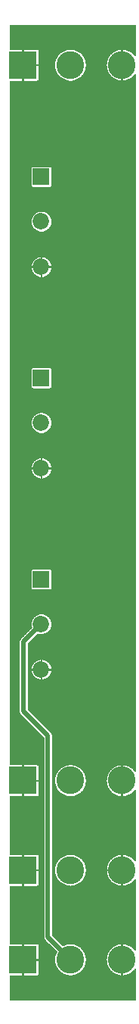
<source format=gbl>
%FSLAX33Y33*%
%MOMM*%
%AMRect-W1850000-H1850000-RO1.000*
21,1,1.85,1.85,0.,0.,180*%
%AMRect-W3100000-H3100000-RO0.500*
21,1,3.1,3.1,0.,0.,270*%
%ADD10C,0.0508*%
%ADD11C,0.508*%
%ADD12C,1.85*%
%ADD13Rect-W1850000-H1850000-RO1.000*%
%ADD14C,3.1*%
%ADD15Rect-W3100000-H3100000-RO0.500*%
D10*
%LNpour fill*%
G01*
X14575Y3919D02*
X14575Y3919D01*
X14519Y3935*
X14492Y3892*
X14490Y3889*
X14211Y3610*
X14208Y3608*
X13873Y3397*
X13871Y3396*
X13497Y3265*
X13495Y3265*
X13193Y3231*
X13176Y3246*
X13176Y3475*
X13024Y3475*
X13024Y3246*
X13007Y3231*
X12705Y3265*
X12703Y3265*
X12329Y3396*
X12327Y3397*
X11992Y3608*
X11989Y3610*
X11710Y3889*
X11708Y3892*
X11497Y4227*
X11496Y4229*
X11365Y4603*
X11365Y4605*
X11320Y4999*
X11320Y5001*
X11365Y5395*
X11365Y5397*
X11496Y5771*
X11497Y5773*
X11708Y6108*
X11710Y6111*
X11989Y6390*
X11992Y6392*
X12327Y6603*
X12329Y6604*
X12703Y6735*
X12705Y6735*
X13007Y6769*
X13024Y6754*
X13024Y6525*
X13176Y6525*
X13176Y6754*
X13193Y6769*
X13495Y6735*
X13497Y6735*
X13871Y6604*
X13873Y6603*
X14208Y6392*
X14211Y6390*
X14490Y6111*
X14492Y6108*
X14519Y6065*
X14575Y6081*
X14575Y13919*
X14519Y13935*
X14492Y13892*
X14490Y13889*
X14211Y13610*
X14208Y13608*
X13873Y13397*
X13871Y13396*
X13497Y13265*
X13495Y13265*
X13193Y13231*
X13176Y13246*
X13176Y13475*
X13024Y13475*
X13024Y13246*
X13007Y13231*
X12705Y13265*
X12703Y13265*
X12329Y13396*
X12327Y13397*
X11992Y13608*
X11989Y13610*
X11710Y13889*
X11708Y13892*
X11497Y14227*
X11496Y14229*
X11365Y14603*
X11365Y14605*
X11331Y14907*
X11346Y14924*
X11575Y14924*
X11575Y15076*
X11346Y15076*
X11331Y15093*
X11365Y15395*
X11365Y15397*
X11496Y15771*
X11497Y15773*
X11708Y16108*
X11710Y16111*
X11989Y16390*
X11992Y16392*
X12327Y16603*
X12329Y16604*
X12703Y16735*
X12705Y16735*
X13007Y16769*
X13024Y16754*
X13024Y16525*
X13176Y16525*
X13176Y16754*
X13193Y16769*
X13495Y16735*
X13497Y16735*
X13871Y16604*
X13873Y16603*
X14208Y16392*
X14211Y16390*
X14490Y16111*
X14492Y16108*
X14519Y16065*
X14575Y16081*
X14575Y23919*
X14519Y23935*
X14492Y23892*
X14490Y23889*
X14211Y23610*
X14208Y23608*
X13873Y23397*
X13871Y23396*
X13497Y23265*
X13495Y23265*
X13193Y23231*
X13176Y23246*
X13176Y23475*
X13024Y23475*
X13024Y23246*
X13007Y23231*
X12705Y23265*
X12703Y23265*
X12329Y23396*
X12327Y23397*
X11992Y23608*
X11989Y23610*
X11710Y23889*
X11708Y23892*
X11497Y24227*
X11496Y24229*
X11365Y24603*
X11365Y24605*
X11320Y24999*
X11320Y25001*
X11365Y25395*
X11365Y25397*
X11496Y25771*
X11497Y25773*
X11708Y26108*
X11710Y26111*
X11989Y26390*
X11992Y26392*
X12327Y26603*
X12329Y26604*
X12703Y26735*
X12705Y26735*
X13007Y26769*
X13024Y26754*
X13024Y26525*
X13176Y26525*
X13176Y26754*
X13193Y26769*
X13495Y26735*
X13497Y26735*
X13871Y26604*
X13873Y26603*
X14208Y26392*
X14211Y26390*
X14490Y26111*
X14492Y26108*
X14519Y26065*
X14575Y26081*
X14575Y103919*
X14519Y103935*
X14492Y103892*
X14490Y103889*
X14211Y103610*
X14208Y103608*
X13873Y103397*
X13871Y103396*
X13497Y103265*
X13495Y103265*
X13193Y103231*
X13176Y103246*
X13176Y103475*
X13024Y103475*
X13024Y103246*
X13007Y103231*
X12705Y103265*
X12703Y103265*
X12329Y103396*
X12327Y103397*
X11992Y103608*
X11989Y103610*
X11710Y103889*
X11708Y103892*
X11497Y104227*
X11496Y104229*
X11365Y104603*
X11365Y104605*
X11320Y104999*
X11320Y105001*
X11365Y105395*
X11365Y105397*
X11496Y105771*
X11497Y105773*
X11708Y106108*
X11710Y106111*
X11989Y106390*
X11992Y106392*
X12327Y106603*
X12329Y106604*
X12703Y106735*
X12705Y106735*
X13007Y106769*
X13024Y106754*
X13024Y106525*
X13176Y106525*
X13176Y106754*
X13193Y106769*
X13495Y106735*
X13497Y106735*
X13871Y106604*
X13873Y106603*
X14208Y106392*
X14211Y106390*
X14490Y106111*
X14492Y106108*
X14519Y106065*
X14575Y106081*
X14575Y109475*
X0525Y109475*
X0525Y106780*
X1909Y106780*
X1924Y106765*
X1924Y106525*
X2076Y106525*
X2076Y106765*
X2091Y106780*
X3550Y106780*
X3551Y106780*
X3585Y106777*
X3587Y106777*
X3620Y106769*
X3622Y106768*
X3653Y106755*
X3655Y106754*
X3684Y106736*
X3686Y106735*
X3712Y106713*
X3713Y106712*
X3735Y106686*
X3736Y106684*
X3754Y106655*
X3755Y106653*
X3768Y106622*
X3769Y106620*
X3777Y106587*
X3777Y106585*
X3780Y106551*
X3780Y106550*
X3780Y105091*
X3765Y105076*
X3525Y105076*
X3525Y104924*
X3765Y104924*
X3780Y104909*
X3780Y103450*
X3780Y103449*
X3777Y103415*
X3777Y103413*
X3769Y103380*
X3768Y103378*
X3755Y103347*
X3754Y103345*
X3736Y103316*
X3735Y103314*
X3713Y103288*
X3712Y103287*
X3686Y103265*
X3684Y103264*
X3655Y103246*
X3653Y103245*
X3622Y103232*
X3620Y103231*
X3587Y103223*
X3585Y103223*
X3552Y103220*
X3551Y103220*
X2091Y103220*
X2076Y103235*
X2076Y103475*
X1924Y103475*
X1924Y103235*
X1909Y103220*
X0525Y103220*
X0525Y26780*
X1909Y26780*
X1924Y26765*
X1924Y26525*
X2076Y26525*
X2076Y26765*
X2091Y26780*
X3550Y26780*
X3551Y26780*
X3585Y26777*
X3587Y26777*
X3620Y26769*
X3622Y26768*
X3653Y26755*
X3655Y26754*
X3684Y26736*
X3686Y26735*
X3712Y26713*
X3713Y26712*
X3735Y26686*
X3736Y26684*
X3754Y26655*
X3755Y26653*
X3768Y26622*
X3769Y26620*
X3777Y26587*
X3777Y26585*
X3780Y26551*
X3780Y26550*
X3780Y25091*
X3765Y25076*
X3525Y25076*
X3525Y24924*
X3765Y24924*
X3780Y24909*
X3780Y23450*
X3780Y23449*
X3777Y23415*
X3777Y23413*
X3769Y23380*
X3768Y23378*
X3755Y23347*
X3754Y23345*
X3736Y23316*
X3735Y23314*
X3713Y23288*
X3712Y23287*
X3686Y23265*
X3684Y23264*
X3655Y23246*
X3653Y23245*
X3622Y23232*
X3620Y23231*
X3587Y23223*
X3585Y23223*
X3552Y23220*
X3551Y23220*
X2091Y23220*
X2076Y23235*
X2076Y23475*
X1924Y23475*
X1924Y23235*
X1909Y23220*
X0525Y23220*
X0525Y16780*
X1909Y16780*
X1924Y16765*
X1924Y16525*
X2076Y16525*
X2076Y16765*
X2091Y16780*
X3550Y16780*
X3551Y16780*
X3585Y16777*
X3587Y16777*
X3620Y16769*
X3622Y16768*
X3653Y16755*
X3655Y16754*
X3684Y16736*
X3686Y16735*
X3712Y16713*
X3713Y16712*
X3735Y16686*
X3736Y16684*
X3754Y16655*
X3755Y16653*
X3768Y16622*
X3769Y16620*
X3777Y16587*
X3777Y16585*
X3780Y16551*
X3780Y16550*
X3780Y15091*
X3765Y15076*
X3525Y15076*
X3525Y14924*
X3765Y14924*
X3780Y14909*
X3780Y13450*
X3780Y13449*
X3777Y13415*
X3777Y13413*
X3769Y13380*
X3768Y13378*
X3755Y13347*
X3754Y13345*
X3736Y13316*
X3735Y13314*
X3713Y13288*
X3712Y13287*
X3686Y13265*
X3684Y13264*
X3655Y13246*
X3653Y13245*
X3622Y13232*
X3620Y13231*
X3587Y13223*
X3585Y13223*
X3552Y13220*
X3551Y13220*
X2091Y13220*
X2076Y13235*
X2076Y13475*
X1924Y13475*
X1924Y13235*
X1909Y13220*
X0525Y13220*
X0525Y6780*
X1909Y6780*
X1924Y6765*
X1924Y6525*
X2076Y6525*
X2076Y6765*
X2091Y6780*
X3550Y6780*
X3551Y6780*
X3585Y6777*
X3587Y6777*
X3620Y6769*
X3622Y6768*
X3653Y6755*
X3655Y6754*
X3684Y6736*
X3686Y6735*
X3712Y6713*
X3713Y6712*
X3735Y6686*
X3736Y6684*
X3754Y6655*
X3755Y6653*
X3768Y6622*
X3769Y6620*
X3777Y6587*
X3777Y6585*
X3780Y6551*
X3780Y6550*
X3780Y5091*
X3765Y5076*
X3525Y5076*
X3525Y4924*
X3765Y4924*
X3780Y4909*
X3780Y3450*
X3780Y3449*
X3777Y3415*
X3777Y3413*
X3769Y3380*
X3768Y3378*
X3755Y3347*
X3754Y3345*
X3736Y3316*
X3735Y3314*
X3713Y3288*
X3712Y3287*
X3686Y3265*
X3684Y3264*
X3655Y3246*
X3653Y3245*
X3622Y3232*
X3620Y3231*
X3587Y3223*
X3585Y3223*
X3552Y3220*
X3551Y3220*
X2091Y3220*
X2076Y3235*
X2076Y3475*
X1924Y3475*
X1924Y3235*
X1909Y3220*
X0525Y3220*
X0525Y0525*
X14575Y0525*
X14575Y3919*
X7695Y103265D02*
X7695Y103265D01*
X7697Y103265*
X8071Y103396*
X8073Y103397*
X8408Y103608*
X8411Y103610*
X8690Y103889*
X8692Y103892*
X8903Y104227*
X8904Y104229*
X9035Y104603*
X9035Y104605*
X9080Y104999*
X9080Y105001*
X9035Y105395*
X9035Y105397*
X8904Y105771*
X8903Y105773*
X8692Y106108*
X8690Y106111*
X8411Y106390*
X8408Y106392*
X8073Y106603*
X8071Y106604*
X7697Y106735*
X7695Y106735*
X7301Y106780*
X7299Y106780*
X6905Y106735*
X6903Y106735*
X6529Y106604*
X6527Y106603*
X6192Y106392*
X6189Y106390*
X5910Y106111*
X5908Y106108*
X5697Y105773*
X5696Y105771*
X5565Y105397*
X5565Y105395*
X5520Y105001*
X5520Y104999*
X5565Y104605*
X5565Y104603*
X5696Y104229*
X5697Y104227*
X5908Y103892*
X5910Y103889*
X6189Y103610*
X6192Y103608*
X6527Y103397*
X6529Y103396*
X6903Y103265*
X6905Y103265*
X7299Y103220*
X7301Y103220*
X7695Y103265*
X4977Y91345D02*
X4977Y91345D01*
X5010Y91348*
X5012Y91348*
X5045Y91356*
X5047Y91357*
X5078Y91370*
X5080Y91371*
X5109Y91389*
X5111Y91390*
X5137Y91412*
X5138Y91413*
X5160Y91439*
X5161Y91441*
X5179Y91470*
X5180Y91472*
X5193Y91503*
X5194Y91505*
X5202Y91538*
X5202Y91540*
X5205Y91574*
X5205Y91575*
X5205Y93425*
X5205Y93426*
X5202Y93460*
X5202Y93462*
X5194Y93495*
X5193Y93497*
X5180Y93528*
X5179Y93530*
X5161Y93559*
X5160Y93561*
X5138Y93587*
X5137Y93588*
X5111Y93610*
X5109Y93611*
X5080Y93629*
X5078Y93630*
X5047Y93643*
X5045Y93644*
X5012Y93652*
X5010Y93652*
X4976Y93655*
X4975Y93655*
X3125Y93655*
X3124Y93655*
X3090Y93652*
X3088Y93652*
X3055Y93644*
X3053Y93643*
X3022Y93630*
X3020Y93629*
X2991Y93611*
X2989Y93610*
X2963Y93588*
X2962Y93587*
X2940Y93561*
X2939Y93559*
X2921Y93530*
X2920Y93528*
X2907Y93497*
X2906Y93495*
X2898Y93462*
X2898Y93460*
X2895Y93427*
X2895Y93426*
X2895Y91574*
X2895Y91573*
X2898Y91540*
X2898Y91538*
X2906Y91505*
X2907Y91503*
X2920Y91472*
X2921Y91470*
X2939Y91441*
X2940Y91439*
X2962Y91413*
X2963Y91412*
X2989Y91390*
X2991Y91389*
X3020Y91371*
X3022Y91370*
X3053Y91357*
X3055Y91356*
X3088Y91348*
X3090Y91348*
X3123Y91345*
X3124Y91345*
X4976Y91345*
X4977Y91345*
X4191Y86354D02*
X4191Y86354D01*
X4458Y86420*
X4461Y86421*
X4705Y86549*
X4707Y86551*
X4913Y86733*
X4915Y86736*
X5072Y86962*
X5073Y86965*
X5171Y87222*
X5171Y87225*
X5205Y87498*
X5205Y87502*
X5171Y87775*
X5171Y87778*
X5073Y88035*
X5072Y88038*
X4915Y88264*
X4913Y88267*
X4707Y88449*
X4705Y88451*
X4461Y88579*
X4458Y88580*
X4191Y88646*
X4188Y88646*
X3912Y88646*
X3909Y88646*
X3642Y88580*
X3639Y88579*
X3395Y88451*
X3393Y88449*
X3187Y88267*
X3185Y88264*
X3028Y88038*
X3027Y88035*
X2929Y87778*
X2929Y87775*
X2895Y87502*
X2895Y87498*
X2929Y87225*
X2929Y87222*
X3027Y86965*
X3028Y86962*
X3185Y86736*
X3187Y86733*
X3393Y86551*
X3395Y86549*
X3639Y86421*
X3642Y86420*
X3909Y86354*
X3912Y86354*
X4188Y86354*
X4191Y86354*
X3974Y81289D02*
X3974Y81289D01*
X3974Y81527*
X4126Y81527*
X4126Y81289*
X4141Y81274*
X4188Y81274*
X4191Y81274*
X4458Y81340*
X4461Y81341*
X4705Y81469*
X4707Y81471*
X4913Y81653*
X4915Y81656*
X5072Y81882*
X5073Y81885*
X5171Y82142*
X5171Y82145*
X5193Y82327*
X5178Y82344*
X4950Y82344*
X4950Y82496*
X5178Y82496*
X5193Y82513*
X5171Y82695*
X5171Y82698*
X5073Y82955*
X5072Y82958*
X4915Y83184*
X4913Y83187*
X4707Y83369*
X4705Y83371*
X4461Y83499*
X4458Y83500*
X4191Y83566*
X4188Y83566*
X4141Y83566*
X4126Y83551*
X4126Y83313*
X3974Y83313*
X3974Y83551*
X3959Y83566*
X3912Y83566*
X3909Y83566*
X3642Y83500*
X3639Y83499*
X3395Y83371*
X3393Y83369*
X3187Y83187*
X3185Y83184*
X3028Y82958*
X3027Y82955*
X2929Y82698*
X2929Y82695*
X2907Y82513*
X2922Y82496*
X3150Y82496*
X3150Y82344*
X2922Y82344*
X2907Y82327*
X2929Y82145*
X2929Y82142*
X3027Y81885*
X3028Y81882*
X3185Y81656*
X3187Y81653*
X3393Y81471*
X3395Y81469*
X3639Y81341*
X3642Y81340*
X3909Y81274*
X3912Y81274*
X3959Y81274*
X3974Y81289*
X4977Y68845D02*
X4977Y68845D01*
X5010Y68848*
X5012Y68848*
X5045Y68856*
X5047Y68857*
X5078Y68870*
X5080Y68871*
X5109Y68889*
X5111Y68890*
X5137Y68912*
X5138Y68913*
X5160Y68939*
X5161Y68941*
X5179Y68970*
X5180Y68972*
X5193Y69003*
X5194Y69005*
X5202Y69038*
X5202Y69040*
X5205Y69074*
X5205Y69075*
X5205Y70925*
X5205Y70926*
X5202Y70960*
X5202Y70962*
X5194Y70995*
X5193Y70997*
X5180Y71028*
X5179Y71030*
X5161Y71059*
X5160Y71061*
X5138Y71087*
X5137Y71088*
X5111Y71110*
X5109Y71111*
X5080Y71129*
X5078Y71130*
X5047Y71143*
X5045Y71144*
X5012Y71152*
X5010Y71152*
X4976Y71155*
X4975Y71155*
X3125Y71155*
X3124Y71155*
X3090Y71152*
X3088Y71152*
X3055Y71144*
X3053Y71143*
X3022Y71130*
X3020Y71129*
X2991Y71111*
X2989Y71110*
X2963Y71088*
X2962Y71087*
X2940Y71061*
X2939Y71059*
X2921Y71030*
X2920Y71028*
X2907Y70997*
X2906Y70995*
X2898Y70962*
X2898Y70960*
X2895Y70927*
X2895Y70926*
X2895Y69074*
X2895Y69073*
X2898Y69040*
X2898Y69038*
X2906Y69005*
X2907Y69003*
X2920Y68972*
X2921Y68970*
X2939Y68941*
X2940Y68939*
X2962Y68913*
X2963Y68912*
X2989Y68890*
X2991Y68889*
X3020Y68871*
X3022Y68870*
X3053Y68857*
X3055Y68856*
X3088Y68848*
X3090Y68848*
X3123Y68845*
X3124Y68845*
X4976Y68845*
X4977Y68845*
X4191Y63854D02*
X4191Y63854D01*
X4458Y63920*
X4461Y63921*
X4705Y64049*
X4707Y64051*
X4913Y64233*
X4915Y64236*
X5072Y64462*
X5073Y64465*
X5171Y64722*
X5171Y64725*
X5205Y64998*
X5205Y65002*
X5171Y65275*
X5171Y65278*
X5073Y65535*
X5072Y65538*
X4915Y65764*
X4913Y65767*
X4707Y65949*
X4705Y65951*
X4461Y66079*
X4458Y66080*
X4191Y66146*
X4188Y66146*
X3912Y66146*
X3909Y66146*
X3642Y66080*
X3639Y66079*
X3395Y65951*
X3393Y65949*
X3187Y65767*
X3185Y65764*
X3028Y65538*
X3027Y65535*
X2929Y65278*
X2929Y65275*
X2895Y65002*
X2895Y64998*
X2929Y64725*
X2929Y64722*
X3027Y64465*
X3028Y64462*
X3185Y64236*
X3187Y64233*
X3393Y64051*
X3395Y64049*
X3639Y63921*
X3642Y63920*
X3909Y63854*
X3912Y63854*
X4188Y63854*
X4191Y63854*
X3974Y58789D02*
X3974Y58789D01*
X3974Y59027*
X4126Y59027*
X4126Y58789*
X4141Y58774*
X4188Y58774*
X4191Y58774*
X4458Y58840*
X4461Y58841*
X4705Y58969*
X4707Y58971*
X4913Y59153*
X4915Y59156*
X5072Y59382*
X5073Y59385*
X5171Y59642*
X5171Y59645*
X5193Y59827*
X5178Y59844*
X4950Y59844*
X4950Y59996*
X5178Y59996*
X5193Y60013*
X5171Y60195*
X5171Y60198*
X5073Y60455*
X5072Y60458*
X4915Y60684*
X4913Y60687*
X4707Y60869*
X4705Y60871*
X4461Y60999*
X4458Y61000*
X4191Y61066*
X4188Y61066*
X4141Y61066*
X4126Y61051*
X4126Y60813*
X3974Y60813*
X3974Y61051*
X3959Y61066*
X3912Y61066*
X3909Y61066*
X3642Y61000*
X3639Y60999*
X3395Y60871*
X3393Y60869*
X3187Y60687*
X3185Y60684*
X3028Y60458*
X3027Y60455*
X2929Y60198*
X2929Y60195*
X2907Y60013*
X2922Y59996*
X3150Y59996*
X3150Y59844*
X2922Y59844*
X2907Y59827*
X2929Y59645*
X2929Y59642*
X3027Y59385*
X3028Y59382*
X3185Y59156*
X3187Y59153*
X3393Y58971*
X3395Y58969*
X3639Y58841*
X3642Y58840*
X3909Y58774*
X3912Y58774*
X3959Y58774*
X3974Y58789*
X4977Y46345D02*
X4977Y46345D01*
X5010Y46348*
X5012Y46348*
X5045Y46356*
X5047Y46357*
X5078Y46370*
X5080Y46371*
X5109Y46389*
X5111Y46390*
X5137Y46412*
X5138Y46413*
X5160Y46439*
X5161Y46441*
X5179Y46470*
X5180Y46472*
X5193Y46503*
X5194Y46505*
X5202Y46538*
X5202Y46540*
X5205Y46574*
X5205Y46575*
X5205Y48425*
X5205Y48426*
X5202Y48460*
X5202Y48462*
X5194Y48495*
X5193Y48497*
X5180Y48528*
X5179Y48530*
X5161Y48559*
X5160Y48561*
X5138Y48587*
X5137Y48588*
X5111Y48610*
X5109Y48611*
X5080Y48629*
X5078Y48630*
X5047Y48643*
X5045Y48644*
X5012Y48652*
X5010Y48652*
X4976Y48655*
X4975Y48655*
X3125Y48655*
X3124Y48655*
X3090Y48652*
X3088Y48652*
X3055Y48644*
X3053Y48643*
X3022Y48630*
X3020Y48629*
X2991Y48611*
X2989Y48610*
X2963Y48588*
X2962Y48587*
X2940Y48561*
X2939Y48559*
X2921Y48530*
X2920Y48528*
X2907Y48497*
X2906Y48495*
X2898Y48462*
X2898Y48460*
X2895Y48427*
X2895Y48426*
X2895Y46574*
X2895Y46573*
X2898Y46540*
X2898Y46538*
X2906Y46505*
X2907Y46503*
X2920Y46472*
X2921Y46470*
X2939Y46441*
X2940Y46439*
X2962Y46413*
X2963Y46412*
X2989Y46390*
X2991Y46389*
X3020Y46371*
X3022Y46370*
X3053Y46357*
X3055Y46356*
X3088Y46348*
X3090Y46348*
X3123Y46345*
X3124Y46345*
X4976Y46345*
X4977Y46345*
X7695Y3265D02*
X7695Y3265D01*
X7697Y3265*
X8071Y3396*
X8073Y3397*
X8408Y3608*
X8411Y3610*
X8690Y3889*
X8692Y3892*
X8903Y4227*
X8904Y4229*
X9035Y4603*
X9035Y4605*
X9080Y4999*
X9080Y5001*
X9035Y5395*
X9035Y5397*
X8904Y5771*
X8903Y5773*
X8692Y6108*
X8690Y6111*
X8411Y6390*
X8408Y6392*
X8073Y6603*
X8071Y6604*
X7697Y6735*
X7695Y6735*
X7301Y6780*
X7299Y6780*
X6905Y6735*
X6903Y6735*
X6529Y6604*
X6527Y6603*
X6437Y6547*
X5284Y7700*
X5284Y30001*
X5284Y30002*
X5275Y30093*
X5274Y30096*
X5247Y30184*
X5246Y30186*
X5203Y30268*
X5201Y30270*
X5143Y30341*
X5142Y30342*
X2534Y32950*
X2534Y40300*
X3651Y41418*
X3909Y41354*
X3912Y41354*
X4188Y41354*
X4191Y41354*
X4458Y41420*
X4461Y41421*
X4705Y41549*
X4707Y41551*
X4913Y41733*
X4915Y41736*
X5072Y41962*
X5073Y41965*
X5171Y42222*
X5171Y42225*
X5205Y42498*
X5205Y42502*
X5171Y42775*
X5171Y42778*
X5073Y43035*
X5072Y43038*
X4915Y43264*
X4913Y43267*
X4707Y43449*
X4705Y43451*
X4461Y43579*
X4458Y43580*
X4191Y43646*
X4188Y43646*
X3912Y43646*
X3909Y43646*
X3642Y43580*
X3639Y43579*
X3395Y43451*
X3393Y43449*
X3187Y43267*
X3185Y43264*
X3028Y43038*
X3027Y43035*
X2929Y42778*
X2929Y42775*
X2895Y42502*
X2895Y42498*
X2929Y42225*
X2929Y42222*
X2973Y42107*
X1708Y40842*
X1707Y40841*
X1649Y40770*
X1647Y40768*
X1604Y40686*
X1603Y40684*
X1576Y40596*
X1575Y40593*
X1566Y40502*
X1566Y40501*
X1566Y32749*
X1566Y32748*
X1575Y32657*
X1576Y32654*
X1603Y32566*
X1604Y32564*
X1647Y32482*
X1649Y32480*
X1707Y32409*
X1708Y32408*
X4316Y29800*
X4316Y7499*
X4316Y7498*
X4325Y7407*
X4326Y7404*
X4353Y7316*
X4354Y7314*
X4397Y7232*
X4399Y7230*
X4457Y7159*
X4458Y7158*
X5753Y5863*
X5697Y5773*
X5696Y5771*
X5565Y5397*
X5565Y5395*
X5520Y5001*
X5520Y4999*
X5565Y4605*
X5565Y4603*
X5696Y4229*
X5697Y4227*
X5908Y3892*
X5910Y3889*
X6189Y3610*
X6192Y3608*
X6527Y3397*
X6529Y3396*
X6903Y3265*
X6905Y3265*
X7299Y3220*
X7301Y3220*
X7695Y3265*
X3974Y36289D02*
X3974Y36289D01*
X3974Y36527*
X4126Y36527*
X4126Y36289*
X4141Y36274*
X4188Y36274*
X4191Y36274*
X4458Y36340*
X4461Y36341*
X4705Y36469*
X4707Y36471*
X4913Y36653*
X4915Y36656*
X5072Y36882*
X5073Y36885*
X5171Y37142*
X5171Y37145*
X5193Y37327*
X5178Y37344*
X4950Y37344*
X4950Y37496*
X5178Y37496*
X5193Y37513*
X5171Y37695*
X5171Y37698*
X5073Y37955*
X5072Y37958*
X4915Y38184*
X4913Y38187*
X4707Y38369*
X4705Y38371*
X4461Y38499*
X4458Y38500*
X4191Y38566*
X4188Y38566*
X4141Y38566*
X4126Y38551*
X4126Y38313*
X3974Y38313*
X3974Y38551*
X3959Y38566*
X3912Y38566*
X3909Y38566*
X3642Y38500*
X3639Y38499*
X3395Y38371*
X3393Y38369*
X3187Y38187*
X3185Y38184*
X3028Y37958*
X3027Y37955*
X2929Y37698*
X2929Y37695*
X2907Y37513*
X2922Y37496*
X3150Y37496*
X3150Y37344*
X2922Y37344*
X2907Y37327*
X2929Y37145*
X2929Y37142*
X3027Y36885*
X3028Y36882*
X3185Y36656*
X3187Y36653*
X3393Y36471*
X3395Y36469*
X3639Y36341*
X3642Y36340*
X3909Y36274*
X3912Y36274*
X3959Y36274*
X3974Y36289*
X7695Y23265D02*
X7695Y23265D01*
X7697Y23265*
X8071Y23396*
X8073Y23397*
X8408Y23608*
X8411Y23610*
X8690Y23889*
X8692Y23892*
X8903Y24227*
X8904Y24229*
X9035Y24603*
X9035Y24605*
X9080Y24999*
X9080Y25001*
X9035Y25395*
X9035Y25397*
X8904Y25771*
X8903Y25773*
X8692Y26108*
X8690Y26111*
X8411Y26390*
X8408Y26392*
X8073Y26603*
X8071Y26604*
X7697Y26735*
X7695Y26735*
X7301Y26780*
X7299Y26780*
X6905Y26735*
X6903Y26735*
X6529Y26604*
X6527Y26603*
X6192Y26392*
X6189Y26390*
X5910Y26111*
X5908Y26108*
X5697Y25773*
X5696Y25771*
X5565Y25397*
X5565Y25395*
X5520Y25001*
X5520Y24999*
X5565Y24605*
X5565Y24603*
X5696Y24229*
X5697Y24227*
X5908Y23892*
X5910Y23889*
X6189Y23610*
X6192Y23608*
X6527Y23397*
X6529Y23396*
X6903Y23265*
X6905Y23265*
X7299Y23220*
X7301Y23220*
X7695Y23265*
X7695Y13265D02*
X7695Y13265D01*
X7697Y13265*
X8071Y13396*
X8073Y13397*
X8408Y13608*
X8411Y13610*
X8690Y13889*
X8692Y13892*
X8903Y14227*
X8904Y14229*
X9035Y14603*
X9035Y14605*
X9080Y14999*
X9080Y15001*
X9035Y15395*
X9035Y15397*
X8904Y15771*
X8903Y15773*
X8692Y16108*
X8690Y16111*
X8411Y16390*
X8408Y16392*
X8073Y16603*
X8071Y16604*
X7697Y16735*
X7695Y16735*
X7301Y16780*
X7299Y16780*
X6905Y16735*
X6903Y16735*
X6529Y16604*
X6527Y16603*
X6192Y16392*
X6189Y16390*
X5910Y16111*
X5908Y16108*
X5697Y15773*
X5696Y15771*
X5565Y15397*
X5565Y15395*
X5520Y15001*
X5520Y14999*
X5565Y14605*
X5565Y14603*
X5696Y14229*
X5697Y14227*
X5908Y13892*
X5910Y13889*
X6189Y13610*
X6192Y13608*
X6527Y13397*
X6529Y13396*
X6903Y13265*
X6905Y13265*
X7299Y13220*
X7301Y13220*
X7695Y13265*
X0525Y0550D02*
X14575Y0550D01*
X0525Y0599D02*
X14575Y0599D01*
X0525Y0649D02*
X14575Y0649D01*
X0525Y0698D02*
X14575Y0698D01*
X0525Y0748D02*
X14575Y0748D01*
X0525Y0797D02*
X14575Y0797D01*
X0525Y0847D02*
X14575Y0847D01*
X0525Y0896D02*
X14575Y0896D01*
X0525Y0946D02*
X14575Y0946D01*
X0525Y0995D02*
X14575Y0995D01*
X0525Y1045D02*
X14575Y1045D01*
X0525Y1094D02*
X14575Y1094D01*
X0525Y1144D02*
X14575Y1144D01*
X0525Y1193D02*
X14575Y1193D01*
X0525Y1243D02*
X14575Y1243D01*
X0525Y1292D02*
X14575Y1292D01*
X0525Y1342D02*
X14575Y1342D01*
X0525Y1392D02*
X14575Y1392D01*
X0525Y1441D02*
X14575Y1441D01*
X0525Y1491D02*
X14575Y1491D01*
X0525Y1540D02*
X14575Y1540D01*
X0525Y1590D02*
X14575Y1590D01*
X0525Y1639D02*
X14575Y1639D01*
X0525Y1689D02*
X14575Y1689D01*
X0525Y1738D02*
X14575Y1738D01*
X0525Y1788D02*
X14575Y1788D01*
X0525Y1837D02*
X14575Y1837D01*
X0525Y1887D02*
X14575Y1887D01*
X0525Y1936D02*
X14575Y1936D01*
X0525Y1986D02*
X14575Y1986D01*
X0525Y2035D02*
X14575Y2035D01*
X0525Y2085D02*
X14575Y2085D01*
X0525Y2134D02*
X14575Y2134D01*
X0525Y2184D02*
X14575Y2184D01*
X0525Y2234D02*
X14575Y2234D01*
X0525Y2283D02*
X14575Y2283D01*
X0525Y2333D02*
X14575Y2333D01*
X0525Y2382D02*
X14575Y2382D01*
X0525Y2432D02*
X14575Y2432D01*
X0525Y2481D02*
X14575Y2481D01*
X0525Y2531D02*
X14575Y2531D01*
X0525Y2580D02*
X14575Y2580D01*
X0525Y2630D02*
X14575Y2630D01*
X0525Y2679D02*
X14575Y2679D01*
X0525Y2729D02*
X14575Y2729D01*
X0525Y2778D02*
X14575Y2778D01*
X0525Y2828D02*
X14575Y2828D01*
X0525Y2877D02*
X14575Y2877D01*
X0525Y2927D02*
X14575Y2927D01*
X0525Y2977D02*
X14575Y2977D01*
X0525Y3026D02*
X14575Y3026D01*
X0525Y3076D02*
X14575Y3076D01*
X0525Y3125D02*
X14575Y3125D01*
X0525Y3175D02*
X14575Y3175D01*
X1913Y3224D02*
X2087Y3224D01*
X3590Y3224D02*
X7265Y3224D01*
X7335Y3224D02*
X14575Y3224D01*
X1924Y3274D02*
X2076Y3274D01*
X3696Y3274D02*
X6879Y3274D01*
X7721Y3274D02*
X12679Y3274D01*
X13024Y3274D02*
X13176Y3274D01*
X13521Y3274D02*
X14575Y3274D01*
X1924Y3323D02*
X2076Y3323D01*
X3741Y3323D02*
X6737Y3323D01*
X7863Y3323D02*
X12537Y3323D01*
X13024Y3323D02*
X13176Y3323D01*
X13663Y3323D02*
X14575Y3323D01*
X1924Y3373D02*
X2076Y3373D01*
X3766Y3373D02*
X6596Y3373D01*
X8004Y3373D02*
X12396Y3373D01*
X13024Y3373D02*
X13176Y3373D01*
X13804Y3373D02*
X14575Y3373D01*
X1924Y3422D02*
X2076Y3422D01*
X3777Y3422D02*
X6487Y3422D01*
X8113Y3422D02*
X12287Y3422D01*
X13024Y3422D02*
X13176Y3422D01*
X13913Y3422D02*
X14575Y3422D01*
X1924Y3472D02*
X2076Y3472D01*
X3780Y3472D02*
X6408Y3472D01*
X8192Y3472D02*
X12208Y3472D01*
X13024Y3472D02*
X13176Y3472D01*
X13992Y3472D02*
X14575Y3472D01*
X3780Y3521D02*
X6329Y3521D01*
X8271Y3521D02*
X12129Y3521D01*
X14071Y3521D02*
X14575Y3521D01*
X3780Y3571D02*
X6250Y3571D01*
X8350Y3571D02*
X12050Y3571D01*
X14150Y3571D02*
X14575Y3571D01*
X3780Y3620D02*
X6178Y3620D01*
X8422Y3620D02*
X11978Y3620D01*
X14222Y3620D02*
X14575Y3620D01*
X3780Y3670D02*
X6129Y3670D01*
X8471Y3670D02*
X11929Y3670D01*
X14271Y3670D02*
X14575Y3670D01*
X3780Y3719D02*
X6079Y3719D01*
X8521Y3719D02*
X11879Y3719D01*
X14321Y3719D02*
X14575Y3719D01*
X3780Y3769D02*
X6030Y3769D01*
X8570Y3769D02*
X11830Y3769D01*
X14370Y3769D02*
X14575Y3769D01*
X3780Y3819D02*
X5980Y3819D01*
X8620Y3819D02*
X11780Y3819D01*
X14420Y3819D02*
X14575Y3819D01*
X3780Y3868D02*
X5931Y3868D01*
X8669Y3868D02*
X11731Y3868D01*
X14469Y3868D02*
X14575Y3868D01*
X3780Y3918D02*
X5891Y3918D01*
X8709Y3918D02*
X11691Y3918D01*
X14509Y3918D02*
X14575Y3918D01*
X3780Y3967D02*
X5860Y3967D01*
X8740Y3967D02*
X11660Y3967D01*
X3780Y4017D02*
X5829Y4017D01*
X8771Y4017D02*
X11629Y4017D01*
X3780Y4066D02*
X5798Y4066D01*
X8802Y4066D02*
X11598Y4066D01*
X3780Y4116D02*
X5767Y4116D01*
X8833Y4116D02*
X11567Y4116D01*
X3780Y4165D02*
X5736Y4165D01*
X8864Y4165D02*
X11536Y4165D01*
X3780Y4215D02*
X5705Y4215D01*
X8895Y4215D02*
X11505Y4215D01*
X3780Y4264D02*
X5684Y4264D01*
X8916Y4264D02*
X11484Y4264D01*
X3780Y4314D02*
X5666Y4314D01*
X8934Y4314D02*
X11466Y4314D01*
X3780Y4363D02*
X5649Y4363D01*
X8951Y4363D02*
X11449Y4363D01*
X3780Y4413D02*
X5632Y4413D01*
X8968Y4413D02*
X11432Y4413D01*
X3780Y4462D02*
X5614Y4462D01*
X8986Y4462D02*
X11414Y4462D01*
X3780Y4512D02*
X5597Y4512D01*
X9003Y4512D02*
X11397Y4512D01*
X3780Y4561D02*
X5580Y4561D01*
X9020Y4561D02*
X11380Y4561D01*
X3780Y4611D02*
X5564Y4611D01*
X9036Y4611D02*
X11364Y4611D01*
X3780Y4661D02*
X5558Y4661D01*
X9042Y4661D02*
X11358Y4661D01*
X3780Y4710D02*
X5553Y4710D01*
X9047Y4710D02*
X11353Y4710D01*
X3780Y4760D02*
X5547Y4760D01*
X9053Y4760D02*
X11347Y4760D01*
X3780Y4809D02*
X5542Y4809D01*
X9058Y4809D02*
X11342Y4809D01*
X3780Y4859D02*
X5536Y4859D01*
X9064Y4859D02*
X11336Y4859D01*
X3780Y4908D02*
X5531Y4908D01*
X9069Y4908D02*
X11331Y4908D01*
X3525Y4958D02*
X5525Y4958D01*
X9075Y4958D02*
X11325Y4958D01*
X3525Y5007D02*
X5521Y5007D01*
X9079Y5007D02*
X11321Y5007D01*
X3525Y5057D02*
X5527Y5057D01*
X9073Y5057D02*
X11327Y5057D01*
X3780Y5106D02*
X5532Y5106D01*
X9068Y5106D02*
X11332Y5106D01*
X3780Y5156D02*
X5538Y5156D01*
X9062Y5156D02*
X11338Y5156D01*
X3780Y5205D02*
X5543Y5205D01*
X9057Y5205D02*
X11343Y5205D01*
X3780Y5255D02*
X5549Y5255D01*
X9051Y5255D02*
X11349Y5255D01*
X3780Y5304D02*
X5555Y5304D01*
X9045Y5304D02*
X11355Y5304D01*
X3780Y5354D02*
X5560Y5354D01*
X9040Y5354D02*
X11360Y5354D01*
X3780Y5403D02*
X5567Y5403D01*
X9033Y5403D02*
X11367Y5403D01*
X3780Y5453D02*
X5585Y5453D01*
X9015Y5453D02*
X11385Y5453D01*
X3780Y5503D02*
X5602Y5503D01*
X8998Y5503D02*
X11402Y5503D01*
X3780Y5552D02*
X5619Y5552D01*
X8981Y5552D02*
X11419Y5552D01*
X3780Y5602D02*
X5637Y5602D01*
X8963Y5602D02*
X11437Y5602D01*
X3780Y5651D02*
X5654Y5651D01*
X8946Y5651D02*
X11454Y5651D01*
X3780Y5701D02*
X5671Y5701D01*
X8929Y5701D02*
X11471Y5701D01*
X3780Y5750D02*
X5689Y5750D01*
X8911Y5750D02*
X11489Y5750D01*
X3780Y5800D02*
X5714Y5800D01*
X8886Y5800D02*
X11514Y5800D01*
X3780Y5849D02*
X5745Y5849D01*
X8855Y5849D02*
X11545Y5849D01*
X3780Y5899D02*
X5717Y5899D01*
X8824Y5899D02*
X11576Y5899D01*
X3780Y5948D02*
X5668Y5948D01*
X8793Y5948D02*
X11607Y5948D01*
X3780Y5998D02*
X5618Y5998D01*
X8762Y5998D02*
X11638Y5998D01*
X3780Y6047D02*
X5569Y6047D01*
X8731Y6047D02*
X11669Y6047D01*
X3780Y6097D02*
X5519Y6097D01*
X8699Y6097D02*
X11701Y6097D01*
X14499Y6097D02*
X14575Y6097D01*
X3780Y6146D02*
X5470Y6146D01*
X8655Y6146D02*
X11745Y6146D01*
X14455Y6146D02*
X14575Y6146D01*
X3780Y6196D02*
X5420Y6196D01*
X8605Y6196D02*
X11795Y6196D01*
X14405Y6196D02*
X14575Y6196D01*
X3780Y6245D02*
X5371Y6245D01*
X8556Y6245D02*
X11844Y6245D01*
X14356Y6245D02*
X14575Y6245D01*
X3780Y6295D02*
X5321Y6295D01*
X8506Y6295D02*
X11894Y6295D01*
X14306Y6295D02*
X14575Y6295D01*
X3780Y6345D02*
X5272Y6345D01*
X8457Y6345D02*
X11943Y6345D01*
X14257Y6345D02*
X14575Y6345D01*
X3780Y6394D02*
X5222Y6394D01*
X8406Y6394D02*
X11994Y6394D01*
X14206Y6394D02*
X14575Y6394D01*
X3780Y6444D02*
X5172Y6444D01*
X8327Y6444D02*
X12073Y6444D01*
X14127Y6444D02*
X14575Y6444D01*
X3780Y6493D02*
X5123Y6493D01*
X8248Y6493D02*
X12152Y6493D01*
X14048Y6493D02*
X14575Y6493D01*
X1924Y6543D02*
X2076Y6543D01*
X3780Y6543D02*
X5073Y6543D01*
X8169Y6543D02*
X12231Y6543D01*
X13024Y6543D02*
X13176Y6543D01*
X13969Y6543D02*
X14575Y6543D01*
X1924Y6592D02*
X2076Y6592D01*
X3775Y6592D02*
X5024Y6592D01*
X6392Y6592D02*
X6510Y6592D01*
X8090Y6592D02*
X12310Y6592D01*
X13024Y6592D02*
X13176Y6592D01*
X13890Y6592D02*
X14575Y6592D01*
X1924Y6642D02*
X2076Y6642D01*
X3760Y6642D02*
X4974Y6642D01*
X6342Y6642D02*
X6637Y6642D01*
X7963Y6642D02*
X12437Y6642D01*
X13024Y6642D02*
X13176Y6642D01*
X13763Y6642D02*
X14575Y6642D01*
X1924Y6691D02*
X2076Y6691D01*
X3730Y6691D02*
X4925Y6691D01*
X6293Y6691D02*
X6779Y6691D01*
X7821Y6691D02*
X12579Y6691D01*
X13024Y6691D02*
X13176Y6691D01*
X13621Y6691D02*
X14575Y6691D01*
X1924Y6741D02*
X2076Y6741D01*
X3677Y6741D02*
X4875Y6741D01*
X6243Y6741D02*
X6954Y6741D01*
X7646Y6741D02*
X12754Y6741D01*
X13024Y6741D02*
X13176Y6741D01*
X13446Y6741D02*
X14575Y6741D01*
X0525Y6790D02*
X4826Y6790D01*
X6194Y6790D02*
X14575Y6790D01*
X0525Y6840D02*
X4776Y6840D01*
X6144Y6840D02*
X14575Y6840D01*
X0525Y6889D02*
X4727Y6889D01*
X6095Y6889D02*
X14575Y6889D01*
X0525Y6939D02*
X4677Y6939D01*
X6045Y6939D02*
X14575Y6939D01*
X0525Y6988D02*
X4628Y6988D01*
X5995Y6988D02*
X14575Y6988D01*
X0525Y7038D02*
X4578Y7038D01*
X5946Y7038D02*
X14575Y7038D01*
X0525Y7087D02*
X4529Y7087D01*
X5896Y7087D02*
X14575Y7087D01*
X0525Y7137D02*
X4479Y7137D01*
X5847Y7137D02*
X14575Y7137D01*
X0525Y7187D02*
X4434Y7187D01*
X5797Y7187D02*
X14575Y7187D01*
X0525Y7236D02*
X4395Y7236D01*
X5748Y7236D02*
X14575Y7236D01*
X0525Y7286D02*
X4369Y7286D01*
X5698Y7286D02*
X14575Y7286D01*
X0525Y7335D02*
X4347Y7335D01*
X5649Y7335D02*
X14575Y7335D01*
X0525Y7385D02*
X4332Y7385D01*
X5599Y7385D02*
X14575Y7385D01*
X0525Y7434D02*
X4323Y7434D01*
X5550Y7434D02*
X14575Y7434D01*
X0525Y7484D02*
X4318Y7484D01*
X5500Y7484D02*
X14575Y7484D01*
X0525Y7533D02*
X4316Y7533D01*
X5451Y7533D02*
X14575Y7533D01*
X0525Y7583D02*
X4316Y7583D01*
X5401Y7583D02*
X14575Y7583D01*
X0525Y7632D02*
X4316Y7632D01*
X5352Y7632D02*
X14575Y7632D01*
X0525Y7682D02*
X4316Y7682D01*
X5302Y7682D02*
X14575Y7682D01*
X0525Y7731D02*
X4316Y7731D01*
X5284Y7731D02*
X14575Y7731D01*
X0525Y7781D02*
X4316Y7781D01*
X5284Y7781D02*
X14575Y7781D01*
X0525Y7830D02*
X4316Y7830D01*
X5284Y7830D02*
X14575Y7830D01*
X0525Y7880D02*
X4316Y7880D01*
X5284Y7880D02*
X14575Y7880D01*
X0525Y7929D02*
X4316Y7929D01*
X5284Y7929D02*
X14575Y7929D01*
X0525Y7979D02*
X4316Y7979D01*
X5284Y7979D02*
X14575Y7979D01*
X0525Y8029D02*
X4316Y8029D01*
X5284Y8029D02*
X14575Y8029D01*
X0525Y8078D02*
X4316Y8078D01*
X5284Y8078D02*
X14575Y8078D01*
X0525Y8128D02*
X4316Y8128D01*
X5284Y8128D02*
X14575Y8128D01*
X0525Y8177D02*
X4316Y8177D01*
X5284Y8177D02*
X14575Y8177D01*
X0525Y8227D02*
X4316Y8227D01*
X5284Y8227D02*
X14575Y8227D01*
X0525Y8276D02*
X4316Y8276D01*
X5284Y8276D02*
X14575Y8276D01*
X0525Y8326D02*
X4316Y8326D01*
X5284Y8326D02*
X14575Y8326D01*
X0525Y8375D02*
X4316Y8375D01*
X5284Y8375D02*
X14575Y8375D01*
X0525Y8425D02*
X4316Y8425D01*
X5284Y8425D02*
X14575Y8425D01*
X0525Y8474D02*
X4316Y8474D01*
X5284Y8474D02*
X14575Y8474D01*
X0525Y8524D02*
X4316Y8524D01*
X5284Y8524D02*
X14575Y8524D01*
X0525Y8573D02*
X4316Y8573D01*
X5284Y8573D02*
X14575Y8573D01*
X0525Y8623D02*
X4316Y8623D01*
X5284Y8623D02*
X14575Y8623D01*
X0525Y8672D02*
X4316Y8672D01*
X5284Y8672D02*
X14575Y8672D01*
X0525Y8722D02*
X4316Y8722D01*
X5284Y8722D02*
X14575Y8722D01*
X0525Y8772D02*
X4316Y8772D01*
X5284Y8772D02*
X14575Y8772D01*
X0525Y8821D02*
X4316Y8821D01*
X5284Y8821D02*
X14575Y8821D01*
X0525Y8871D02*
X4316Y8871D01*
X5284Y8871D02*
X14575Y8871D01*
X0525Y8920D02*
X4316Y8920D01*
X5284Y8920D02*
X14575Y8920D01*
X0525Y8970D02*
X4316Y8970D01*
X5284Y8970D02*
X14575Y8970D01*
X0525Y9019D02*
X4316Y9019D01*
X5284Y9019D02*
X14575Y9019D01*
X0525Y9069D02*
X4316Y9069D01*
X5284Y9069D02*
X14575Y9069D01*
X0525Y9118D02*
X4316Y9118D01*
X5284Y9118D02*
X14575Y9118D01*
X0525Y9168D02*
X4316Y9168D01*
X5284Y9168D02*
X14575Y9168D01*
X0525Y9217D02*
X4316Y9217D01*
X5284Y9217D02*
X14575Y9217D01*
X0525Y9267D02*
X4316Y9267D01*
X5284Y9267D02*
X14575Y9267D01*
X0525Y9316D02*
X4316Y9316D01*
X5284Y9316D02*
X14575Y9316D01*
X0525Y9366D02*
X4316Y9366D01*
X5284Y9366D02*
X14575Y9366D01*
X0525Y9415D02*
X4316Y9415D01*
X5284Y9415D02*
X14575Y9415D01*
X0525Y9465D02*
X4316Y9465D01*
X5284Y9465D02*
X14575Y9465D01*
X0525Y9514D02*
X4316Y9514D01*
X5284Y9514D02*
X14575Y9514D01*
X0525Y9564D02*
X4316Y9564D01*
X5284Y9564D02*
X14575Y9564D01*
X0525Y9614D02*
X4316Y9614D01*
X5284Y9614D02*
X14575Y9614D01*
X0525Y9663D02*
X4316Y9663D01*
X5284Y9663D02*
X14575Y9663D01*
X0525Y9713D02*
X4316Y9713D01*
X5284Y9713D02*
X14575Y9713D01*
X0525Y9762D02*
X4316Y9762D01*
X5284Y9762D02*
X14575Y9762D01*
X0525Y9812D02*
X4316Y9812D01*
X5284Y9812D02*
X14575Y9812D01*
X0525Y9861D02*
X4316Y9861D01*
X5284Y9861D02*
X14575Y9861D01*
X0525Y9911D02*
X4316Y9911D01*
X5284Y9911D02*
X14575Y9911D01*
X0525Y9960D02*
X4316Y9960D01*
X5284Y9960D02*
X14575Y9960D01*
X0525Y10010D02*
X4316Y10010D01*
X5284Y10010D02*
X14575Y10010D01*
X0525Y10059D02*
X4316Y10059D01*
X5284Y10059D02*
X14575Y10059D01*
X0525Y10109D02*
X4316Y10109D01*
X5284Y10109D02*
X14575Y10109D01*
X0525Y10158D02*
X4316Y10158D01*
X5284Y10158D02*
X14575Y10158D01*
X0525Y10208D02*
X4316Y10208D01*
X5284Y10208D02*
X14575Y10208D01*
X0525Y10257D02*
X4316Y10257D01*
X5284Y10257D02*
X14575Y10257D01*
X0525Y10307D02*
X4316Y10307D01*
X5284Y10307D02*
X14575Y10307D01*
X0525Y10356D02*
X4316Y10356D01*
X5284Y10356D02*
X14575Y10356D01*
X0525Y10406D02*
X4316Y10406D01*
X5284Y10406D02*
X14575Y10406D01*
X0525Y10456D02*
X4316Y10456D01*
X5284Y10456D02*
X14575Y10456D01*
X0525Y10505D02*
X4316Y10505D01*
X5284Y10505D02*
X14575Y10505D01*
X0525Y10555D02*
X4316Y10555D01*
X5284Y10555D02*
X14575Y10555D01*
X0525Y10604D02*
X4316Y10604D01*
X5284Y10604D02*
X14575Y10604D01*
X0525Y10654D02*
X4316Y10654D01*
X5284Y10654D02*
X14575Y10654D01*
X0525Y10703D02*
X4316Y10703D01*
X5284Y10703D02*
X14575Y10703D01*
X0525Y10753D02*
X4316Y10753D01*
X5284Y10753D02*
X14575Y10753D01*
X0525Y10802D02*
X4316Y10802D01*
X5284Y10802D02*
X14575Y10802D01*
X0525Y10852D02*
X4316Y10852D01*
X5284Y10852D02*
X14575Y10852D01*
X0525Y10901D02*
X4316Y10901D01*
X5284Y10901D02*
X14575Y10901D01*
X0525Y10951D02*
X4316Y10951D01*
X5284Y10951D02*
X14575Y10951D01*
X0525Y11000D02*
X4316Y11000D01*
X5284Y11000D02*
X14575Y11000D01*
X0525Y11050D02*
X4316Y11050D01*
X5284Y11050D02*
X14575Y11050D01*
X0525Y11099D02*
X4316Y11099D01*
X5284Y11099D02*
X14575Y11099D01*
X0525Y11149D02*
X4316Y11149D01*
X5284Y11149D02*
X14575Y11149D01*
X0525Y11198D02*
X4316Y11198D01*
X5284Y11198D02*
X14575Y11198D01*
X0525Y11248D02*
X4316Y11248D01*
X5284Y11248D02*
X14575Y11248D01*
X0525Y11298D02*
X4316Y11298D01*
X5284Y11298D02*
X14575Y11298D01*
X0525Y11347D02*
X4316Y11347D01*
X5284Y11347D02*
X14575Y11347D01*
X0525Y11397D02*
X4316Y11397D01*
X5284Y11397D02*
X14575Y11397D01*
X0525Y11446D02*
X4316Y11446D01*
X5284Y11446D02*
X14575Y11446D01*
X0525Y11496D02*
X4316Y11496D01*
X5284Y11496D02*
X14575Y11496D01*
X0525Y11545D02*
X4316Y11545D01*
X5284Y11545D02*
X14575Y11545D01*
X0525Y11595D02*
X4316Y11595D01*
X5284Y11595D02*
X14575Y11595D01*
X0525Y11644D02*
X4316Y11644D01*
X5284Y11644D02*
X14575Y11644D01*
X0525Y11694D02*
X4316Y11694D01*
X5284Y11694D02*
X14575Y11694D01*
X0525Y11743D02*
X4316Y11743D01*
X5284Y11743D02*
X14575Y11743D01*
X0525Y11793D02*
X4316Y11793D01*
X5284Y11793D02*
X14575Y11793D01*
X0525Y11842D02*
X4316Y11842D01*
X5284Y11842D02*
X14575Y11842D01*
X0525Y11892D02*
X4316Y11892D01*
X5284Y11892D02*
X14575Y11892D01*
X0525Y11941D02*
X4316Y11941D01*
X5284Y11941D02*
X14575Y11941D01*
X0525Y11991D02*
X4316Y11991D01*
X5284Y11991D02*
X14575Y11991D01*
X0525Y12040D02*
X4316Y12040D01*
X5284Y12040D02*
X14575Y12040D01*
X0525Y12090D02*
X4316Y12090D01*
X5284Y12090D02*
X14575Y12090D01*
X0525Y12140D02*
X4316Y12140D01*
X5284Y12140D02*
X14575Y12140D01*
X0525Y12189D02*
X4316Y12189D01*
X5284Y12189D02*
X14575Y12189D01*
X0525Y12239D02*
X4316Y12239D01*
X5284Y12239D02*
X14575Y12239D01*
X0525Y12288D02*
X4316Y12288D01*
X5284Y12288D02*
X14575Y12288D01*
X0525Y12338D02*
X4316Y12338D01*
X5284Y12338D02*
X14575Y12338D01*
X0525Y12387D02*
X4316Y12387D01*
X5284Y12387D02*
X14575Y12387D01*
X0525Y12437D02*
X4316Y12437D01*
X5284Y12437D02*
X14575Y12437D01*
X0525Y12486D02*
X4316Y12486D01*
X5284Y12486D02*
X14575Y12486D01*
X0525Y12536D02*
X4316Y12536D01*
X5284Y12536D02*
X14575Y12536D01*
X0525Y12585D02*
X4316Y12585D01*
X5284Y12585D02*
X14575Y12585D01*
X0525Y12635D02*
X4316Y12635D01*
X5284Y12635D02*
X14575Y12635D01*
X0525Y12684D02*
X4316Y12684D01*
X5284Y12684D02*
X14575Y12684D01*
X0525Y12734D02*
X4316Y12734D01*
X5284Y12734D02*
X14575Y12734D01*
X0525Y12783D02*
X4316Y12783D01*
X5284Y12783D02*
X14575Y12783D01*
X0525Y12833D02*
X4316Y12833D01*
X5284Y12833D02*
X14575Y12833D01*
X0525Y12883D02*
X4316Y12883D01*
X5284Y12883D02*
X14575Y12883D01*
X0525Y12932D02*
X4316Y12932D01*
X5284Y12932D02*
X14575Y12932D01*
X0525Y12982D02*
X4316Y12982D01*
X5284Y12982D02*
X14575Y12982D01*
X0525Y13031D02*
X4316Y13031D01*
X5284Y13031D02*
X14575Y13031D01*
X0525Y13081D02*
X4316Y13081D01*
X5284Y13081D02*
X14575Y13081D01*
X0525Y13130D02*
X4316Y13130D01*
X5284Y13130D02*
X14575Y13130D01*
X0525Y13180D02*
X4316Y13180D01*
X5284Y13180D02*
X14575Y13180D01*
X1918Y13229D02*
X2082Y13229D01*
X3611Y13229D02*
X4316Y13229D01*
X5284Y13229D02*
X7220Y13229D01*
X7380Y13229D02*
X14575Y13229D01*
X1924Y13279D02*
X2076Y13279D01*
X3702Y13279D02*
X4316Y13279D01*
X5284Y13279D02*
X6864Y13279D01*
X7736Y13279D02*
X12664Y13279D01*
X13024Y13279D02*
X13176Y13279D01*
X13536Y13279D02*
X14575Y13279D01*
X1924Y13328D02*
X2076Y13328D01*
X3744Y13328D02*
X4316Y13328D01*
X5284Y13328D02*
X6723Y13328D01*
X7877Y13328D02*
X12523Y13328D01*
X13024Y13328D02*
X13176Y13328D01*
X13677Y13328D02*
X14575Y13328D01*
X1924Y13378D02*
X2076Y13378D01*
X3768Y13378D02*
X4316Y13378D01*
X5284Y13378D02*
X6581Y13378D01*
X8019Y13378D02*
X12381Y13378D01*
X13024Y13378D02*
X13176Y13378D01*
X13819Y13378D02*
X14575Y13378D01*
X1924Y13427D02*
X2076Y13427D01*
X3778Y13427D02*
X4316Y13427D01*
X5284Y13427D02*
X6479Y13427D01*
X8121Y13427D02*
X12279Y13427D01*
X13024Y13427D02*
X13176Y13427D01*
X13921Y13427D02*
X14575Y13427D01*
X3780Y13477D02*
X4316Y13477D01*
X5284Y13477D02*
X6400Y13477D01*
X8200Y13477D02*
X12200Y13477D01*
X14000Y13477D02*
X14575Y13477D01*
X3780Y13526D02*
X4316Y13526D01*
X5284Y13526D02*
X6321Y13526D01*
X8279Y13526D02*
X12121Y13526D01*
X14079Y13526D02*
X14575Y13526D01*
X3780Y13576D02*
X4316Y13576D01*
X5284Y13576D02*
X6242Y13576D01*
X8358Y13576D02*
X12042Y13576D01*
X14158Y13576D02*
X14575Y13576D01*
X3780Y13625D02*
X4316Y13625D01*
X5284Y13625D02*
X6173Y13625D01*
X8427Y13625D02*
X11973Y13625D01*
X14227Y13625D02*
X14575Y13625D01*
X3780Y13675D02*
X4316Y13675D01*
X5284Y13675D02*
X6124Y13675D01*
X8476Y13675D02*
X11924Y13675D01*
X14276Y13675D02*
X14575Y13675D01*
X3780Y13725D02*
X4316Y13725D01*
X5284Y13725D02*
X6074Y13725D01*
X8526Y13725D02*
X11874Y13725D01*
X14326Y13725D02*
X14575Y13725D01*
X3780Y13774D02*
X4316Y13774D01*
X5284Y13774D02*
X6025Y13774D01*
X8575Y13774D02*
X11825Y13774D01*
X14375Y13774D02*
X14575Y13774D01*
X3780Y13824D02*
X4316Y13824D01*
X5284Y13824D02*
X5975Y13824D01*
X8625Y13824D02*
X11775Y13824D01*
X14425Y13824D02*
X14575Y13824D01*
X3780Y13873D02*
X4316Y13873D01*
X5284Y13873D02*
X5926Y13873D01*
X8674Y13873D02*
X11726Y13873D01*
X14474Y13873D02*
X14575Y13873D01*
X3780Y13923D02*
X4316Y13923D01*
X5284Y13923D02*
X5888Y13923D01*
X8712Y13923D02*
X11688Y13923D01*
X14512Y13923D02*
X14562Y13923D01*
X3780Y13972D02*
X4316Y13972D01*
X5284Y13972D02*
X5857Y13972D01*
X8743Y13972D02*
X11657Y13972D01*
X3780Y14022D02*
X4316Y14022D01*
X5284Y14022D02*
X5826Y14022D01*
X8774Y14022D02*
X11626Y14022D01*
X3780Y14071D02*
X4316Y14071D01*
X5284Y14071D02*
X5795Y14071D01*
X8805Y14071D02*
X11595Y14071D01*
X3780Y14121D02*
X4316Y14121D01*
X5284Y14121D02*
X5764Y14121D01*
X8836Y14121D02*
X11564Y14121D01*
X3780Y14170D02*
X4316Y14170D01*
X5284Y14170D02*
X5733Y14170D01*
X8867Y14170D02*
X11533Y14170D01*
X3780Y14220D02*
X4316Y14220D01*
X5284Y14220D02*
X5702Y14220D01*
X8898Y14220D02*
X11502Y14220D01*
X3780Y14269D02*
X4316Y14269D01*
X5284Y14269D02*
X5682Y14269D01*
X8918Y14269D02*
X11482Y14269D01*
X3780Y14319D02*
X4316Y14319D01*
X5284Y14319D02*
X5665Y14319D01*
X8935Y14319D02*
X11465Y14319D01*
X3780Y14368D02*
X4316Y14368D01*
X5284Y14368D02*
X5647Y14368D01*
X8953Y14368D02*
X11447Y14368D01*
X3780Y14418D02*
X4316Y14418D01*
X5284Y14418D02*
X5630Y14418D01*
X8970Y14418D02*
X11430Y14418D01*
X3780Y14467D02*
X4316Y14467D01*
X5284Y14467D02*
X5613Y14467D01*
X8987Y14467D02*
X11413Y14467D01*
X3780Y14517D02*
X4316Y14517D01*
X5284Y14517D02*
X5595Y14517D01*
X9005Y14517D02*
X11395Y14517D01*
X3780Y14567D02*
X4316Y14567D01*
X5284Y14567D02*
X5578Y14567D01*
X9022Y14567D02*
X11378Y14567D01*
X3780Y14616D02*
X4316Y14616D01*
X5284Y14616D02*
X5563Y14616D01*
X9036Y14616D02*
X11363Y14616D01*
X3780Y14666D02*
X4316Y14666D01*
X5284Y14666D02*
X5558Y14666D01*
X9042Y14666D02*
X11358Y14666D01*
X3780Y14715D02*
X4316Y14715D01*
X5284Y14715D02*
X5552Y14715D01*
X9048Y14715D02*
X11352Y14715D01*
X3780Y14765D02*
X4316Y14765D01*
X5284Y14765D02*
X5547Y14765D01*
X9053Y14765D02*
X11347Y14765D01*
X3780Y14814D02*
X4316Y14814D01*
X5284Y14814D02*
X5541Y14814D01*
X9059Y14814D02*
X11341Y14814D01*
X3780Y14864D02*
X4316Y14864D01*
X5284Y14864D02*
X5536Y14864D01*
X9064Y14864D02*
X11336Y14864D01*
X3775Y14913D02*
X4316Y14913D01*
X5284Y14913D02*
X5530Y14913D01*
X9070Y14913D02*
X11336Y14913D01*
X3525Y14963D02*
X4316Y14963D01*
X5284Y14963D02*
X5524Y14963D01*
X9076Y14963D02*
X11575Y14963D01*
X3525Y15012D02*
X4316Y15012D01*
X5284Y15012D02*
X5522Y15012D01*
X9078Y15012D02*
X11575Y15012D01*
X3525Y15062D02*
X4316Y15062D01*
X5284Y15062D02*
X5527Y15062D01*
X9073Y15062D02*
X11575Y15062D01*
X3780Y15111D02*
X4316Y15111D01*
X5284Y15111D02*
X5533Y15111D01*
X9067Y15111D02*
X11333Y15111D01*
X3780Y15161D02*
X4316Y15161D01*
X5284Y15161D02*
X5538Y15161D01*
X9062Y15161D02*
X11338Y15161D01*
X3780Y15210D02*
X4316Y15210D01*
X5284Y15210D02*
X5544Y15210D01*
X9056Y15210D02*
X11344Y15210D01*
X3780Y15260D02*
X4316Y15260D01*
X5284Y15260D02*
X5550Y15260D01*
X9050Y15260D02*
X11350Y15260D01*
X3780Y15309D02*
X4316Y15309D01*
X5284Y15309D02*
X5555Y15309D01*
X9045Y15309D02*
X11355Y15309D01*
X3780Y15359D02*
X4316Y15359D01*
X5284Y15359D02*
X5561Y15359D01*
X9039Y15359D02*
X11361Y15359D01*
X3780Y15409D02*
X4316Y15409D01*
X5284Y15409D02*
X5569Y15409D01*
X9031Y15409D02*
X11369Y15409D01*
X3780Y15458D02*
X4316Y15458D01*
X5284Y15458D02*
X5587Y15458D01*
X9013Y15458D02*
X11387Y15458D01*
X3780Y15508D02*
X4316Y15508D01*
X5284Y15508D02*
X5604Y15508D01*
X8996Y15508D02*
X11404Y15508D01*
X3780Y15557D02*
X4316Y15557D01*
X5284Y15557D02*
X5621Y15557D01*
X8979Y15557D02*
X11421Y15557D01*
X3780Y15607D02*
X4316Y15607D01*
X5284Y15607D02*
X5639Y15607D01*
X8961Y15607D02*
X11439Y15607D01*
X3780Y15656D02*
X4316Y15656D01*
X5284Y15656D02*
X5656Y15656D01*
X8944Y15656D02*
X11456Y15656D01*
X3780Y15706D02*
X4316Y15706D01*
X5284Y15706D02*
X5673Y15706D01*
X8927Y15706D02*
X11473Y15706D01*
X3780Y15755D02*
X4316Y15755D01*
X5284Y15755D02*
X5691Y15755D01*
X8909Y15755D02*
X11491Y15755D01*
X3780Y15805D02*
X4316Y15805D01*
X5284Y15805D02*
X5717Y15805D01*
X8883Y15805D02*
X11517Y15805D01*
X3780Y15854D02*
X4316Y15854D01*
X5284Y15854D02*
X5748Y15854D01*
X8852Y15854D02*
X11548Y15854D01*
X3780Y15904D02*
X4316Y15904D01*
X5284Y15904D02*
X5779Y15904D01*
X8821Y15904D02*
X11579Y15904D01*
X3780Y15953D02*
X4316Y15953D01*
X5284Y15953D02*
X5810Y15953D01*
X8790Y15953D02*
X11610Y15953D01*
X3780Y16003D02*
X4316Y16003D01*
X5284Y16003D02*
X5841Y16003D01*
X8759Y16003D02*
X11641Y16003D01*
X3780Y16052D02*
X4316Y16052D01*
X5284Y16052D02*
X5873Y16052D01*
X8727Y16052D02*
X11673Y16052D01*
X3780Y16102D02*
X4316Y16102D01*
X5284Y16102D02*
X5904Y16102D01*
X8696Y16102D02*
X11704Y16102D01*
X14496Y16102D02*
X14575Y16102D01*
X3780Y16151D02*
X4316Y16151D01*
X5284Y16151D02*
X5950Y16151D01*
X8650Y16151D02*
X11750Y16151D01*
X14450Y16151D02*
X14575Y16151D01*
X3780Y16201D02*
X4316Y16201D01*
X5284Y16201D02*
X6000Y16201D01*
X8600Y16201D02*
X11800Y16201D01*
X14400Y16201D02*
X14575Y16201D01*
X3780Y16251D02*
X4316Y16251D01*
X5284Y16251D02*
X6049Y16251D01*
X8551Y16251D02*
X11849Y16251D01*
X14351Y16251D02*
X14575Y16251D01*
X3780Y16300D02*
X4316Y16300D01*
X5284Y16300D02*
X6099Y16300D01*
X8501Y16300D02*
X11899Y16300D01*
X14301Y16300D02*
X14575Y16300D01*
X3780Y16350D02*
X4316Y16350D01*
X5284Y16350D02*
X6148Y16350D01*
X8452Y16350D02*
X11948Y16350D01*
X14252Y16350D02*
X14575Y16350D01*
X3780Y16399D02*
X4316Y16399D01*
X5284Y16399D02*
X6203Y16399D01*
X8397Y16399D02*
X12003Y16399D01*
X14197Y16399D02*
X14575Y16399D01*
X3780Y16449D02*
X4316Y16449D01*
X5284Y16449D02*
X6281Y16449D01*
X8319Y16449D02*
X12081Y16449D01*
X14119Y16449D02*
X14575Y16449D01*
X3780Y16498D02*
X4316Y16498D01*
X5284Y16498D02*
X6360Y16498D01*
X8240Y16498D02*
X12160Y16498D01*
X14040Y16498D02*
X14575Y16498D01*
X1924Y16548D02*
X2076Y16548D01*
X3780Y16548D02*
X4316Y16548D01*
X5284Y16548D02*
X6439Y16548D01*
X8161Y16548D02*
X12239Y16548D01*
X13024Y16548D02*
X13176Y16548D01*
X13961Y16548D02*
X14575Y16548D01*
X1924Y16597D02*
X2076Y16597D01*
X3774Y16597D02*
X4316Y16597D01*
X5284Y16597D02*
X6518Y16597D01*
X8082Y16597D02*
X12318Y16597D01*
X13024Y16597D02*
X13176Y16597D01*
X13882Y16597D02*
X14575Y16597D01*
X1924Y16647D02*
X2076Y16647D01*
X3758Y16647D02*
X4316Y16647D01*
X5284Y16647D02*
X6651Y16647D01*
X7949Y16647D02*
X12451Y16647D01*
X13024Y16647D02*
X13176Y16647D01*
X13749Y16647D02*
X14575Y16647D01*
X1924Y16696D02*
X2076Y16696D01*
X3726Y16696D02*
X4316Y16696D01*
X5284Y16696D02*
X6793Y16696D01*
X7807Y16696D02*
X12593Y16696D01*
X13024Y16696D02*
X13176Y16696D01*
X13607Y16696D02*
X14575Y16696D01*
X1924Y16746D02*
X2076Y16746D01*
X3669Y16746D02*
X4316Y16746D01*
X5284Y16746D02*
X6999Y16746D01*
X7601Y16746D02*
X12799Y16746D01*
X13024Y16746D02*
X13176Y16746D01*
X13401Y16746D02*
X14575Y16746D01*
X0525Y16795D02*
X4316Y16795D01*
X5284Y16795D02*
X14575Y16795D01*
X0525Y16845D02*
X4316Y16845D01*
X5284Y16845D02*
X14575Y16845D01*
X0525Y16894D02*
X4316Y16894D01*
X5284Y16894D02*
X14575Y16894D01*
X0525Y16944D02*
X4316Y16944D01*
X5284Y16944D02*
X14575Y16944D01*
X0525Y16993D02*
X4316Y16993D01*
X5284Y16993D02*
X14575Y16993D01*
X0525Y17043D02*
X4316Y17043D01*
X5284Y17043D02*
X14575Y17043D01*
X0525Y17093D02*
X4316Y17093D01*
X5284Y17093D02*
X14575Y17093D01*
X0525Y17142D02*
X4316Y17142D01*
X5284Y17142D02*
X14575Y17142D01*
X0525Y17192D02*
X4316Y17192D01*
X5284Y17192D02*
X14575Y17192D01*
X0525Y17241D02*
X4316Y17241D01*
X5284Y17241D02*
X14575Y17241D01*
X0525Y17291D02*
X4316Y17291D01*
X5284Y17291D02*
X14575Y17291D01*
X0525Y17340D02*
X4316Y17340D01*
X5284Y17340D02*
X14575Y17340D01*
X0525Y17390D02*
X4316Y17390D01*
X5284Y17390D02*
X14575Y17390D01*
X0525Y17439D02*
X4316Y17439D01*
X5284Y17439D02*
X14575Y17439D01*
X0525Y17489D02*
X4316Y17489D01*
X5284Y17489D02*
X14575Y17489D01*
X0525Y17538D02*
X4316Y17538D01*
X5284Y17538D02*
X14575Y17538D01*
X0525Y17588D02*
X4316Y17588D01*
X5284Y17588D02*
X14575Y17588D01*
X0525Y17637D02*
X4316Y17637D01*
X5284Y17637D02*
X14575Y17637D01*
X0525Y17687D02*
X4316Y17687D01*
X5284Y17687D02*
X14575Y17687D01*
X0525Y17736D02*
X4316Y17736D01*
X5284Y17736D02*
X14575Y17736D01*
X0525Y17786D02*
X4316Y17786D01*
X5284Y17786D02*
X14575Y17786D01*
X0525Y17835D02*
X4316Y17835D01*
X5284Y17835D02*
X14575Y17835D01*
X0525Y17885D02*
X4316Y17885D01*
X5284Y17885D02*
X14575Y17885D01*
X0525Y17935D02*
X4316Y17935D01*
X5284Y17935D02*
X14575Y17935D01*
X0525Y17984D02*
X4316Y17984D01*
X5284Y17984D02*
X14575Y17984D01*
X0525Y18034D02*
X4316Y18034D01*
X5284Y18034D02*
X14575Y18034D01*
X0525Y18083D02*
X4316Y18083D01*
X5284Y18083D02*
X14575Y18083D01*
X0525Y18133D02*
X4316Y18133D01*
X5284Y18133D02*
X14575Y18133D01*
X0525Y18182D02*
X4316Y18182D01*
X5284Y18182D02*
X14575Y18182D01*
X0525Y18232D02*
X4316Y18232D01*
X5284Y18232D02*
X14575Y18232D01*
X0525Y18281D02*
X4316Y18281D01*
X5284Y18281D02*
X14575Y18281D01*
X0525Y18331D02*
X4316Y18331D01*
X5284Y18331D02*
X14575Y18331D01*
X0525Y18380D02*
X4316Y18380D01*
X5284Y18380D02*
X14575Y18380D01*
X0525Y18430D02*
X4316Y18430D01*
X5284Y18430D02*
X14575Y18430D01*
X0525Y18479D02*
X4316Y18479D01*
X5284Y18479D02*
X14575Y18479D01*
X0525Y18529D02*
X4316Y18529D01*
X5284Y18529D02*
X14575Y18529D01*
X0525Y18578D02*
X4316Y18578D01*
X5284Y18578D02*
X14575Y18578D01*
X0525Y18628D02*
X4316Y18628D01*
X5284Y18628D02*
X14575Y18628D01*
X0525Y18678D02*
X4316Y18678D01*
X5284Y18678D02*
X14575Y18678D01*
X0525Y18727D02*
X4316Y18727D01*
X5284Y18727D02*
X14575Y18727D01*
X0525Y18777D02*
X4316Y18777D01*
X5284Y18777D02*
X14575Y18777D01*
X0525Y18826D02*
X4316Y18826D01*
X5284Y18826D02*
X14575Y18826D01*
X0525Y18876D02*
X4316Y18876D01*
X5284Y18876D02*
X14575Y18876D01*
X0525Y18925D02*
X4316Y18925D01*
X5284Y18925D02*
X14575Y18925D01*
X0525Y18975D02*
X4316Y18975D01*
X5284Y18975D02*
X14575Y18975D01*
X0525Y19024D02*
X4316Y19024D01*
X5284Y19024D02*
X14575Y19024D01*
X0525Y19074D02*
X4316Y19074D01*
X5284Y19074D02*
X14575Y19074D01*
X0525Y19123D02*
X4316Y19123D01*
X5284Y19123D02*
X14575Y19123D01*
X0525Y19173D02*
X4316Y19173D01*
X5284Y19173D02*
X14575Y19173D01*
X0525Y19222D02*
X4316Y19222D01*
X5284Y19222D02*
X14575Y19222D01*
X0525Y19272D02*
X4316Y19272D01*
X5284Y19272D02*
X14575Y19272D01*
X0525Y19321D02*
X4316Y19321D01*
X5284Y19321D02*
X14575Y19321D01*
X0525Y19371D02*
X4316Y19371D01*
X5284Y19371D02*
X14575Y19371D01*
X0525Y19420D02*
X4316Y19420D01*
X5284Y19420D02*
X14575Y19420D01*
X0525Y19470D02*
X4316Y19470D01*
X5284Y19470D02*
X14575Y19470D01*
X0525Y19520D02*
X4316Y19520D01*
X5284Y19520D02*
X14575Y19520D01*
X0525Y19569D02*
X4316Y19569D01*
X5284Y19569D02*
X14575Y19569D01*
X0525Y19619D02*
X4316Y19619D01*
X5284Y19619D02*
X14575Y19619D01*
X0525Y19668D02*
X4316Y19668D01*
X5284Y19668D02*
X14575Y19668D01*
X0525Y19718D02*
X4316Y19718D01*
X5284Y19718D02*
X14575Y19718D01*
X0525Y19767D02*
X4316Y19767D01*
X5284Y19767D02*
X14575Y19767D01*
X0525Y19817D02*
X4316Y19817D01*
X5284Y19817D02*
X14575Y19817D01*
X0525Y19866D02*
X4316Y19866D01*
X5284Y19866D02*
X14575Y19866D01*
X0525Y19916D02*
X4316Y19916D01*
X5284Y19916D02*
X14575Y19916D01*
X0525Y19965D02*
X4316Y19965D01*
X5284Y19965D02*
X14575Y19965D01*
X0525Y20015D02*
X4316Y20015D01*
X5284Y20015D02*
X14575Y20015D01*
X0525Y20064D02*
X4316Y20064D01*
X5284Y20064D02*
X14575Y20064D01*
X0525Y20114D02*
X4316Y20114D01*
X5284Y20114D02*
X14575Y20114D01*
X0525Y20163D02*
X4316Y20163D01*
X5284Y20163D02*
X14575Y20163D01*
X0525Y20213D02*
X4316Y20213D01*
X5284Y20213D02*
X14575Y20213D01*
X0525Y20262D02*
X4316Y20262D01*
X5284Y20262D02*
X14575Y20262D01*
X0525Y20312D02*
X4316Y20312D01*
X5284Y20312D02*
X14575Y20312D01*
X0525Y20362D02*
X4316Y20362D01*
X5284Y20362D02*
X14575Y20362D01*
X0525Y20411D02*
X4316Y20411D01*
X5284Y20411D02*
X14575Y20411D01*
X0525Y20461D02*
X4316Y20461D01*
X5284Y20461D02*
X14575Y20461D01*
X0525Y20510D02*
X4316Y20510D01*
X5284Y20510D02*
X14575Y20510D01*
X0525Y20560D02*
X4316Y20560D01*
X5284Y20560D02*
X14575Y20560D01*
X0525Y20609D02*
X4316Y20609D01*
X5284Y20609D02*
X14575Y20609D01*
X0525Y20659D02*
X4316Y20659D01*
X5284Y20659D02*
X14575Y20659D01*
X0525Y20708D02*
X4316Y20708D01*
X5284Y20708D02*
X14575Y20708D01*
X0525Y20758D02*
X4316Y20758D01*
X5284Y20758D02*
X14575Y20758D01*
X0525Y20807D02*
X4316Y20807D01*
X5284Y20807D02*
X14575Y20807D01*
X0525Y20857D02*
X4316Y20857D01*
X5284Y20857D02*
X14575Y20857D01*
X0525Y20906D02*
X4316Y20906D01*
X5284Y20906D02*
X14575Y20906D01*
X0525Y20956D02*
X4316Y20956D01*
X5284Y20956D02*
X14575Y20956D01*
X0525Y21005D02*
X4316Y21005D01*
X5284Y21005D02*
X14575Y21005D01*
X0525Y21055D02*
X4316Y21055D01*
X5284Y21055D02*
X14575Y21055D01*
X0525Y21104D02*
X4316Y21104D01*
X5284Y21104D02*
X14575Y21104D01*
X0525Y21154D02*
X4316Y21154D01*
X5284Y21154D02*
X14575Y21154D01*
X0525Y21204D02*
X4316Y21204D01*
X5284Y21204D02*
X14575Y21204D01*
X0525Y21253D02*
X4316Y21253D01*
X5284Y21253D02*
X14575Y21253D01*
X0525Y21303D02*
X4316Y21303D01*
X5284Y21303D02*
X14575Y21303D01*
X0525Y21352D02*
X4316Y21352D01*
X5284Y21352D02*
X14575Y21352D01*
X0525Y21402D02*
X4316Y21402D01*
X5284Y21402D02*
X14575Y21402D01*
X0525Y21451D02*
X4316Y21451D01*
X5284Y21451D02*
X14575Y21451D01*
X0525Y21501D02*
X4316Y21501D01*
X5284Y21501D02*
X14575Y21501D01*
X0525Y21550D02*
X4316Y21550D01*
X5284Y21550D02*
X14575Y21550D01*
X0525Y21600D02*
X4316Y21600D01*
X5284Y21600D02*
X14575Y21600D01*
X0525Y21649D02*
X4316Y21649D01*
X5284Y21649D02*
X14575Y21649D01*
X0525Y21699D02*
X4316Y21699D01*
X5284Y21699D02*
X14575Y21699D01*
X0525Y21748D02*
X4316Y21748D01*
X5284Y21748D02*
X14575Y21748D01*
X0525Y21798D02*
X4316Y21798D01*
X5284Y21798D02*
X14575Y21798D01*
X0525Y21847D02*
X4316Y21847D01*
X5284Y21847D02*
X14575Y21847D01*
X0525Y21897D02*
X4316Y21897D01*
X5284Y21897D02*
X14575Y21897D01*
X0525Y21946D02*
X4316Y21946D01*
X5284Y21946D02*
X14575Y21946D01*
X0525Y21996D02*
X4316Y21996D01*
X5284Y21996D02*
X14575Y21996D01*
X0525Y22046D02*
X4316Y22046D01*
X5284Y22046D02*
X14575Y22046D01*
X0525Y22095D02*
X4316Y22095D01*
X5284Y22095D02*
X14575Y22095D01*
X0525Y22145D02*
X4316Y22145D01*
X5284Y22145D02*
X14575Y22145D01*
X0525Y22194D02*
X4316Y22194D01*
X5284Y22194D02*
X14575Y22194D01*
X0525Y22244D02*
X4316Y22244D01*
X5284Y22244D02*
X14575Y22244D01*
X0525Y22293D02*
X4316Y22293D01*
X5284Y22293D02*
X14575Y22293D01*
X0525Y22343D02*
X4316Y22343D01*
X5284Y22343D02*
X14575Y22343D01*
X0525Y22392D02*
X4316Y22392D01*
X5284Y22392D02*
X14575Y22392D01*
X0525Y22442D02*
X4316Y22442D01*
X5284Y22442D02*
X14575Y22442D01*
X0525Y22491D02*
X4316Y22491D01*
X5284Y22491D02*
X14575Y22491D01*
X0525Y22541D02*
X4316Y22541D01*
X5284Y22541D02*
X14575Y22541D01*
X0525Y22590D02*
X4316Y22590D01*
X5284Y22590D02*
X14575Y22590D01*
X0525Y22640D02*
X4316Y22640D01*
X5284Y22640D02*
X14575Y22640D01*
X0525Y22689D02*
X4316Y22689D01*
X5284Y22689D02*
X14575Y22689D01*
X0525Y22739D02*
X4316Y22739D01*
X5284Y22739D02*
X14575Y22739D01*
X0525Y22788D02*
X4316Y22788D01*
X5284Y22788D02*
X14575Y22788D01*
X0525Y22838D02*
X4316Y22838D01*
X5284Y22838D02*
X14575Y22838D01*
X0525Y22888D02*
X4316Y22888D01*
X5284Y22888D02*
X14575Y22888D01*
X0525Y22937D02*
X4316Y22937D01*
X5284Y22937D02*
X14575Y22937D01*
X0525Y22987D02*
X4316Y22987D01*
X5284Y22987D02*
X14575Y22987D01*
X0525Y23036D02*
X4316Y23036D01*
X5284Y23036D02*
X14575Y23036D01*
X0525Y23086D02*
X4316Y23086D01*
X5284Y23086D02*
X14575Y23086D01*
X0525Y23135D02*
X4316Y23135D01*
X5284Y23135D02*
X14575Y23135D01*
X0525Y23185D02*
X4316Y23185D01*
X5284Y23185D02*
X14575Y23185D01*
X1923Y23234D02*
X2077Y23234D01*
X3628Y23234D02*
X4316Y23234D01*
X5284Y23234D02*
X7175Y23234D01*
X7425Y23234D02*
X12975Y23234D01*
X13011Y23234D02*
X13189Y23234D01*
X13225Y23234D02*
X14575Y23234D01*
X1924Y23284D02*
X2076Y23284D01*
X3708Y23284D02*
X4316Y23284D01*
X5284Y23284D02*
X6850Y23284D01*
X7750Y23284D02*
X12650Y23284D01*
X13024Y23284D02*
X13176Y23284D01*
X13550Y23284D02*
X14575Y23284D01*
X1924Y23333D02*
X2076Y23333D01*
X3747Y23333D02*
X4316Y23333D01*
X5284Y23333D02*
X6708Y23333D01*
X7892Y23333D02*
X12508Y23333D01*
X13024Y23333D02*
X13176Y23333D01*
X13692Y23333D02*
X14575Y23333D01*
X1924Y23383D02*
X2076Y23383D01*
X3769Y23383D02*
X4316Y23383D01*
X5284Y23383D02*
X6567Y23383D01*
X8033Y23383D02*
X12367Y23383D01*
X13024Y23383D02*
X13176Y23383D01*
X13833Y23383D02*
X14575Y23383D01*
X1924Y23432D02*
X2076Y23432D01*
X3778Y23432D02*
X4316Y23432D01*
X5284Y23432D02*
X6471Y23432D01*
X8129Y23432D02*
X12271Y23432D01*
X13024Y23432D02*
X13176Y23432D01*
X13929Y23432D02*
X14575Y23432D01*
X3780Y23482D02*
X4316Y23482D01*
X5284Y23482D02*
X6392Y23482D01*
X8208Y23482D02*
X12192Y23482D01*
X14008Y23482D02*
X14575Y23482D01*
X3780Y23531D02*
X4316Y23531D01*
X5284Y23531D02*
X6313Y23531D01*
X8287Y23531D02*
X12113Y23531D01*
X14087Y23531D02*
X14575Y23531D01*
X3780Y23581D02*
X4316Y23581D01*
X5284Y23581D02*
X6234Y23581D01*
X8366Y23581D02*
X12034Y23581D01*
X14166Y23581D02*
X14575Y23581D01*
X3780Y23631D02*
X4316Y23631D01*
X5284Y23631D02*
X6168Y23631D01*
X8432Y23631D02*
X11968Y23631D01*
X14232Y23631D02*
X14575Y23631D01*
X3780Y23680D02*
X4316Y23680D01*
X5284Y23680D02*
X6119Y23680D01*
X8481Y23680D02*
X11919Y23680D01*
X14281Y23680D02*
X14575Y23680D01*
X3780Y23730D02*
X4316Y23730D01*
X5284Y23730D02*
X6069Y23730D01*
X8531Y23730D02*
X11869Y23730D01*
X14331Y23730D02*
X14575Y23730D01*
X3780Y23779D02*
X4316Y23779D01*
X5284Y23779D02*
X6020Y23779D01*
X8580Y23779D02*
X11820Y23779D01*
X14380Y23779D02*
X14575Y23779D01*
X3780Y23829D02*
X4316Y23829D01*
X5284Y23829D02*
X5970Y23829D01*
X8630Y23829D02*
X11770Y23829D01*
X14430Y23829D02*
X14575Y23829D01*
X3780Y23878D02*
X4316Y23878D01*
X5284Y23878D02*
X5921Y23878D01*
X8679Y23878D02*
X11721Y23878D01*
X14479Y23878D02*
X14575Y23878D01*
X3780Y23928D02*
X4316Y23928D01*
X5284Y23928D02*
X5885Y23928D01*
X8715Y23928D02*
X11685Y23928D01*
X14515Y23928D02*
X14545Y23928D01*
X3780Y23977D02*
X4316Y23977D01*
X5284Y23977D02*
X5854Y23977D01*
X8746Y23977D02*
X11654Y23977D01*
X3780Y24027D02*
X4316Y24027D01*
X5284Y24027D02*
X5823Y24027D01*
X8777Y24027D02*
X11623Y24027D01*
X3780Y24076D02*
X4316Y24076D01*
X5284Y24076D02*
X5792Y24076D01*
X8808Y24076D02*
X11592Y24076D01*
X3780Y24126D02*
X4316Y24126D01*
X5284Y24126D02*
X5761Y24126D01*
X8839Y24126D02*
X11561Y24126D01*
X3780Y24175D02*
X4316Y24175D01*
X5284Y24175D02*
X5729Y24175D01*
X8871Y24175D02*
X11529Y24175D01*
X3780Y24225D02*
X4316Y24225D01*
X5284Y24225D02*
X5698Y24225D01*
X8902Y24225D02*
X11498Y24225D01*
X3780Y24274D02*
X4316Y24274D01*
X5284Y24274D02*
X5680Y24274D01*
X8920Y24274D02*
X11480Y24274D01*
X3780Y24324D02*
X4316Y24324D01*
X5284Y24324D02*
X5663Y24324D01*
X8937Y24324D02*
X11463Y24324D01*
X3780Y24373D02*
X4316Y24373D01*
X5284Y24373D02*
X5646Y24373D01*
X8954Y24373D02*
X11446Y24373D01*
X3780Y24423D02*
X4316Y24423D01*
X5284Y24423D02*
X5628Y24423D01*
X8972Y24423D02*
X11428Y24423D01*
X3780Y24473D02*
X4316Y24473D01*
X5284Y24473D02*
X5611Y24473D01*
X8989Y24473D02*
X11411Y24473D01*
X3780Y24522D02*
X4316Y24522D01*
X5284Y24522D02*
X5594Y24522D01*
X9006Y24522D02*
X11394Y24522D01*
X3780Y24572D02*
X4316Y24572D01*
X5284Y24572D02*
X5576Y24572D01*
X9024Y24572D02*
X11376Y24572D01*
X3780Y24621D02*
X4316Y24621D01*
X5284Y24621D02*
X5563Y24621D01*
X9037Y24621D02*
X11363Y24621D01*
X3780Y24671D02*
X4316Y24671D01*
X5284Y24671D02*
X5557Y24671D01*
X9043Y24671D02*
X11357Y24671D01*
X3780Y24720D02*
X4316Y24720D01*
X5284Y24720D02*
X5552Y24720D01*
X9048Y24720D02*
X11352Y24720D01*
X3780Y24770D02*
X4316Y24770D01*
X5284Y24770D02*
X5546Y24770D01*
X9054Y24770D02*
X11346Y24770D01*
X3780Y24819D02*
X4316Y24819D01*
X5284Y24819D02*
X5541Y24819D01*
X9059Y24819D02*
X11341Y24819D01*
X3780Y24869D02*
X4316Y24869D01*
X5284Y24869D02*
X5535Y24869D01*
X9065Y24869D02*
X11335Y24869D01*
X3770Y24918D02*
X4316Y24918D01*
X5284Y24918D02*
X5529Y24918D01*
X9071Y24918D02*
X11329Y24918D01*
X3525Y24968D02*
X4316Y24968D01*
X5284Y24968D02*
X5524Y24968D01*
X9076Y24968D02*
X11324Y24968D01*
X3525Y25017D02*
X4316Y25017D01*
X5284Y25017D02*
X5522Y25017D01*
X9078Y25017D02*
X11322Y25017D01*
X3525Y25067D02*
X4316Y25067D01*
X5284Y25067D02*
X5528Y25067D01*
X9072Y25067D02*
X11328Y25067D01*
X3780Y25116D02*
X4316Y25116D01*
X5284Y25116D02*
X5533Y25116D01*
X9067Y25116D02*
X11333Y25116D01*
X3780Y25166D02*
X4316Y25166D01*
X5284Y25166D02*
X5539Y25166D01*
X9061Y25166D02*
X11339Y25166D01*
X3780Y25215D02*
X4316Y25215D01*
X5284Y25215D02*
X5545Y25215D01*
X9055Y25215D02*
X11345Y25215D01*
X3780Y25265D02*
X4316Y25265D01*
X5284Y25265D02*
X5550Y25265D01*
X9050Y25265D02*
X11350Y25265D01*
X3780Y25315D02*
X4316Y25315D01*
X5284Y25315D02*
X5556Y25315D01*
X9044Y25315D02*
X11356Y25315D01*
X3780Y25364D02*
X4316Y25364D01*
X5284Y25364D02*
X5561Y25364D01*
X9039Y25364D02*
X11361Y25364D01*
X3780Y25414D02*
X4316Y25414D01*
X5284Y25414D02*
X5571Y25414D01*
X9029Y25414D02*
X11371Y25414D01*
X3780Y25463D02*
X4316Y25463D01*
X5284Y25463D02*
X5588Y25463D01*
X9012Y25463D02*
X11388Y25463D01*
X3780Y25513D02*
X4316Y25513D01*
X5284Y25513D02*
X5606Y25513D01*
X8994Y25513D02*
X11406Y25513D01*
X3780Y25562D02*
X4316Y25562D01*
X5284Y25562D02*
X5623Y25562D01*
X8977Y25562D02*
X11423Y25562D01*
X3780Y25612D02*
X4316Y25612D01*
X5284Y25612D02*
X5640Y25612D01*
X8960Y25612D02*
X11440Y25612D01*
X3780Y25661D02*
X4316Y25661D01*
X5284Y25661D02*
X5658Y25661D01*
X8942Y25661D02*
X11458Y25661D01*
X3780Y25711D02*
X4316Y25711D01*
X5284Y25711D02*
X5675Y25711D01*
X8925Y25711D02*
X11475Y25711D01*
X3780Y25760D02*
X4316Y25760D01*
X5284Y25760D02*
X5692Y25760D01*
X8908Y25760D02*
X11492Y25760D01*
X3780Y25810D02*
X4316Y25810D01*
X5284Y25810D02*
X5720Y25810D01*
X8880Y25810D02*
X11520Y25810D01*
X3780Y25859D02*
X4316Y25859D01*
X5284Y25859D02*
X5751Y25859D01*
X8849Y25859D02*
X11551Y25859D01*
X3780Y25909D02*
X4316Y25909D01*
X5284Y25909D02*
X5782Y25909D01*
X8818Y25909D02*
X11582Y25909D01*
X3780Y25958D02*
X4316Y25958D01*
X5284Y25958D02*
X5813Y25958D01*
X8787Y25958D02*
X11613Y25958D01*
X3780Y26008D02*
X4316Y26008D01*
X5284Y26008D02*
X5845Y26008D01*
X8755Y26008D02*
X11645Y26008D01*
X3780Y26057D02*
X4316Y26057D01*
X5284Y26057D02*
X5876Y26057D01*
X8724Y26057D02*
X11676Y26057D01*
X3780Y26107D02*
X4316Y26107D01*
X5284Y26107D02*
X5907Y26107D01*
X8693Y26107D02*
X11707Y26107D01*
X14493Y26107D02*
X14575Y26107D01*
X3780Y26157D02*
X4316Y26157D01*
X5284Y26157D02*
X5955Y26157D01*
X8645Y26157D02*
X11755Y26157D01*
X14445Y26157D02*
X14575Y26157D01*
X3780Y26206D02*
X4316Y26206D01*
X5284Y26206D02*
X6005Y26206D01*
X8595Y26206D02*
X11805Y26206D01*
X14395Y26206D02*
X14575Y26206D01*
X3780Y26256D02*
X4316Y26256D01*
X5284Y26256D02*
X6054Y26256D01*
X8546Y26256D02*
X11854Y26256D01*
X14346Y26256D02*
X14575Y26256D01*
X3780Y26305D02*
X4316Y26305D01*
X5284Y26305D02*
X6104Y26305D01*
X8496Y26305D02*
X11904Y26305D01*
X14296Y26305D02*
X14575Y26305D01*
X3780Y26355D02*
X4316Y26355D01*
X5284Y26355D02*
X6154Y26355D01*
X8446Y26355D02*
X11954Y26355D01*
X14246Y26355D02*
X14575Y26355D01*
X3780Y26404D02*
X4316Y26404D01*
X5284Y26404D02*
X6211Y26404D01*
X8389Y26404D02*
X12011Y26404D01*
X14189Y26404D02*
X14575Y26404D01*
X3780Y26454D02*
X4316Y26454D01*
X5284Y26454D02*
X6289Y26454D01*
X8311Y26454D02*
X12089Y26454D01*
X14111Y26454D02*
X14575Y26454D01*
X3780Y26503D02*
X4316Y26503D01*
X5284Y26503D02*
X6368Y26503D01*
X8232Y26503D02*
X12168Y26503D01*
X14032Y26503D02*
X14575Y26503D01*
X1924Y26553D02*
X2076Y26553D01*
X3779Y26553D02*
X4316Y26553D01*
X5284Y26553D02*
X6447Y26553D01*
X8153Y26553D02*
X12247Y26553D01*
X13024Y26553D02*
X13176Y26553D01*
X13953Y26553D02*
X14575Y26553D01*
X1924Y26602D02*
X2076Y26602D01*
X3773Y26602D02*
X4316Y26602D01*
X5284Y26602D02*
X6526Y26602D01*
X8074Y26602D02*
X12326Y26602D01*
X13024Y26602D02*
X13176Y26602D01*
X13874Y26602D02*
X14575Y26602D01*
X1924Y26652D02*
X2076Y26652D01*
X3756Y26652D02*
X4316Y26652D01*
X5284Y26652D02*
X6666Y26652D01*
X7934Y26652D02*
X12466Y26652D01*
X13024Y26652D02*
X13176Y26652D01*
X13734Y26652D02*
X14575Y26652D01*
X1924Y26701D02*
X2076Y26701D01*
X3722Y26701D02*
X4316Y26701D01*
X5284Y26701D02*
X6807Y26701D01*
X7793Y26701D02*
X12607Y26701D01*
X13024Y26701D02*
X13176Y26701D01*
X13593Y26701D02*
X14575Y26701D01*
X1924Y26751D02*
X2076Y26751D01*
X3660Y26751D02*
X4316Y26751D01*
X5284Y26751D02*
X7044Y26751D01*
X7556Y26751D02*
X12844Y26751D01*
X13024Y26751D02*
X13176Y26751D01*
X13356Y26751D02*
X14575Y26751D01*
X0525Y26800D02*
X4316Y26800D01*
X5284Y26800D02*
X14575Y26800D01*
X0525Y26850D02*
X4316Y26850D01*
X5284Y26850D02*
X14575Y26850D01*
X0525Y26899D02*
X4316Y26899D01*
X5284Y26899D02*
X14575Y26899D01*
X0525Y26949D02*
X4316Y26949D01*
X5284Y26949D02*
X14575Y26949D01*
X0525Y26999D02*
X4316Y26999D01*
X5284Y26999D02*
X14575Y26999D01*
X0525Y27048D02*
X4316Y27048D01*
X5284Y27048D02*
X14575Y27048D01*
X0525Y27098D02*
X4316Y27098D01*
X5284Y27098D02*
X14575Y27098D01*
X0525Y27147D02*
X4316Y27147D01*
X5284Y27147D02*
X14575Y27147D01*
X0525Y27197D02*
X4316Y27197D01*
X5284Y27197D02*
X14575Y27197D01*
X0525Y27246D02*
X4316Y27246D01*
X5284Y27246D02*
X14575Y27246D01*
X0525Y27296D02*
X4316Y27296D01*
X5284Y27296D02*
X14575Y27296D01*
X0525Y27345D02*
X4316Y27345D01*
X5284Y27345D02*
X14575Y27345D01*
X0525Y27395D02*
X4316Y27395D01*
X5284Y27395D02*
X14575Y27395D01*
X0525Y27444D02*
X4316Y27444D01*
X5284Y27444D02*
X14575Y27444D01*
X0525Y27494D02*
X4316Y27494D01*
X5284Y27494D02*
X14575Y27494D01*
X0525Y27543D02*
X4316Y27543D01*
X5284Y27543D02*
X14575Y27543D01*
X0525Y27593D02*
X4316Y27593D01*
X5284Y27593D02*
X14575Y27593D01*
X0525Y27642D02*
X4316Y27642D01*
X5284Y27642D02*
X14575Y27642D01*
X0525Y27692D02*
X4316Y27692D01*
X5284Y27692D02*
X14575Y27692D01*
X0525Y27741D02*
X4316Y27741D01*
X5284Y27741D02*
X14575Y27741D01*
X0525Y27791D02*
X4316Y27791D01*
X5284Y27791D02*
X14575Y27791D01*
X0525Y27841D02*
X4316Y27841D01*
X5284Y27841D02*
X14575Y27841D01*
X0525Y27890D02*
X4316Y27890D01*
X5284Y27890D02*
X14575Y27890D01*
X0525Y27940D02*
X4316Y27940D01*
X5284Y27940D02*
X14575Y27940D01*
X0525Y27989D02*
X4316Y27989D01*
X5284Y27989D02*
X14575Y27989D01*
X0525Y28039D02*
X4316Y28039D01*
X5284Y28039D02*
X14575Y28039D01*
X0525Y28088D02*
X4316Y28088D01*
X5284Y28088D02*
X14575Y28088D01*
X0525Y28138D02*
X4316Y28138D01*
X5284Y28138D02*
X14575Y28138D01*
X0525Y28187D02*
X4316Y28187D01*
X5284Y28187D02*
X14575Y28187D01*
X0525Y28237D02*
X4316Y28237D01*
X5284Y28237D02*
X14575Y28237D01*
X0525Y28286D02*
X4316Y28286D01*
X5284Y28286D02*
X14575Y28286D01*
X0525Y28336D02*
X4316Y28336D01*
X5284Y28336D02*
X14575Y28336D01*
X0525Y28385D02*
X4316Y28385D01*
X5284Y28385D02*
X14575Y28385D01*
X0525Y28435D02*
X4316Y28435D01*
X5284Y28435D02*
X14575Y28435D01*
X0525Y28484D02*
X4316Y28484D01*
X5284Y28484D02*
X14575Y28484D01*
X0525Y28534D02*
X4316Y28534D01*
X5284Y28534D02*
X14575Y28534D01*
X0525Y28584D02*
X4316Y28584D01*
X5284Y28584D02*
X14575Y28584D01*
X0525Y28633D02*
X4316Y28633D01*
X5284Y28633D02*
X14575Y28633D01*
X0525Y28683D02*
X4316Y28683D01*
X5284Y28683D02*
X14575Y28683D01*
X0525Y28732D02*
X4316Y28732D01*
X5284Y28732D02*
X14575Y28732D01*
X0525Y28782D02*
X4316Y28782D01*
X5284Y28782D02*
X14575Y28782D01*
X0525Y28831D02*
X4316Y28831D01*
X5284Y28831D02*
X14575Y28831D01*
X0525Y28881D02*
X4316Y28881D01*
X5284Y28881D02*
X14575Y28881D01*
X0525Y28930D02*
X4316Y28930D01*
X5284Y28930D02*
X14575Y28930D01*
X0525Y28980D02*
X4316Y28980D01*
X5284Y28980D02*
X14575Y28980D01*
X0525Y29029D02*
X4316Y29029D01*
X5284Y29029D02*
X14575Y29029D01*
X0525Y29079D02*
X4316Y29079D01*
X5284Y29079D02*
X14575Y29079D01*
X0525Y29128D02*
X4316Y29128D01*
X5284Y29128D02*
X14575Y29128D01*
X0525Y29178D02*
X4316Y29178D01*
X5284Y29178D02*
X14575Y29178D01*
X0525Y29227D02*
X4316Y29227D01*
X5284Y29227D02*
X14575Y29227D01*
X0525Y29277D02*
X4316Y29277D01*
X5284Y29277D02*
X14575Y29277D01*
X0525Y29326D02*
X4316Y29326D01*
X5284Y29326D02*
X14575Y29326D01*
X0525Y29376D02*
X4316Y29376D01*
X5284Y29376D02*
X14575Y29376D01*
X0525Y29426D02*
X4316Y29426D01*
X5284Y29426D02*
X14575Y29426D01*
X0525Y29475D02*
X4316Y29475D01*
X5284Y29475D02*
X14575Y29475D01*
X0525Y29525D02*
X4316Y29525D01*
X5284Y29525D02*
X14575Y29525D01*
X0525Y29574D02*
X4316Y29574D01*
X5284Y29574D02*
X14575Y29574D01*
X0525Y29624D02*
X4316Y29624D01*
X5284Y29624D02*
X14575Y29624D01*
X0525Y29673D02*
X4316Y29673D01*
X5284Y29673D02*
X14575Y29673D01*
X0525Y29723D02*
X4316Y29723D01*
X5284Y29723D02*
X14575Y29723D01*
X0525Y29772D02*
X4316Y29772D01*
X5284Y29772D02*
X14575Y29772D01*
X0525Y29822D02*
X4294Y29822D01*
X5284Y29822D02*
X14575Y29822D01*
X0525Y29871D02*
X4245Y29871D01*
X5284Y29871D02*
X14575Y29871D01*
X0525Y29921D02*
X4195Y29921D01*
X5284Y29921D02*
X14575Y29921D01*
X0525Y29970D02*
X4146Y29970D01*
X5284Y29970D02*
X14575Y29970D01*
X0525Y30020D02*
X4096Y30020D01*
X5282Y30020D02*
X14575Y30020D01*
X0525Y30069D02*
X4047Y30069D01*
X5277Y30069D02*
X14575Y30069D01*
X0525Y30119D02*
X3997Y30119D01*
X5267Y30119D02*
X14575Y30119D01*
X0525Y30168D02*
X3948Y30168D01*
X5252Y30168D02*
X14575Y30168D01*
X0525Y30218D02*
X3898Y30218D01*
X5229Y30218D02*
X14575Y30218D01*
X0525Y30268D02*
X3849Y30268D01*
X5203Y30268D02*
X14575Y30268D01*
X0525Y30317D02*
X3799Y30317D01*
X5163Y30317D02*
X14575Y30317D01*
X0525Y30367D02*
X3749Y30367D01*
X5117Y30367D02*
X14575Y30367D01*
X0525Y30416D02*
X3700Y30416D01*
X5068Y30416D02*
X14575Y30416D01*
X0525Y30466D02*
X3650Y30466D01*
X5018Y30466D02*
X14575Y30466D01*
X0525Y30515D02*
X3601Y30515D01*
X4969Y30515D02*
X14575Y30515D01*
X0525Y30565D02*
X3551Y30565D01*
X4919Y30565D02*
X14575Y30565D01*
X0525Y30614D02*
X3502Y30614D01*
X4870Y30614D02*
X14575Y30614D01*
X0525Y30664D02*
X3452Y30664D01*
X4820Y30664D02*
X14575Y30664D01*
X0525Y30713D02*
X3403Y30713D01*
X4771Y30713D02*
X14575Y30713D01*
X0525Y30763D02*
X3353Y30763D01*
X4721Y30763D02*
X14575Y30763D01*
X0525Y30812D02*
X3304Y30812D01*
X4672Y30812D02*
X14575Y30812D01*
X0525Y30862D02*
X3254Y30862D01*
X4622Y30862D02*
X14575Y30862D01*
X0525Y30911D02*
X3205Y30911D01*
X4572Y30911D02*
X14575Y30911D01*
X0525Y30961D02*
X3155Y30961D01*
X4523Y30961D02*
X14575Y30961D01*
X0525Y31010D02*
X3106Y31010D01*
X4473Y31010D02*
X14575Y31010D01*
X0525Y31060D02*
X3056Y31060D01*
X4424Y31060D02*
X14575Y31060D01*
X0525Y31110D02*
X3007Y31110D01*
X4374Y31110D02*
X14575Y31110D01*
X0525Y31159D02*
X2957Y31159D01*
X4325Y31159D02*
X14575Y31159D01*
X0525Y31209D02*
X2907Y31209D01*
X4275Y31209D02*
X14575Y31209D01*
X0525Y31258D02*
X2858Y31258D01*
X4226Y31258D02*
X14575Y31258D01*
X0525Y31308D02*
X2808Y31308D01*
X4176Y31308D02*
X14575Y31308D01*
X0525Y31357D02*
X2759Y31357D01*
X4127Y31357D02*
X14575Y31357D01*
X0525Y31407D02*
X2709Y31407D01*
X4077Y31407D02*
X14575Y31407D01*
X0525Y31456D02*
X2660Y31456D01*
X4028Y31456D02*
X14575Y31456D01*
X0525Y31506D02*
X2610Y31506D01*
X3978Y31506D02*
X14575Y31506D01*
X0525Y31555D02*
X2561Y31555D01*
X3929Y31555D02*
X14575Y31555D01*
X0525Y31605D02*
X2511Y31605D01*
X3879Y31605D02*
X14575Y31605D01*
X0525Y31654D02*
X2462Y31654D01*
X3830Y31654D02*
X14575Y31654D01*
X0525Y31704D02*
X2412Y31704D01*
X3780Y31704D02*
X14575Y31704D01*
X0525Y31753D02*
X2363Y31753D01*
X3730Y31753D02*
X14575Y31753D01*
X0525Y31803D02*
X2313Y31803D01*
X3681Y31803D02*
X14575Y31803D01*
X0525Y31852D02*
X2264Y31852D01*
X3631Y31852D02*
X14575Y31852D01*
X0525Y31902D02*
X2214Y31902D01*
X3582Y31902D02*
X14575Y31902D01*
X0525Y31952D02*
X2165Y31952D01*
X3532Y31952D02*
X14575Y31952D01*
X0525Y32001D02*
X2115Y32001D01*
X3483Y32001D02*
X14575Y32001D01*
X0525Y32051D02*
X2065Y32051D01*
X3433Y32051D02*
X14575Y32051D01*
X0525Y32100D02*
X2016Y32100D01*
X3384Y32100D02*
X14575Y32100D01*
X0525Y32150D02*
X1966Y32150D01*
X3334Y32150D02*
X14575Y32150D01*
X0525Y32199D02*
X1917Y32199D01*
X3285Y32199D02*
X14575Y32199D01*
X0525Y32249D02*
X1867Y32249D01*
X3235Y32249D02*
X14575Y32249D01*
X0525Y32298D02*
X1818Y32298D01*
X3186Y32298D02*
X14575Y32298D01*
X0525Y32348D02*
X1768Y32348D01*
X3136Y32348D02*
X14575Y32348D01*
X0525Y32397D02*
X1719Y32397D01*
X3087Y32397D02*
X14575Y32397D01*
X0525Y32447D02*
X1676Y32447D01*
X3037Y32447D02*
X14575Y32447D01*
X0525Y32496D02*
X1640Y32496D01*
X2988Y32496D02*
X14575Y32496D01*
X0525Y32546D02*
X1613Y32546D01*
X2938Y32546D02*
X14575Y32546D01*
X0525Y32595D02*
X1594Y32595D01*
X2888Y32595D02*
X14575Y32595D01*
X0525Y32645D02*
X1579Y32645D01*
X2839Y32645D02*
X14575Y32645D01*
X0525Y32694D02*
X1572Y32694D01*
X2789Y32694D02*
X14575Y32694D01*
X0525Y32744D02*
X1567Y32744D01*
X2740Y32744D02*
X14575Y32744D01*
X0525Y32794D02*
X1566Y32794D01*
X2690Y32794D02*
X14575Y32794D01*
X0525Y32843D02*
X1566Y32843D01*
X2641Y32843D02*
X14575Y32843D01*
X0525Y32893D02*
X1566Y32893D01*
X2591Y32893D02*
X14575Y32893D01*
X0525Y32942D02*
X1566Y32942D01*
X2542Y32942D02*
X14575Y32942D01*
X0525Y32992D02*
X1566Y32992D01*
X2534Y32992D02*
X14575Y32992D01*
X0525Y33041D02*
X1566Y33041D01*
X2534Y33041D02*
X14575Y33041D01*
X0525Y33091D02*
X1566Y33091D01*
X2534Y33091D02*
X14575Y33091D01*
X0525Y33140D02*
X1566Y33140D01*
X2534Y33140D02*
X14575Y33140D01*
X0525Y33190D02*
X1566Y33190D01*
X2534Y33190D02*
X14575Y33190D01*
X0525Y33239D02*
X1566Y33239D01*
X2534Y33239D02*
X14575Y33239D01*
X0525Y33289D02*
X1566Y33289D01*
X2534Y33289D02*
X14575Y33289D01*
X0525Y33338D02*
X1566Y33338D01*
X2534Y33338D02*
X14575Y33338D01*
X0525Y33388D02*
X1566Y33388D01*
X2534Y33388D02*
X14575Y33388D01*
X0525Y33437D02*
X1566Y33437D01*
X2534Y33437D02*
X14575Y33437D01*
X0525Y33487D02*
X1566Y33487D01*
X2534Y33487D02*
X14575Y33487D01*
X0525Y33537D02*
X1566Y33537D01*
X2534Y33537D02*
X14575Y33537D01*
X0525Y33586D02*
X1566Y33586D01*
X2534Y33586D02*
X14575Y33586D01*
X0525Y33636D02*
X1566Y33636D01*
X2534Y33636D02*
X14575Y33636D01*
X0525Y33685D02*
X1566Y33685D01*
X2534Y33685D02*
X14575Y33685D01*
X0525Y33735D02*
X1566Y33735D01*
X2534Y33735D02*
X14575Y33735D01*
X0525Y33784D02*
X1566Y33784D01*
X2534Y33784D02*
X14575Y33784D01*
X0525Y33834D02*
X1566Y33834D01*
X2534Y33834D02*
X14575Y33834D01*
X0525Y33883D02*
X1566Y33883D01*
X2534Y33883D02*
X14575Y33883D01*
X0525Y33933D02*
X1566Y33933D01*
X2534Y33933D02*
X14575Y33933D01*
X0525Y33982D02*
X1566Y33982D01*
X2534Y33982D02*
X14575Y33982D01*
X0525Y34032D02*
X1566Y34032D01*
X2534Y34032D02*
X14575Y34032D01*
X0525Y34081D02*
X1566Y34081D01*
X2534Y34081D02*
X14575Y34081D01*
X0525Y34131D02*
X1566Y34131D01*
X2534Y34131D02*
X14575Y34131D01*
X0525Y34180D02*
X1566Y34180D01*
X2534Y34180D02*
X14575Y34180D01*
X0525Y34230D02*
X1566Y34230D01*
X2534Y34230D02*
X14575Y34230D01*
X0525Y34279D02*
X1566Y34279D01*
X2534Y34279D02*
X14575Y34279D01*
X0525Y34329D02*
X1566Y34329D01*
X2534Y34329D02*
X14575Y34329D01*
X0525Y34379D02*
X1566Y34379D01*
X2534Y34379D02*
X14575Y34379D01*
X0525Y34428D02*
X1566Y34428D01*
X2534Y34428D02*
X14575Y34428D01*
X0525Y34478D02*
X1566Y34478D01*
X2534Y34478D02*
X14575Y34478D01*
X0525Y34527D02*
X1566Y34527D01*
X2534Y34527D02*
X14575Y34527D01*
X0525Y34577D02*
X1566Y34577D01*
X2534Y34577D02*
X14575Y34577D01*
X0525Y34626D02*
X1566Y34626D01*
X2534Y34626D02*
X14575Y34626D01*
X0525Y34676D02*
X1566Y34676D01*
X2534Y34676D02*
X14575Y34676D01*
X0525Y34725D02*
X1566Y34725D01*
X2534Y34725D02*
X14575Y34725D01*
X0525Y34775D02*
X1566Y34775D01*
X2534Y34775D02*
X14575Y34775D01*
X0525Y34824D02*
X1566Y34824D01*
X2534Y34824D02*
X14575Y34824D01*
X0525Y34874D02*
X1566Y34874D01*
X2534Y34874D02*
X14575Y34874D01*
X0525Y34923D02*
X1566Y34923D01*
X2534Y34923D02*
X14575Y34923D01*
X0525Y34973D02*
X1566Y34973D01*
X2534Y34973D02*
X14575Y34973D01*
X0525Y35022D02*
X1566Y35022D01*
X2534Y35022D02*
X14575Y35022D01*
X0525Y35072D02*
X1566Y35072D01*
X2534Y35072D02*
X14575Y35072D01*
X0525Y35121D02*
X1566Y35121D01*
X2534Y35121D02*
X14575Y35121D01*
X0525Y35171D02*
X1566Y35171D01*
X2534Y35171D02*
X14575Y35171D01*
X0525Y35221D02*
X1566Y35221D01*
X2534Y35221D02*
X14575Y35221D01*
X0525Y35270D02*
X1566Y35270D01*
X2534Y35270D02*
X14575Y35270D01*
X0525Y35320D02*
X1566Y35320D01*
X2534Y35320D02*
X14575Y35320D01*
X0525Y35369D02*
X1566Y35369D01*
X2534Y35369D02*
X14575Y35369D01*
X0525Y35419D02*
X1566Y35419D01*
X2534Y35419D02*
X14575Y35419D01*
X0525Y35468D02*
X1566Y35468D01*
X2534Y35468D02*
X14575Y35468D01*
X0525Y35518D02*
X1566Y35518D01*
X2534Y35518D02*
X14575Y35518D01*
X0525Y35567D02*
X1566Y35567D01*
X2534Y35567D02*
X14575Y35567D01*
X0525Y35617D02*
X1566Y35617D01*
X2534Y35617D02*
X14575Y35617D01*
X0525Y35666D02*
X1566Y35666D01*
X2534Y35666D02*
X14575Y35666D01*
X0525Y35716D02*
X1566Y35716D01*
X2534Y35716D02*
X14575Y35716D01*
X0525Y35765D02*
X1566Y35765D01*
X2534Y35765D02*
X14575Y35765D01*
X0525Y35815D02*
X1566Y35815D01*
X2534Y35815D02*
X14575Y35815D01*
X0525Y35864D02*
X1566Y35864D01*
X2534Y35864D02*
X14575Y35864D01*
X0525Y35914D02*
X1566Y35914D01*
X2534Y35914D02*
X14575Y35914D01*
X0525Y35963D02*
X1566Y35963D01*
X2534Y35963D02*
X14575Y35963D01*
X0525Y36013D02*
X1566Y36013D01*
X2534Y36013D02*
X14575Y36013D01*
X0525Y36063D02*
X1566Y36063D01*
X2534Y36063D02*
X14575Y36063D01*
X0525Y36112D02*
X1566Y36112D01*
X2534Y36112D02*
X14575Y36112D01*
X0525Y36162D02*
X1566Y36162D01*
X2534Y36162D02*
X14575Y36162D01*
X0525Y36211D02*
X1566Y36211D01*
X2534Y36211D02*
X14575Y36211D01*
X0525Y36261D02*
X1566Y36261D01*
X2534Y36261D02*
X14575Y36261D01*
X0525Y36310D02*
X1566Y36310D01*
X2534Y36310D02*
X3762Y36310D01*
X3974Y36310D02*
X4126Y36310D01*
X4338Y36310D02*
X14575Y36310D01*
X0525Y36360D02*
X1566Y36360D01*
X2534Y36360D02*
X3603Y36360D01*
X3974Y36360D02*
X4126Y36360D01*
X4497Y36360D02*
X14575Y36360D01*
X0525Y36409D02*
X1566Y36409D01*
X2534Y36409D02*
X3509Y36409D01*
X3974Y36409D02*
X4126Y36409D01*
X4591Y36409D02*
X14575Y36409D01*
X0525Y36459D02*
X1566Y36459D01*
X2534Y36459D02*
X3415Y36459D01*
X3974Y36459D02*
X4126Y36459D01*
X4685Y36459D02*
X14575Y36459D01*
X0525Y36508D02*
X1566Y36508D01*
X2534Y36508D02*
X3350Y36508D01*
X3974Y36508D02*
X4126Y36508D01*
X4750Y36508D02*
X14575Y36508D01*
X0525Y36558D02*
X1566Y36558D01*
X2534Y36558D02*
X3294Y36558D01*
X4806Y36558D02*
X14575Y36558D01*
X0525Y36607D02*
X1566Y36607D01*
X2534Y36607D02*
X3239Y36607D01*
X4861Y36607D02*
X14575Y36607D01*
X0525Y36657D02*
X1566Y36657D01*
X2534Y36657D02*
X3184Y36657D01*
X4916Y36657D02*
X14575Y36657D01*
X0525Y36706D02*
X1566Y36706D01*
X2534Y36706D02*
X3150Y36706D01*
X4950Y36706D02*
X14575Y36706D01*
X0525Y36756D02*
X1566Y36756D01*
X2534Y36756D02*
X3115Y36756D01*
X4985Y36756D02*
X14575Y36756D01*
X0525Y36805D02*
X1566Y36805D01*
X2534Y36805D02*
X3081Y36805D01*
X5019Y36805D02*
X14575Y36805D01*
X0525Y36855D02*
X1566Y36855D01*
X2534Y36855D02*
X3047Y36855D01*
X5053Y36855D02*
X14575Y36855D01*
X0525Y36905D02*
X1566Y36905D01*
X2534Y36905D02*
X3019Y36905D01*
X5081Y36905D02*
X14575Y36905D01*
X0525Y36954D02*
X1566Y36954D01*
X2534Y36954D02*
X3001Y36954D01*
X5099Y36954D02*
X14575Y36954D01*
X0525Y37004D02*
X1566Y37004D01*
X2534Y37004D02*
X2982Y37004D01*
X5118Y37004D02*
X14575Y37004D01*
X0525Y37053D02*
X1566Y37053D01*
X2534Y37053D02*
X2963Y37053D01*
X5137Y37053D02*
X14575Y37053D01*
X0525Y37103D02*
X1566Y37103D01*
X2534Y37103D02*
X2944Y37103D01*
X5156Y37103D02*
X14575Y37103D01*
X0525Y37152D02*
X1566Y37152D01*
X2534Y37152D02*
X2928Y37152D01*
X5172Y37152D02*
X14575Y37152D01*
X0525Y37202D02*
X1566Y37202D01*
X2534Y37202D02*
X2922Y37202D01*
X5178Y37202D02*
X14575Y37202D01*
X0525Y37251D02*
X1566Y37251D01*
X2534Y37251D02*
X2916Y37251D01*
X5184Y37251D02*
X14575Y37251D01*
X0525Y37301D02*
X1566Y37301D01*
X2534Y37301D02*
X2910Y37301D01*
X5190Y37301D02*
X14575Y37301D01*
X0525Y37350D02*
X1566Y37350D01*
X2534Y37350D02*
X3150Y37350D01*
X4950Y37350D02*
X14575Y37350D01*
X0525Y37400D02*
X1566Y37400D01*
X2534Y37400D02*
X3150Y37400D01*
X4950Y37400D02*
X14575Y37400D01*
X0525Y37449D02*
X1566Y37449D01*
X2534Y37449D02*
X3150Y37449D01*
X4950Y37449D02*
X14575Y37449D01*
X0525Y37499D02*
X1566Y37499D01*
X2534Y37499D02*
X2919Y37499D01*
X5181Y37499D02*
X14575Y37499D01*
X0525Y37548D02*
X1566Y37548D01*
X2534Y37548D02*
X2911Y37548D01*
X5189Y37548D02*
X14575Y37548D01*
X0525Y37598D02*
X1566Y37598D01*
X2534Y37598D02*
X2917Y37598D01*
X5183Y37598D02*
X14575Y37598D01*
X0525Y37648D02*
X1566Y37648D01*
X2534Y37648D02*
X2923Y37648D01*
X5177Y37648D02*
X14575Y37648D01*
X0525Y37697D02*
X1566Y37697D01*
X2534Y37697D02*
X2929Y37697D01*
X5171Y37697D02*
X14575Y37697D01*
X0525Y37747D02*
X1566Y37747D01*
X2534Y37747D02*
X2948Y37747D01*
X5152Y37747D02*
X14575Y37747D01*
X0525Y37796D02*
X1566Y37796D01*
X2534Y37796D02*
X2967Y37796D01*
X5133Y37796D02*
X14575Y37796D01*
X0525Y37846D02*
X1566Y37846D01*
X2534Y37846D02*
X2985Y37846D01*
X5115Y37846D02*
X14575Y37846D01*
X0525Y37895D02*
X1566Y37895D01*
X2534Y37895D02*
X3004Y37895D01*
X5096Y37895D02*
X14575Y37895D01*
X0525Y37945D02*
X1566Y37945D01*
X2534Y37945D02*
X3023Y37945D01*
X5077Y37945D02*
X14575Y37945D01*
X0525Y37994D02*
X1566Y37994D01*
X2534Y37994D02*
X3053Y37994D01*
X5047Y37994D02*
X14575Y37994D01*
X0525Y38044D02*
X1566Y38044D01*
X2534Y38044D02*
X3088Y38044D01*
X5012Y38044D02*
X14575Y38044D01*
X0525Y38093D02*
X1566Y38093D01*
X2534Y38093D02*
X3122Y38093D01*
X4978Y38093D02*
X14575Y38093D01*
X0525Y38143D02*
X1566Y38143D01*
X2534Y38143D02*
X3156Y38143D01*
X4944Y38143D02*
X14575Y38143D01*
X0525Y38192D02*
X1566Y38192D01*
X2534Y38192D02*
X3193Y38192D01*
X4907Y38192D02*
X14575Y38192D01*
X0525Y38242D02*
X1566Y38242D01*
X2534Y38242D02*
X3249Y38242D01*
X4851Y38242D02*
X14575Y38242D01*
X0525Y38291D02*
X1566Y38291D01*
X2534Y38291D02*
X3305Y38291D01*
X4795Y38291D02*
X14575Y38291D01*
X0525Y38341D02*
X1566Y38341D01*
X2534Y38341D02*
X3361Y38341D01*
X3974Y38341D02*
X4126Y38341D01*
X4739Y38341D02*
X14575Y38341D01*
X0525Y38390D02*
X1566Y38390D01*
X2534Y38390D02*
X3432Y38390D01*
X3974Y38390D02*
X4126Y38390D01*
X4668Y38390D02*
X14575Y38390D01*
X0525Y38440D02*
X1566Y38440D01*
X2534Y38440D02*
X3527Y38440D01*
X3974Y38440D02*
X4126Y38440D01*
X4573Y38440D02*
X14575Y38440D01*
X0525Y38490D02*
X1566Y38490D01*
X2534Y38490D02*
X3621Y38490D01*
X3974Y38490D02*
X4126Y38490D01*
X4479Y38490D02*
X14575Y38490D01*
X0525Y38539D02*
X1566Y38539D01*
X2534Y38539D02*
X3800Y38539D01*
X3974Y38539D02*
X4126Y38539D01*
X4300Y38539D02*
X14575Y38539D01*
X0525Y38589D02*
X1566Y38589D01*
X2534Y38589D02*
X14575Y38589D01*
X0525Y38638D02*
X1566Y38638D01*
X2534Y38638D02*
X14575Y38638D01*
X0525Y38688D02*
X1566Y38688D01*
X2534Y38688D02*
X14575Y38688D01*
X0525Y38737D02*
X1566Y38737D01*
X2534Y38737D02*
X14575Y38737D01*
X0525Y38787D02*
X1566Y38787D01*
X2534Y38787D02*
X14575Y38787D01*
X0525Y38836D02*
X1566Y38836D01*
X2534Y38836D02*
X14575Y38836D01*
X0525Y38886D02*
X1566Y38886D01*
X2534Y38886D02*
X14575Y38886D01*
X0525Y38935D02*
X1566Y38935D01*
X2534Y38935D02*
X14575Y38935D01*
X0525Y38985D02*
X1566Y38985D01*
X2534Y38985D02*
X14575Y38985D01*
X0525Y39034D02*
X1566Y39034D01*
X2534Y39034D02*
X14575Y39034D01*
X0525Y39084D02*
X1566Y39084D01*
X2534Y39084D02*
X14575Y39084D01*
X0525Y39133D02*
X1566Y39133D01*
X2534Y39133D02*
X14575Y39133D01*
X0525Y39183D02*
X1566Y39183D01*
X2534Y39183D02*
X14575Y39183D01*
X0525Y39232D02*
X1566Y39232D01*
X2534Y39232D02*
X14575Y39232D01*
X0525Y39282D02*
X1566Y39282D01*
X2534Y39282D02*
X14575Y39282D01*
X0525Y39332D02*
X1566Y39332D01*
X2534Y39332D02*
X14575Y39332D01*
X0525Y39381D02*
X1566Y39381D01*
X2534Y39381D02*
X14575Y39381D01*
X0525Y39431D02*
X1566Y39431D01*
X2534Y39431D02*
X14575Y39431D01*
X0525Y39480D02*
X1566Y39480D01*
X2534Y39480D02*
X14575Y39480D01*
X0525Y39530D02*
X1566Y39530D01*
X2534Y39530D02*
X14575Y39530D01*
X0525Y39579D02*
X1566Y39579D01*
X2534Y39579D02*
X14575Y39579D01*
X0525Y39629D02*
X1566Y39629D01*
X2534Y39629D02*
X14575Y39629D01*
X0525Y39678D02*
X1566Y39678D01*
X2534Y39678D02*
X14575Y39678D01*
X0525Y39728D02*
X1566Y39728D01*
X2534Y39728D02*
X14575Y39728D01*
X0525Y39777D02*
X1566Y39777D01*
X2534Y39777D02*
X14575Y39777D01*
X0525Y39827D02*
X1566Y39827D01*
X2534Y39827D02*
X14575Y39827D01*
X0525Y39876D02*
X1566Y39876D01*
X2534Y39876D02*
X14575Y39876D01*
X0525Y39926D02*
X1566Y39926D01*
X2534Y39926D02*
X14575Y39926D01*
X0525Y39975D02*
X1566Y39975D01*
X2534Y39975D02*
X14575Y39975D01*
X0525Y40025D02*
X1566Y40025D01*
X2534Y40025D02*
X14575Y40025D01*
X0525Y40074D02*
X1566Y40074D01*
X2534Y40074D02*
X14575Y40074D01*
X0525Y40124D02*
X1566Y40124D01*
X2534Y40124D02*
X14575Y40124D01*
X0525Y40174D02*
X1566Y40174D01*
X2534Y40174D02*
X14575Y40174D01*
X0525Y40223D02*
X1566Y40223D01*
X2534Y40223D02*
X14575Y40223D01*
X0525Y40273D02*
X1566Y40273D01*
X2534Y40273D02*
X14575Y40273D01*
X0525Y40322D02*
X1566Y40322D01*
X2556Y40322D02*
X14575Y40322D01*
X0525Y40372D02*
X1566Y40372D01*
X2606Y40372D02*
X14575Y40372D01*
X0525Y40421D02*
X1566Y40421D01*
X2655Y40421D02*
X14575Y40421D01*
X0525Y40471D02*
X1566Y40471D01*
X2705Y40471D02*
X14575Y40471D01*
X0525Y40520D02*
X1568Y40520D01*
X2754Y40520D02*
X14575Y40520D01*
X0525Y40570D02*
X1573Y40570D01*
X2804Y40570D02*
X14575Y40570D01*
X0525Y40619D02*
X1583Y40619D01*
X2853Y40619D02*
X14575Y40619D01*
X0525Y40669D02*
X1598Y40669D01*
X2903Y40669D02*
X14575Y40669D01*
X0525Y40718D02*
X1621Y40718D01*
X2952Y40718D02*
X14575Y40718D01*
X0525Y40768D02*
X1647Y40768D01*
X3002Y40768D02*
X14575Y40768D01*
X0525Y40817D02*
X1688Y40817D01*
X3051Y40817D02*
X14575Y40817D01*
X0525Y40867D02*
X1733Y40867D01*
X3101Y40867D02*
X14575Y40867D01*
X0525Y40916D02*
X1783Y40916D01*
X3150Y40916D02*
X14575Y40916D01*
X0525Y40966D02*
X1832Y40966D01*
X3200Y40966D02*
X14575Y40966D01*
X0525Y41016D02*
X1882Y41016D01*
X3249Y41016D02*
X14575Y41016D01*
X0525Y41065D02*
X1931Y41065D01*
X3299Y41065D02*
X14575Y41065D01*
X0525Y41115D02*
X1981Y41115D01*
X3349Y41115D02*
X14575Y41115D01*
X0525Y41164D02*
X2030Y41164D01*
X3398Y41164D02*
X14575Y41164D01*
X0525Y41214D02*
X2080Y41214D01*
X3448Y41214D02*
X14575Y41214D01*
X0525Y41263D02*
X2129Y41263D01*
X3497Y41263D02*
X14575Y41263D01*
X0525Y41313D02*
X2179Y41313D01*
X3547Y41313D02*
X14575Y41313D01*
X0525Y41362D02*
X2228Y41362D01*
X3596Y41362D02*
X3876Y41362D01*
X4224Y41362D02*
X14575Y41362D01*
X0525Y41412D02*
X2278Y41412D01*
X3646Y41412D02*
X3675Y41412D01*
X4425Y41412D02*
X14575Y41412D01*
X0525Y41461D02*
X2327Y41461D01*
X4538Y41461D02*
X14575Y41461D01*
X0525Y41511D02*
X2377Y41511D01*
X4632Y41511D02*
X14575Y41511D01*
X0525Y41560D02*
X2426Y41560D01*
X4718Y41560D02*
X14575Y41560D01*
X0525Y41610D02*
X2476Y41610D01*
X4774Y41610D02*
X14575Y41610D01*
X0525Y41659D02*
X2526Y41659D01*
X4830Y41659D02*
X14575Y41659D01*
X0525Y41709D02*
X2575Y41709D01*
X4886Y41709D02*
X14575Y41709D01*
X0525Y41758D02*
X2625Y41758D01*
X4931Y41758D02*
X14575Y41758D01*
X0525Y41808D02*
X2674Y41808D01*
X4965Y41808D02*
X14575Y41808D01*
X0525Y41858D02*
X2724Y41858D01*
X4999Y41858D02*
X14575Y41858D01*
X0525Y41907D02*
X2773Y41907D01*
X5034Y41907D02*
X14575Y41907D01*
X0525Y41957D02*
X2823Y41957D01*
X5068Y41957D02*
X14575Y41957D01*
X0525Y42006D02*
X2872Y42006D01*
X5089Y42006D02*
X14575Y42006D01*
X0525Y42056D02*
X2922Y42056D01*
X5108Y42056D02*
X14575Y42056D01*
X0525Y42105D02*
X2971Y42105D01*
X5126Y42105D02*
X14575Y42105D01*
X0525Y42155D02*
X2955Y42155D01*
X5145Y42155D02*
X14575Y42155D01*
X0525Y42204D02*
X2936Y42204D01*
X5164Y42204D02*
X14575Y42204D01*
X0525Y42254D02*
X2925Y42254D01*
X5175Y42254D02*
X14575Y42254D01*
X0525Y42303D02*
X2919Y42303D01*
X5181Y42303D02*
X14575Y42303D01*
X0525Y42353D02*
X2913Y42353D01*
X5187Y42353D02*
X14575Y42353D01*
X0525Y42402D02*
X2907Y42402D01*
X5193Y42402D02*
X14575Y42402D01*
X0525Y42452D02*
X2901Y42452D01*
X5199Y42452D02*
X14575Y42452D01*
X0525Y42501D02*
X2895Y42501D01*
X5205Y42501D02*
X14575Y42501D01*
X0525Y42551D02*
X2901Y42551D01*
X5199Y42551D02*
X14575Y42551D01*
X0525Y42600D02*
X2907Y42600D01*
X5193Y42600D02*
X14575Y42600D01*
X0525Y42650D02*
X2913Y42650D01*
X5187Y42650D02*
X14575Y42650D01*
X0525Y42700D02*
X2919Y42700D01*
X5181Y42700D02*
X14575Y42700D01*
X0525Y42749D02*
X2925Y42749D01*
X5175Y42749D02*
X14575Y42749D01*
X0525Y42799D02*
X2937Y42799D01*
X5163Y42799D02*
X14575Y42799D01*
X0525Y42848D02*
X2956Y42848D01*
X5144Y42848D02*
X14575Y42848D01*
X0525Y42898D02*
X2975Y42898D01*
X5125Y42898D02*
X14575Y42898D01*
X0525Y42947D02*
X2994Y42947D01*
X5106Y42947D02*
X14575Y42947D01*
X0525Y42997D02*
X3012Y42997D01*
X5088Y42997D02*
X14575Y42997D01*
X0525Y43046D02*
X3034Y43046D01*
X5066Y43046D02*
X14575Y43046D01*
X0525Y43096D02*
X3068Y43096D01*
X5032Y43096D02*
X14575Y43096D01*
X0525Y43145D02*
X3102Y43145D01*
X4997Y43145D02*
X14575Y43145D01*
X0525Y43195D02*
X3137Y43195D01*
X4963Y43195D02*
X14575Y43195D01*
X0525Y43244D02*
X3171Y43244D01*
X4929Y43244D02*
X14575Y43244D01*
X0525Y43294D02*
X3217Y43294D01*
X4883Y43294D02*
X14575Y43294D01*
X0525Y43343D02*
X3273Y43343D01*
X4827Y43343D02*
X14575Y43343D01*
X0525Y43393D02*
X3329Y43393D01*
X4771Y43393D02*
X14575Y43393D01*
X0525Y43443D02*
X3385Y43443D01*
X4715Y43443D02*
X14575Y43443D01*
X0525Y43492D02*
X3473Y43492D01*
X4627Y43492D02*
X14575Y43492D01*
X0525Y43542D02*
X3568Y43542D01*
X4532Y43542D02*
X14575Y43542D01*
X0525Y43591D02*
X3687Y43591D01*
X4413Y43591D02*
X14575Y43591D01*
X0525Y43641D02*
X3888Y43641D01*
X4212Y43641D02*
X14575Y43641D01*
X0525Y43690D02*
X14575Y43690D01*
X0525Y43740D02*
X14575Y43740D01*
X0525Y43789D02*
X14575Y43789D01*
X0525Y43839D02*
X14575Y43839D01*
X0525Y43888D02*
X14575Y43888D01*
X0525Y43938D02*
X14575Y43938D01*
X0525Y43987D02*
X14575Y43987D01*
X0525Y44037D02*
X14575Y44037D01*
X0525Y44086D02*
X14575Y44086D01*
X0525Y44136D02*
X14575Y44136D01*
X0525Y44185D02*
X14575Y44185D01*
X0525Y44235D02*
X14575Y44235D01*
X0525Y44285D02*
X14575Y44285D01*
X0525Y44334D02*
X14575Y44334D01*
X0525Y44384D02*
X14575Y44384D01*
X0525Y44433D02*
X14575Y44433D01*
X0525Y44483D02*
X14575Y44483D01*
X0525Y44532D02*
X14575Y44532D01*
X0525Y44582D02*
X14575Y44582D01*
X0525Y44631D02*
X14575Y44631D01*
X0525Y44681D02*
X14575Y44681D01*
X0525Y44730D02*
X14575Y44730D01*
X0525Y44780D02*
X14575Y44780D01*
X0525Y44829D02*
X14575Y44829D01*
X0525Y44879D02*
X14575Y44879D01*
X0525Y44928D02*
X14575Y44928D01*
X0525Y44978D02*
X14575Y44978D01*
X0525Y45027D02*
X14575Y45027D01*
X0525Y45077D02*
X14575Y45077D01*
X0525Y45127D02*
X14575Y45127D01*
X0525Y45176D02*
X14575Y45176D01*
X0525Y45226D02*
X14575Y45226D01*
X0525Y45275D02*
X14575Y45275D01*
X0525Y45325D02*
X14575Y45325D01*
X0525Y45374D02*
X14575Y45374D01*
X0525Y45424D02*
X14575Y45424D01*
X0525Y45473D02*
X14575Y45473D01*
X0525Y45523D02*
X14575Y45523D01*
X0525Y45572D02*
X14575Y45572D01*
X0525Y45622D02*
X14575Y45622D01*
X0525Y45671D02*
X14575Y45671D01*
X0525Y45721D02*
X14575Y45721D01*
X0525Y45770D02*
X14575Y45770D01*
X0525Y45820D02*
X14575Y45820D01*
X0525Y45869D02*
X14575Y45869D01*
X0525Y45919D02*
X14575Y45919D01*
X0525Y45969D02*
X14575Y45969D01*
X0525Y46018D02*
X14575Y46018D01*
X0525Y46068D02*
X14575Y46068D01*
X0525Y46117D02*
X14575Y46117D01*
X0525Y46167D02*
X14575Y46167D01*
X0525Y46216D02*
X14575Y46216D01*
X0525Y46266D02*
X14575Y46266D01*
X0525Y46315D02*
X14575Y46315D01*
X0525Y46365D02*
X3034Y46365D01*
X5066Y46365D02*
X14575Y46365D01*
X0525Y46414D02*
X2961Y46414D01*
X5139Y46414D02*
X14575Y46414D01*
X0525Y46464D02*
X2925Y46464D01*
X5175Y46464D02*
X14575Y46464D01*
X0525Y46513D02*
X2904Y46513D01*
X5196Y46513D02*
X14575Y46513D01*
X0525Y46563D02*
X2896Y46563D01*
X5204Y46563D02*
X14575Y46563D01*
X0525Y46612D02*
X2895Y46612D01*
X5205Y46612D02*
X14575Y46612D01*
X0525Y46662D02*
X2895Y46662D01*
X5205Y46662D02*
X14575Y46662D01*
X0525Y46711D02*
X2895Y46711D01*
X5205Y46711D02*
X14575Y46711D01*
X0525Y46761D02*
X2895Y46761D01*
X5205Y46761D02*
X14575Y46761D01*
X0525Y46811D02*
X2895Y46811D01*
X5205Y46811D02*
X14575Y46811D01*
X0525Y46860D02*
X2895Y46860D01*
X5205Y46860D02*
X14575Y46860D01*
X0525Y46910D02*
X2895Y46910D01*
X5205Y46910D02*
X14575Y46910D01*
X0525Y46959D02*
X2895Y46959D01*
X5205Y46959D02*
X14575Y46959D01*
X0525Y47009D02*
X2895Y47009D01*
X5205Y47009D02*
X14575Y47009D01*
X0525Y47058D02*
X2895Y47058D01*
X5205Y47058D02*
X14575Y47058D01*
X0525Y47108D02*
X2895Y47108D01*
X5205Y47108D02*
X14575Y47108D01*
X0525Y47157D02*
X2895Y47157D01*
X5205Y47157D02*
X14575Y47157D01*
X0525Y47207D02*
X2895Y47207D01*
X5205Y47207D02*
X14575Y47207D01*
X0525Y47256D02*
X2895Y47256D01*
X5205Y47256D02*
X14575Y47256D01*
X0525Y47306D02*
X2895Y47306D01*
X5205Y47306D02*
X14575Y47306D01*
X0525Y47355D02*
X2895Y47355D01*
X5205Y47355D02*
X14575Y47355D01*
X0525Y47405D02*
X2895Y47405D01*
X5205Y47405D02*
X14575Y47405D01*
X0525Y47454D02*
X2895Y47454D01*
X5205Y47454D02*
X14575Y47454D01*
X0525Y47504D02*
X2895Y47504D01*
X5205Y47504D02*
X14575Y47504D01*
X0525Y47553D02*
X2895Y47553D01*
X5205Y47553D02*
X14575Y47553D01*
X0525Y47603D02*
X2895Y47603D01*
X5205Y47603D02*
X14575Y47603D01*
X0525Y47653D02*
X2895Y47653D01*
X5205Y47653D02*
X14575Y47653D01*
X0525Y47702D02*
X2895Y47702D01*
X5205Y47702D02*
X14575Y47702D01*
X0525Y47752D02*
X2895Y47752D01*
X5205Y47752D02*
X14575Y47752D01*
X0525Y47801D02*
X2895Y47801D01*
X5205Y47801D02*
X14575Y47801D01*
X0525Y47851D02*
X2895Y47851D01*
X5205Y47851D02*
X14575Y47851D01*
X0525Y47900D02*
X2895Y47900D01*
X5205Y47900D02*
X14575Y47900D01*
X0525Y47950D02*
X2895Y47950D01*
X5205Y47950D02*
X14575Y47950D01*
X0525Y47999D02*
X2895Y47999D01*
X5205Y47999D02*
X14575Y47999D01*
X0525Y48049D02*
X2895Y48049D01*
X5205Y48049D02*
X14575Y48049D01*
X0525Y48098D02*
X2895Y48098D01*
X5205Y48098D02*
X14575Y48098D01*
X0525Y48148D02*
X2895Y48148D01*
X5205Y48148D02*
X14575Y48148D01*
X0525Y48197D02*
X2895Y48197D01*
X5205Y48197D02*
X14575Y48197D01*
X0525Y48247D02*
X2895Y48247D01*
X5205Y48247D02*
X14575Y48247D01*
X0525Y48296D02*
X2895Y48296D01*
X5205Y48296D02*
X14575Y48296D01*
X0525Y48346D02*
X2895Y48346D01*
X5205Y48346D02*
X14575Y48346D01*
X0525Y48396D02*
X2895Y48396D01*
X5205Y48396D02*
X14575Y48396D01*
X0525Y48445D02*
X2897Y48445D01*
X5203Y48445D02*
X14575Y48445D01*
X0525Y48495D02*
X2906Y48495D01*
X5194Y48495D02*
X14575Y48495D01*
X0525Y48544D02*
X2929Y48544D01*
X5171Y48544D02*
X14575Y48544D01*
X0525Y48594D02*
X2970Y48594D01*
X5130Y48594D02*
X14575Y48594D01*
X0525Y48643D02*
X3053Y48643D01*
X5047Y48643D02*
X14575Y48643D01*
X0525Y48693D02*
X14575Y48693D01*
X0525Y48742D02*
X14575Y48742D01*
X0525Y48792D02*
X14575Y48792D01*
X0525Y48841D02*
X14575Y48841D01*
X0525Y48891D02*
X14575Y48891D01*
X0525Y48940D02*
X14575Y48940D01*
X0525Y48990D02*
X14575Y48990D01*
X0525Y49039D02*
X14575Y49039D01*
X0525Y49089D02*
X14575Y49089D01*
X0525Y49138D02*
X14575Y49138D01*
X0525Y49188D02*
X14575Y49188D01*
X0525Y49238D02*
X14575Y49238D01*
X0525Y49287D02*
X14575Y49287D01*
X0525Y49337D02*
X14575Y49337D01*
X0525Y49386D02*
X14575Y49386D01*
X0525Y49436D02*
X14575Y49436D01*
X0525Y49485D02*
X14575Y49485D01*
X0525Y49535D02*
X14575Y49535D01*
X0525Y49584D02*
X14575Y49584D01*
X0525Y49634D02*
X14575Y49634D01*
X0525Y49683D02*
X14575Y49683D01*
X0525Y49733D02*
X14575Y49733D01*
X0525Y49782D02*
X14575Y49782D01*
X0525Y49832D02*
X14575Y49832D01*
X0525Y49881D02*
X14575Y49881D01*
X0525Y49931D02*
X14575Y49931D01*
X0525Y49980D02*
X14575Y49980D01*
X0525Y50030D02*
X14575Y50030D01*
X0525Y50080D02*
X14575Y50080D01*
X0525Y50129D02*
X14575Y50129D01*
X0525Y50179D02*
X14575Y50179D01*
X0525Y50228D02*
X14575Y50228D01*
X0525Y50278D02*
X14575Y50278D01*
X0525Y50327D02*
X14575Y50327D01*
X0525Y50377D02*
X14575Y50377D01*
X0525Y50426D02*
X14575Y50426D01*
X0525Y50476D02*
X14575Y50476D01*
X0525Y50525D02*
X14575Y50525D01*
X0525Y50575D02*
X14575Y50575D01*
X0525Y50624D02*
X14575Y50624D01*
X0525Y50674D02*
X14575Y50674D01*
X0525Y50723D02*
X14575Y50723D01*
X0525Y50773D02*
X14575Y50773D01*
X0525Y50822D02*
X14575Y50822D01*
X0525Y50872D02*
X14575Y50872D01*
X0525Y50922D02*
X14575Y50922D01*
X0525Y50971D02*
X14575Y50971D01*
X0525Y51021D02*
X14575Y51021D01*
X0525Y51070D02*
X14575Y51070D01*
X0525Y51120D02*
X14575Y51120D01*
X0525Y51169D02*
X14575Y51169D01*
X0525Y51219D02*
X14575Y51219D01*
X0525Y51268D02*
X14575Y51268D01*
X0525Y51318D02*
X14575Y51318D01*
X0525Y51367D02*
X14575Y51367D01*
X0525Y51417D02*
X14575Y51417D01*
X0525Y51466D02*
X14575Y51466D01*
X0525Y51516D02*
X14575Y51516D01*
X0525Y51565D02*
X14575Y51565D01*
X0525Y51615D02*
X14575Y51615D01*
X0525Y51664D02*
X14575Y51664D01*
X0525Y51714D02*
X14575Y51714D01*
X0525Y51764D02*
X14575Y51764D01*
X0525Y51813D02*
X14575Y51813D01*
X0525Y51863D02*
X14575Y51863D01*
X0525Y51912D02*
X14575Y51912D01*
X0525Y51962D02*
X14575Y51962D01*
X0525Y52011D02*
X14575Y52011D01*
X0525Y52061D02*
X14575Y52061D01*
X0525Y52110D02*
X14575Y52110D01*
X0525Y52160D02*
X14575Y52160D01*
X0525Y52209D02*
X14575Y52209D01*
X0525Y52259D02*
X14575Y52259D01*
X0525Y52308D02*
X14575Y52308D01*
X0525Y52358D02*
X14575Y52358D01*
X0525Y52407D02*
X14575Y52407D01*
X0525Y52457D02*
X14575Y52457D01*
X0525Y52507D02*
X14575Y52507D01*
X0525Y52556D02*
X14575Y52556D01*
X0525Y52606D02*
X14575Y52606D01*
X0525Y52655D02*
X14575Y52655D01*
X0525Y52705D02*
X14575Y52705D01*
X0525Y52754D02*
X14575Y52754D01*
X0525Y52804D02*
X14575Y52804D01*
X0525Y52853D02*
X14575Y52853D01*
X0525Y52903D02*
X14575Y52903D01*
X0525Y52952D02*
X14575Y52952D01*
X0525Y53002D02*
X14575Y53002D01*
X0525Y53051D02*
X14575Y53051D01*
X0525Y53101D02*
X14575Y53101D01*
X0525Y53150D02*
X14575Y53150D01*
X0525Y53200D02*
X14575Y53200D01*
X0525Y53249D02*
X14575Y53249D01*
X0525Y53299D02*
X14575Y53299D01*
X0525Y53349D02*
X14575Y53349D01*
X0525Y53398D02*
X14575Y53398D01*
X0525Y53448D02*
X14575Y53448D01*
X0525Y53497D02*
X14575Y53497D01*
X0525Y53547D02*
X14575Y53547D01*
X0525Y53596D02*
X14575Y53596D01*
X0525Y53646D02*
X14575Y53646D01*
X0525Y53695D02*
X14575Y53695D01*
X0525Y53745D02*
X14575Y53745D01*
X0525Y53794D02*
X14575Y53794D01*
X0525Y53844D02*
X14575Y53844D01*
X0525Y53893D02*
X14575Y53893D01*
X0525Y53943D02*
X14575Y53943D01*
X0525Y53992D02*
X14575Y53992D01*
X0525Y54042D02*
X14575Y54042D01*
X0525Y54091D02*
X14575Y54091D01*
X0525Y54141D02*
X14575Y54141D01*
X0525Y54191D02*
X14575Y54191D01*
X0525Y54240D02*
X14575Y54240D01*
X0525Y54290D02*
X14575Y54290D01*
X0525Y54339D02*
X14575Y54339D01*
X0525Y54389D02*
X14575Y54389D01*
X0525Y54438D02*
X14575Y54438D01*
X0525Y54488D02*
X14575Y54488D01*
X0525Y54537D02*
X14575Y54537D01*
X0525Y54587D02*
X14575Y54587D01*
X0525Y54636D02*
X14575Y54636D01*
X0525Y54686D02*
X14575Y54686D01*
X0525Y54735D02*
X14575Y54735D01*
X0525Y54785D02*
X14575Y54785D01*
X0525Y54834D02*
X14575Y54834D01*
X0525Y54884D02*
X14575Y54884D01*
X0525Y54933D02*
X14575Y54933D01*
X0525Y54983D02*
X14575Y54983D01*
X0525Y55033D02*
X14575Y55033D01*
X0525Y55082D02*
X14575Y55082D01*
X0525Y55132D02*
X14575Y55132D01*
X0525Y55181D02*
X14575Y55181D01*
X0525Y55231D02*
X14575Y55231D01*
X0525Y55280D02*
X14575Y55280D01*
X0525Y55330D02*
X14575Y55330D01*
X0525Y55379D02*
X14575Y55379D01*
X0525Y55429D02*
X14575Y55429D01*
X0525Y55478D02*
X14575Y55478D01*
X0525Y55528D02*
X14575Y55528D01*
X0525Y55577D02*
X14575Y55577D01*
X0525Y55627D02*
X14575Y55627D01*
X0525Y55676D02*
X14575Y55676D01*
X0525Y55726D02*
X14575Y55726D01*
X0525Y55775D02*
X14575Y55775D01*
X0525Y55825D02*
X14575Y55825D01*
X0525Y55875D02*
X14575Y55875D01*
X0525Y55924D02*
X14575Y55924D01*
X0525Y55974D02*
X14575Y55974D01*
X0525Y56023D02*
X14575Y56023D01*
X0525Y56073D02*
X14575Y56073D01*
X0525Y56122D02*
X14575Y56122D01*
X0525Y56172D02*
X14575Y56172D01*
X0525Y56221D02*
X14575Y56221D01*
X0525Y56271D02*
X14575Y56271D01*
X0525Y56320D02*
X14575Y56320D01*
X0525Y56370D02*
X14575Y56370D01*
X0525Y56419D02*
X14575Y56419D01*
X0525Y56469D02*
X14575Y56469D01*
X0525Y56518D02*
X14575Y56518D01*
X0525Y56568D02*
X14575Y56568D01*
X0525Y56617D02*
X14575Y56617D01*
X0525Y56667D02*
X14575Y56667D01*
X0525Y56717D02*
X14575Y56717D01*
X0525Y56766D02*
X14575Y56766D01*
X0525Y56816D02*
X14575Y56816D01*
X0525Y56865D02*
X14575Y56865D01*
X0525Y56915D02*
X14575Y56915D01*
X0525Y56964D02*
X14575Y56964D01*
X0525Y57014D02*
X14575Y57014D01*
X0525Y57063D02*
X14575Y57063D01*
X0525Y57113D02*
X14575Y57113D01*
X0525Y57162D02*
X14575Y57162D01*
X0525Y57212D02*
X14575Y57212D01*
X0525Y57261D02*
X14575Y57261D01*
X0525Y57311D02*
X14575Y57311D01*
X0525Y57360D02*
X14575Y57360D01*
X0525Y57410D02*
X14575Y57410D01*
X0525Y57459D02*
X14575Y57459D01*
X0525Y57509D02*
X14575Y57509D01*
X0525Y57559D02*
X14575Y57559D01*
X0525Y57608D02*
X14575Y57608D01*
X0525Y57658D02*
X14575Y57658D01*
X0525Y57707D02*
X14575Y57707D01*
X0525Y57757D02*
X14575Y57757D01*
X0525Y57806D02*
X14575Y57806D01*
X0525Y57856D02*
X14575Y57856D01*
X0525Y57905D02*
X14575Y57905D01*
X0525Y57955D02*
X14575Y57955D01*
X0525Y58004D02*
X14575Y58004D01*
X0525Y58054D02*
X14575Y58054D01*
X0525Y58103D02*
X14575Y58103D01*
X0525Y58153D02*
X14575Y58153D01*
X0525Y58202D02*
X14575Y58202D01*
X0525Y58252D02*
X14575Y58252D01*
X0525Y58302D02*
X14575Y58302D01*
X0525Y58351D02*
X14575Y58351D01*
X0525Y58401D02*
X14575Y58401D01*
X0525Y58450D02*
X14575Y58450D01*
X0525Y58500D02*
X14575Y58500D01*
X0525Y58549D02*
X14575Y58549D01*
X0525Y58599D02*
X14575Y58599D01*
X0525Y58648D02*
X14575Y58648D01*
X0525Y58698D02*
X14575Y58698D01*
X0525Y58747D02*
X14575Y58747D01*
X0525Y58797D02*
X3817Y58797D01*
X3974Y58797D02*
X4126Y58797D01*
X4283Y58797D02*
X14575Y58797D01*
X0525Y58846D02*
X3629Y58846D01*
X3974Y58846D02*
X4126Y58846D01*
X4471Y58846D02*
X14575Y58846D01*
X0525Y58896D02*
X3535Y58896D01*
X3974Y58896D02*
X4126Y58896D01*
X4565Y58896D02*
X14575Y58896D01*
X0525Y58945D02*
X3440Y58945D01*
X3974Y58945D02*
X4126Y58945D01*
X4660Y58945D02*
X14575Y58945D01*
X0525Y58995D02*
X3365Y58995D01*
X3974Y58995D02*
X4126Y58995D01*
X4735Y58995D02*
X14575Y58995D01*
X0525Y59044D02*
X3310Y59044D01*
X4790Y59044D02*
X14575Y59044D01*
X0525Y59094D02*
X3254Y59094D01*
X4846Y59094D02*
X14575Y59094D01*
X0525Y59144D02*
X3198Y59144D01*
X4902Y59144D02*
X14575Y59144D01*
X0525Y59193D02*
X3159Y59193D01*
X4941Y59193D02*
X14575Y59193D01*
X0525Y59243D02*
X3125Y59243D01*
X4975Y59243D02*
X14575Y59243D01*
X0525Y59292D02*
X3090Y59292D01*
X5010Y59292D02*
X14575Y59292D01*
X0525Y59342D02*
X3056Y59342D01*
X5044Y59342D02*
X14575Y59342D01*
X0525Y59391D02*
X3025Y59391D01*
X5075Y59391D02*
X14575Y59391D01*
X0525Y59441D02*
X3006Y59441D01*
X5094Y59441D02*
X14575Y59441D01*
X0525Y59490D02*
X2987Y59490D01*
X5113Y59490D02*
X14575Y59490D01*
X0525Y59540D02*
X2968Y59540D01*
X5132Y59540D02*
X14575Y59540D01*
X0525Y59589D02*
X2949Y59589D01*
X5151Y59589D02*
X14575Y59589D01*
X0525Y59639D02*
X2931Y59639D01*
X5169Y59639D02*
X14575Y59639D01*
X0525Y59688D02*
X2923Y59688D01*
X5177Y59688D02*
X14575Y59688D01*
X0525Y59738D02*
X2917Y59738D01*
X5183Y59738D02*
X14575Y59738D01*
X0525Y59787D02*
X2911Y59787D01*
X5189Y59787D02*
X14575Y59787D01*
X0525Y59837D02*
X2916Y59837D01*
X5184Y59837D02*
X14575Y59837D01*
X0525Y59886D02*
X3150Y59886D01*
X4950Y59886D02*
X14575Y59886D01*
X0525Y59936D02*
X3150Y59936D01*
X4950Y59936D02*
X14575Y59936D01*
X0525Y59986D02*
X3150Y59986D01*
X4950Y59986D02*
X14575Y59986D01*
X0525Y60035D02*
X2909Y60035D01*
X5191Y60035D02*
X14575Y60035D01*
X0525Y60085D02*
X2915Y60085D01*
X5185Y60085D02*
X14575Y60085D01*
X0525Y60134D02*
X2921Y60134D01*
X5179Y60134D02*
X14575Y60134D01*
X0525Y60184D02*
X2927Y60184D01*
X5173Y60184D02*
X14575Y60184D01*
X0525Y60233D02*
X2943Y60233D01*
X5157Y60233D02*
X14575Y60233D01*
X0525Y60283D02*
X2962Y60283D01*
X5138Y60283D02*
X14575Y60283D01*
X0525Y60332D02*
X2980Y60332D01*
X5120Y60332D02*
X14575Y60332D01*
X0525Y60382D02*
X2999Y60382D01*
X5101Y60382D02*
X14575Y60382D01*
X0525Y60431D02*
X3018Y60431D01*
X5082Y60431D02*
X14575Y60431D01*
X0525Y60481D02*
X3044Y60481D01*
X5056Y60481D02*
X14575Y60481D01*
X0525Y60530D02*
X3078Y60530D01*
X5022Y60530D02*
X14575Y60530D01*
X0525Y60580D02*
X3113Y60580D01*
X4987Y60580D02*
X14575Y60580D01*
X0525Y60629D02*
X3147Y60629D01*
X4953Y60629D02*
X14575Y60629D01*
X0525Y60679D02*
X3181Y60679D01*
X4919Y60679D02*
X14575Y60679D01*
X0525Y60728D02*
X3234Y60728D01*
X4866Y60728D02*
X14575Y60728D01*
X0525Y60778D02*
X3290Y60778D01*
X4810Y60778D02*
X14575Y60778D01*
X0525Y60828D02*
X3346Y60828D01*
X3974Y60828D02*
X4126Y60828D01*
X4754Y60828D02*
X14575Y60828D01*
X0525Y60877D02*
X3407Y60877D01*
X3974Y60877D02*
X4126Y60877D01*
X4693Y60877D02*
X14575Y60877D01*
X0525Y60927D02*
X3501Y60927D01*
X3974Y60927D02*
X4126Y60927D01*
X4599Y60927D02*
X14575Y60927D01*
X0525Y60976D02*
X3596Y60976D01*
X3974Y60976D02*
X4126Y60976D01*
X4504Y60976D02*
X14575Y60976D01*
X0525Y61026D02*
X3746Y61026D01*
X3974Y61026D02*
X4126Y61026D01*
X4354Y61026D02*
X14575Y61026D01*
X0525Y61075D02*
X14575Y61075D01*
X0525Y61125D02*
X14575Y61125D01*
X0525Y61174D02*
X14575Y61174D01*
X0525Y61224D02*
X14575Y61224D01*
X0525Y61273D02*
X14575Y61273D01*
X0525Y61323D02*
X14575Y61323D01*
X0525Y61372D02*
X14575Y61372D01*
X0525Y61422D02*
X14575Y61422D01*
X0525Y61471D02*
X14575Y61471D01*
X0525Y61521D02*
X14575Y61521D01*
X0525Y61570D02*
X14575Y61570D01*
X0525Y61620D02*
X14575Y61620D01*
X0525Y61670D02*
X14575Y61670D01*
X0525Y61719D02*
X14575Y61719D01*
X0525Y61769D02*
X14575Y61769D01*
X0525Y61818D02*
X14575Y61818D01*
X0525Y61868D02*
X14575Y61868D01*
X0525Y61917D02*
X14575Y61917D01*
X0525Y61967D02*
X14575Y61967D01*
X0525Y62016D02*
X14575Y62016D01*
X0525Y62066D02*
X14575Y62066D01*
X0525Y62115D02*
X14575Y62115D01*
X0525Y62165D02*
X14575Y62165D01*
X0525Y62214D02*
X14575Y62214D01*
X0525Y62264D02*
X14575Y62264D01*
X0525Y62313D02*
X14575Y62313D01*
X0525Y62363D02*
X14575Y62363D01*
X0525Y62413D02*
X14575Y62413D01*
X0525Y62462D02*
X14575Y62462D01*
X0525Y62512D02*
X14575Y62512D01*
X0525Y62561D02*
X14575Y62561D01*
X0525Y62611D02*
X14575Y62611D01*
X0525Y62660D02*
X14575Y62660D01*
X0525Y62710D02*
X14575Y62710D01*
X0525Y62759D02*
X14575Y62759D01*
X0525Y62809D02*
X14575Y62809D01*
X0525Y62858D02*
X14575Y62858D01*
X0525Y62908D02*
X14575Y62908D01*
X0525Y62957D02*
X14575Y62957D01*
X0525Y63007D02*
X14575Y63007D01*
X0525Y63056D02*
X14575Y63056D01*
X0525Y63106D02*
X14575Y63106D01*
X0525Y63155D02*
X14575Y63155D01*
X0525Y63205D02*
X14575Y63205D01*
X0525Y63255D02*
X14575Y63255D01*
X0525Y63304D02*
X14575Y63304D01*
X0525Y63354D02*
X14575Y63354D01*
X0525Y63403D02*
X14575Y63403D01*
X0525Y63453D02*
X14575Y63453D01*
X0525Y63502D02*
X14575Y63502D01*
X0525Y63552D02*
X14575Y63552D01*
X0525Y63601D02*
X14575Y63601D01*
X0525Y63651D02*
X14575Y63651D01*
X0525Y63700D02*
X14575Y63700D01*
X0525Y63750D02*
X14575Y63750D01*
X0525Y63799D02*
X14575Y63799D01*
X0525Y63849D02*
X14575Y63849D01*
X0525Y63898D02*
X3729Y63898D01*
X4371Y63898D02*
X14575Y63898D01*
X0525Y63948D02*
X3588Y63948D01*
X4512Y63948D02*
X14575Y63948D01*
X0525Y63997D02*
X3493Y63997D01*
X4607Y63997D02*
X14575Y63997D01*
X0525Y64047D02*
X3399Y64047D01*
X4701Y64047D02*
X14575Y64047D01*
X0525Y64097D02*
X3341Y64097D01*
X4759Y64097D02*
X14575Y64097D01*
X0525Y64146D02*
X3285Y64146D01*
X4815Y64146D02*
X14575Y64146D01*
X0525Y64196D02*
X3229Y64196D01*
X4871Y64196D02*
X14575Y64196D01*
X0525Y64245D02*
X3178Y64245D01*
X4922Y64245D02*
X14575Y64245D01*
X0525Y64295D02*
X3144Y64295D01*
X4956Y64295D02*
X14575Y64295D01*
X0525Y64344D02*
X3110Y64344D01*
X4990Y64344D02*
X14575Y64344D01*
X0525Y64394D02*
X3076Y64394D01*
X5024Y64394D02*
X14575Y64394D01*
X0525Y64443D02*
X3041Y64443D01*
X5059Y64443D02*
X14575Y64443D01*
X0525Y64493D02*
X3016Y64493D01*
X5084Y64493D02*
X14575Y64493D01*
X0525Y64542D02*
X2998Y64542D01*
X5102Y64542D02*
X14575Y64542D01*
X0525Y64592D02*
X2979Y64592D01*
X5121Y64592D02*
X14575Y64592D01*
X0525Y64641D02*
X2960Y64641D01*
X5140Y64641D02*
X14575Y64641D01*
X0525Y64691D02*
X2941Y64691D01*
X5159Y64691D02*
X14575Y64691D01*
X0525Y64740D02*
X2927Y64740D01*
X5173Y64740D02*
X14575Y64740D01*
X0525Y64790D02*
X2921Y64790D01*
X5179Y64790D02*
X14575Y64790D01*
X0525Y64839D02*
X2915Y64839D01*
X5185Y64839D02*
X14575Y64839D01*
X0525Y64889D02*
X2909Y64889D01*
X5191Y64889D02*
X14575Y64889D01*
X0525Y64939D02*
X2903Y64939D01*
X5197Y64939D02*
X14575Y64939D01*
X0525Y64988D02*
X2897Y64988D01*
X5203Y64988D02*
X14575Y64988D01*
X0525Y65038D02*
X2900Y65038D01*
X5200Y65038D02*
X14575Y65038D01*
X0525Y65087D02*
X2906Y65087D01*
X5194Y65087D02*
X14575Y65087D01*
X0525Y65137D02*
X2912Y65137D01*
X5188Y65137D02*
X14575Y65137D01*
X0525Y65186D02*
X2918Y65186D01*
X5182Y65186D02*
X14575Y65186D01*
X0525Y65236D02*
X2924Y65236D01*
X5176Y65236D02*
X14575Y65236D01*
X0525Y65285D02*
X2932Y65285D01*
X5168Y65285D02*
X14575Y65285D01*
X0525Y65335D02*
X2951Y65335D01*
X5149Y65335D02*
X14575Y65335D01*
X0525Y65384D02*
X2970Y65384D01*
X5130Y65384D02*
X14575Y65384D01*
X0525Y65434D02*
X2988Y65434D01*
X5112Y65434D02*
X14575Y65434D01*
X0525Y65483D02*
X3007Y65483D01*
X5093Y65483D02*
X14575Y65483D01*
X0525Y65533D02*
X3026Y65533D01*
X5074Y65533D02*
X14575Y65533D01*
X0525Y65582D02*
X3059Y65582D01*
X5041Y65582D02*
X14575Y65582D01*
X0525Y65632D02*
X3093Y65632D01*
X5007Y65632D02*
X14575Y65632D01*
X0525Y65681D02*
X3127Y65681D01*
X4973Y65681D02*
X14575Y65681D01*
X0525Y65731D02*
X3162Y65731D01*
X4938Y65731D02*
X14575Y65731D01*
X0525Y65781D02*
X3202Y65781D01*
X4898Y65781D02*
X14575Y65781D01*
X0525Y65830D02*
X3258Y65830D01*
X4842Y65830D02*
X14575Y65830D01*
X0525Y65880D02*
X3314Y65880D01*
X4786Y65880D02*
X14575Y65880D01*
X0525Y65929D02*
X3370Y65929D01*
X4730Y65929D02*
X14575Y65929D01*
X0525Y65979D02*
X3448Y65979D01*
X4652Y65979D02*
X14575Y65979D01*
X0525Y66028D02*
X3542Y66028D01*
X4558Y66028D02*
X14575Y66028D01*
X0525Y66078D02*
X3637Y66078D01*
X4463Y66078D02*
X14575Y66078D01*
X0525Y66127D02*
X3833Y66127D01*
X4267Y66127D02*
X14575Y66127D01*
X0525Y66177D02*
X14575Y66177D01*
X0525Y66226D02*
X14575Y66226D01*
X0525Y66276D02*
X14575Y66276D01*
X0525Y66325D02*
X14575Y66325D01*
X0525Y66375D02*
X14575Y66375D01*
X0525Y66424D02*
X14575Y66424D01*
X0525Y66474D02*
X14575Y66474D01*
X0525Y66523D02*
X14575Y66523D01*
X0525Y66573D02*
X14575Y66573D01*
X0525Y66623D02*
X14575Y66623D01*
X0525Y66672D02*
X14575Y66672D01*
X0525Y66722D02*
X14575Y66722D01*
X0525Y66771D02*
X14575Y66771D01*
X0525Y66821D02*
X14575Y66821D01*
X0525Y66870D02*
X14575Y66870D01*
X0525Y66920D02*
X14575Y66920D01*
X0525Y66969D02*
X14575Y66969D01*
X0525Y67019D02*
X14575Y67019D01*
X0525Y67068D02*
X14575Y67068D01*
X0525Y67118D02*
X14575Y67118D01*
X0525Y67167D02*
X14575Y67167D01*
X0525Y67217D02*
X14575Y67217D01*
X0525Y67266D02*
X14575Y67266D01*
X0525Y67316D02*
X14575Y67316D01*
X0525Y67365D02*
X14575Y67365D01*
X0525Y67415D02*
X14575Y67415D01*
X0525Y67465D02*
X14575Y67465D01*
X0525Y67514D02*
X14575Y67514D01*
X0525Y67564D02*
X14575Y67564D01*
X0525Y67613D02*
X14575Y67613D01*
X0525Y67663D02*
X14575Y67663D01*
X0525Y67712D02*
X14575Y67712D01*
X0525Y67762D02*
X14575Y67762D01*
X0525Y67811D02*
X14575Y67811D01*
X0525Y67861D02*
X14575Y67861D01*
X0525Y67910D02*
X14575Y67910D01*
X0525Y67960D02*
X14575Y67960D01*
X0525Y68009D02*
X14575Y68009D01*
X0525Y68059D02*
X14575Y68059D01*
X0525Y68108D02*
X14575Y68108D01*
X0525Y68158D02*
X14575Y68158D01*
X0525Y68208D02*
X14575Y68208D01*
X0525Y68257D02*
X14575Y68257D01*
X0525Y68307D02*
X14575Y68307D01*
X0525Y68356D02*
X14575Y68356D01*
X0525Y68406D02*
X14575Y68406D01*
X0525Y68455D02*
X14575Y68455D01*
X0525Y68505D02*
X14575Y68505D01*
X0525Y68554D02*
X14575Y68554D01*
X0525Y68604D02*
X14575Y68604D01*
X0525Y68653D02*
X14575Y68653D01*
X0525Y68703D02*
X14575Y68703D01*
X0525Y68752D02*
X14575Y68752D01*
X0525Y68802D02*
X14575Y68802D01*
X0525Y68851D02*
X3076Y68851D01*
X5024Y68851D02*
X14575Y68851D01*
X0525Y68901D02*
X2976Y68901D01*
X5124Y68901D02*
X14575Y68901D01*
X0525Y68950D02*
X2933Y68950D01*
X5167Y68950D02*
X14575Y68950D01*
X0525Y69000D02*
X2908Y69000D01*
X5192Y69000D02*
X14575Y69000D01*
X0525Y69050D02*
X2897Y69050D01*
X5203Y69050D02*
X14575Y69050D01*
X0525Y69099D02*
X2895Y69099D01*
X5205Y69099D02*
X14575Y69099D01*
X0525Y69149D02*
X2895Y69149D01*
X5205Y69149D02*
X14575Y69149D01*
X0525Y69198D02*
X2895Y69198D01*
X5205Y69198D02*
X14575Y69198D01*
X0525Y69248D02*
X2895Y69248D01*
X5205Y69248D02*
X14575Y69248D01*
X0525Y69297D02*
X2895Y69297D01*
X5205Y69297D02*
X14575Y69297D01*
X0525Y69347D02*
X2895Y69347D01*
X5205Y69347D02*
X14575Y69347D01*
X0525Y69396D02*
X2895Y69396D01*
X5205Y69396D02*
X14575Y69396D01*
X0525Y69446D02*
X2895Y69446D01*
X5205Y69446D02*
X14575Y69446D01*
X0525Y69495D02*
X2895Y69495D01*
X5205Y69495D02*
X14575Y69495D01*
X0525Y69545D02*
X2895Y69545D01*
X5205Y69545D02*
X14575Y69545D01*
X0525Y69594D02*
X2895Y69594D01*
X5205Y69594D02*
X14575Y69594D01*
X0525Y69644D02*
X2895Y69644D01*
X5205Y69644D02*
X14575Y69644D01*
X0525Y69693D02*
X2895Y69693D01*
X5205Y69693D02*
X14575Y69693D01*
X0525Y69743D02*
X2895Y69743D01*
X5205Y69743D02*
X14575Y69743D01*
X0525Y69792D02*
X2895Y69792D01*
X5205Y69792D02*
X14575Y69792D01*
X0525Y69842D02*
X2895Y69842D01*
X5205Y69842D02*
X14575Y69842D01*
X0525Y69892D02*
X2895Y69892D01*
X5205Y69892D02*
X14575Y69892D01*
X0525Y69941D02*
X2895Y69941D01*
X5205Y69941D02*
X14575Y69941D01*
X0525Y69991D02*
X2895Y69991D01*
X5205Y69991D02*
X14575Y69991D01*
X0525Y70040D02*
X2895Y70040D01*
X5205Y70040D02*
X14575Y70040D01*
X0525Y70090D02*
X2895Y70090D01*
X5205Y70090D02*
X14575Y70090D01*
X0525Y70139D02*
X2895Y70139D01*
X5205Y70139D02*
X14575Y70139D01*
X0525Y70189D02*
X2895Y70189D01*
X5205Y70189D02*
X14575Y70189D01*
X0525Y70238D02*
X2895Y70238D01*
X5205Y70238D02*
X14575Y70238D01*
X0525Y70288D02*
X2895Y70288D01*
X5205Y70288D02*
X14575Y70288D01*
X0525Y70337D02*
X2895Y70337D01*
X5205Y70337D02*
X14575Y70337D01*
X0525Y70387D02*
X2895Y70387D01*
X5205Y70387D02*
X14575Y70387D01*
X0525Y70436D02*
X2895Y70436D01*
X5205Y70436D02*
X14575Y70436D01*
X0525Y70486D02*
X2895Y70486D01*
X5205Y70486D02*
X14575Y70486D01*
X0525Y70535D02*
X2895Y70535D01*
X5205Y70535D02*
X14575Y70535D01*
X0525Y70585D02*
X2895Y70585D01*
X5205Y70585D02*
X14575Y70585D01*
X0525Y70634D02*
X2895Y70634D01*
X5205Y70634D02*
X14575Y70634D01*
X0525Y70684D02*
X2895Y70684D01*
X5205Y70684D02*
X14575Y70684D01*
X0525Y70734D02*
X2895Y70734D01*
X5205Y70734D02*
X14575Y70734D01*
X0525Y70783D02*
X2895Y70783D01*
X5205Y70783D02*
X14575Y70783D01*
X0525Y70833D02*
X2895Y70833D01*
X5205Y70833D02*
X14575Y70833D01*
X0525Y70882D02*
X2895Y70882D01*
X5205Y70882D02*
X14575Y70882D01*
X0525Y70932D02*
X2896Y70932D01*
X5204Y70932D02*
X14575Y70932D01*
X0525Y70981D02*
X2903Y70981D01*
X5197Y70981D02*
X14575Y70981D01*
X0525Y71031D02*
X2921Y71031D01*
X5179Y71031D02*
X14575Y71031D01*
X0525Y71080D02*
X2956Y71080D01*
X5144Y71080D02*
X14575Y71080D01*
X0525Y71130D02*
X3021Y71130D01*
X5079Y71130D02*
X14575Y71130D01*
X0525Y71179D02*
X14575Y71179D01*
X0525Y71229D02*
X14575Y71229D01*
X0525Y71278D02*
X14575Y71278D01*
X0525Y71328D02*
X14575Y71328D01*
X0525Y71377D02*
X14575Y71377D01*
X0525Y71427D02*
X14575Y71427D01*
X0525Y71476D02*
X14575Y71476D01*
X0525Y71526D02*
X14575Y71526D01*
X0525Y71576D02*
X14575Y71576D01*
X0525Y71625D02*
X14575Y71625D01*
X0525Y71675D02*
X14575Y71675D01*
X0525Y71724D02*
X14575Y71724D01*
X0525Y71774D02*
X14575Y71774D01*
X0525Y71823D02*
X14575Y71823D01*
X0525Y71873D02*
X14575Y71873D01*
X0525Y71922D02*
X14575Y71922D01*
X0525Y71972D02*
X14575Y71972D01*
X0525Y72021D02*
X14575Y72021D01*
X0525Y72071D02*
X14575Y72071D01*
X0525Y72120D02*
X14575Y72120D01*
X0525Y72170D02*
X14575Y72170D01*
X0525Y72219D02*
X14575Y72219D01*
X0525Y72269D02*
X14575Y72269D01*
X0525Y72319D02*
X14575Y72319D01*
X0525Y72368D02*
X14575Y72368D01*
X0525Y72418D02*
X14575Y72418D01*
X0525Y72467D02*
X14575Y72467D01*
X0525Y72517D02*
X14575Y72517D01*
X0525Y72566D02*
X14575Y72566D01*
X0525Y72616D02*
X14575Y72616D01*
X0525Y72665D02*
X14575Y72665D01*
X0525Y72715D02*
X14575Y72715D01*
X0525Y72764D02*
X14575Y72764D01*
X0525Y72814D02*
X14575Y72814D01*
X0525Y72863D02*
X14575Y72863D01*
X0525Y72913D02*
X14575Y72913D01*
X0525Y72962D02*
X14575Y72962D01*
X0525Y73012D02*
X14575Y73012D01*
X0525Y73061D02*
X14575Y73061D01*
X0525Y73111D02*
X14575Y73111D01*
X0525Y73161D02*
X14575Y73161D01*
X0525Y73210D02*
X14575Y73210D01*
X0525Y73260D02*
X14575Y73260D01*
X0525Y73309D02*
X14575Y73309D01*
X0525Y73359D02*
X14575Y73359D01*
X0525Y73408D02*
X14575Y73408D01*
X0525Y73458D02*
X14575Y73458D01*
X0525Y73507D02*
X14575Y73507D01*
X0525Y73557D02*
X14575Y73557D01*
X0525Y73606D02*
X14575Y73606D01*
X0525Y73656D02*
X14575Y73656D01*
X0525Y73705D02*
X14575Y73705D01*
X0525Y73755D02*
X14575Y73755D01*
X0525Y73804D02*
X14575Y73804D01*
X0525Y73854D02*
X14575Y73854D01*
X0525Y73903D02*
X14575Y73903D01*
X0525Y73953D02*
X14575Y73953D01*
X0525Y74003D02*
X14575Y74003D01*
X0525Y74052D02*
X14575Y74052D01*
X0525Y74102D02*
X14575Y74102D01*
X0525Y74151D02*
X14575Y74151D01*
X0525Y74201D02*
X14575Y74201D01*
X0525Y74250D02*
X14575Y74250D01*
X0525Y74300D02*
X14575Y74300D01*
X0525Y74349D02*
X14575Y74349D01*
X0525Y74399D02*
X14575Y74399D01*
X0525Y74448D02*
X14575Y74448D01*
X0525Y74498D02*
X14575Y74498D01*
X0525Y74547D02*
X14575Y74547D01*
X0525Y74597D02*
X14575Y74597D01*
X0525Y74646D02*
X14575Y74646D01*
X0525Y74696D02*
X14575Y74696D01*
X0525Y74745D02*
X14575Y74745D01*
X0525Y74795D02*
X14575Y74795D01*
X0525Y74845D02*
X14575Y74845D01*
X0525Y74894D02*
X14575Y74894D01*
X0525Y74944D02*
X14575Y74944D01*
X0525Y74993D02*
X14575Y74993D01*
X0525Y75043D02*
X14575Y75043D01*
X0525Y75092D02*
X14575Y75092D01*
X0525Y75142D02*
X14575Y75142D01*
X0525Y75191D02*
X14575Y75191D01*
X0525Y75241D02*
X14575Y75241D01*
X0525Y75290D02*
X14575Y75290D01*
X0525Y75340D02*
X14575Y75340D01*
X0525Y75389D02*
X14575Y75389D01*
X0525Y75439D02*
X14575Y75439D01*
X0525Y75488D02*
X14575Y75488D01*
X0525Y75538D02*
X14575Y75538D01*
X0525Y75587D02*
X14575Y75587D01*
X0525Y75637D02*
X14575Y75637D01*
X0525Y75687D02*
X14575Y75687D01*
X0525Y75736D02*
X14575Y75736D01*
X0525Y75786D02*
X14575Y75786D01*
X0525Y75835D02*
X14575Y75835D01*
X0525Y75885D02*
X14575Y75885D01*
X0525Y75934D02*
X14575Y75934D01*
X0525Y75984D02*
X14575Y75984D01*
X0525Y76033D02*
X14575Y76033D01*
X0525Y76083D02*
X14575Y76083D01*
X0525Y76132D02*
X14575Y76132D01*
X0525Y76182D02*
X14575Y76182D01*
X0525Y76231D02*
X14575Y76231D01*
X0525Y76281D02*
X14575Y76281D01*
X0525Y76330D02*
X14575Y76330D01*
X0525Y76380D02*
X14575Y76380D01*
X0525Y76429D02*
X14575Y76429D01*
X0525Y76479D02*
X14575Y76479D01*
X0525Y76529D02*
X14575Y76529D01*
X0525Y76578D02*
X14575Y76578D01*
X0525Y76628D02*
X14575Y76628D01*
X0525Y76677D02*
X14575Y76677D01*
X0525Y76727D02*
X14575Y76727D01*
X0525Y76776D02*
X14575Y76776D01*
X0525Y76826D02*
X14575Y76826D01*
X0525Y76875D02*
X14575Y76875D01*
X0525Y76925D02*
X14575Y76925D01*
X0525Y76974D02*
X14575Y76974D01*
X0525Y77024D02*
X14575Y77024D01*
X0525Y77073D02*
X14575Y77073D01*
X0525Y77123D02*
X14575Y77123D01*
X0525Y77172D02*
X14575Y77172D01*
X0525Y77222D02*
X14575Y77222D01*
X0525Y77272D02*
X14575Y77272D01*
X0525Y77321D02*
X14575Y77321D01*
X0525Y77371D02*
X14575Y77371D01*
X0525Y77420D02*
X14575Y77420D01*
X0525Y77470D02*
X14575Y77470D01*
X0525Y77519D02*
X14575Y77519D01*
X0525Y77569D02*
X14575Y77569D01*
X0525Y77618D02*
X14575Y77618D01*
X0525Y77668D02*
X14575Y77668D01*
X0525Y77717D02*
X14575Y77717D01*
X0525Y77767D02*
X14575Y77767D01*
X0525Y77816D02*
X14575Y77816D01*
X0525Y77866D02*
X14575Y77866D01*
X0525Y77915D02*
X14575Y77915D01*
X0525Y77965D02*
X14575Y77965D01*
X0525Y78014D02*
X14575Y78014D01*
X0525Y78064D02*
X14575Y78064D01*
X0525Y78114D02*
X14575Y78114D01*
X0525Y78163D02*
X14575Y78163D01*
X0525Y78213D02*
X14575Y78213D01*
X0525Y78262D02*
X14575Y78262D01*
X0525Y78312D02*
X14575Y78312D01*
X0525Y78361D02*
X14575Y78361D01*
X0525Y78411D02*
X14575Y78411D01*
X0525Y78460D02*
X14575Y78460D01*
X0525Y78510D02*
X14575Y78510D01*
X0525Y78559D02*
X14575Y78559D01*
X0525Y78609D02*
X14575Y78609D01*
X0525Y78658D02*
X14575Y78658D01*
X0525Y78708D02*
X14575Y78708D01*
X0525Y78757D02*
X14575Y78757D01*
X0525Y78807D02*
X14575Y78807D01*
X0525Y78856D02*
X14575Y78856D01*
X0525Y78906D02*
X14575Y78906D01*
X0525Y78956D02*
X14575Y78956D01*
X0525Y79005D02*
X14575Y79005D01*
X0525Y79055D02*
X14575Y79055D01*
X0525Y79104D02*
X14575Y79104D01*
X0525Y79154D02*
X14575Y79154D01*
X0525Y79203D02*
X14575Y79203D01*
X0525Y79253D02*
X14575Y79253D01*
X0525Y79302D02*
X14575Y79302D01*
X0525Y79352D02*
X14575Y79352D01*
X0525Y79401D02*
X14575Y79401D01*
X0525Y79451D02*
X14575Y79451D01*
X0525Y79500D02*
X14575Y79500D01*
X0525Y79550D02*
X14575Y79550D01*
X0525Y79599D02*
X14575Y79599D01*
X0525Y79649D02*
X14575Y79649D01*
X0525Y79698D02*
X14575Y79698D01*
X0525Y79748D02*
X14575Y79748D01*
X0525Y79798D02*
X14575Y79798D01*
X0525Y79847D02*
X14575Y79847D01*
X0525Y79897D02*
X14575Y79897D01*
X0525Y79946D02*
X14575Y79946D01*
X0525Y79996D02*
X14575Y79996D01*
X0525Y80045D02*
X14575Y80045D01*
X0525Y80095D02*
X14575Y80095D01*
X0525Y80144D02*
X14575Y80144D01*
X0525Y80194D02*
X14575Y80194D01*
X0525Y80243D02*
X14575Y80243D01*
X0525Y80293D02*
X14575Y80293D01*
X0525Y80342D02*
X14575Y80342D01*
X0525Y80392D02*
X14575Y80392D01*
X0525Y80441D02*
X14575Y80441D01*
X0525Y80491D02*
X14575Y80491D01*
X0525Y80540D02*
X14575Y80540D01*
X0525Y80590D02*
X14575Y80590D01*
X0525Y80640D02*
X14575Y80640D01*
X0525Y80689D02*
X14575Y80689D01*
X0525Y80739D02*
X14575Y80739D01*
X0525Y80788D02*
X14575Y80788D01*
X0525Y80838D02*
X14575Y80838D01*
X0525Y80887D02*
X14575Y80887D01*
X0525Y80937D02*
X14575Y80937D01*
X0525Y80986D02*
X14575Y80986D01*
X0525Y81036D02*
X14575Y81036D01*
X0525Y81085D02*
X14575Y81085D01*
X0525Y81135D02*
X14575Y81135D01*
X0525Y81184D02*
X14575Y81184D01*
X0525Y81234D02*
X14575Y81234D01*
X0525Y81283D02*
X3871Y81283D01*
X3969Y81283D02*
X4131Y81283D01*
X4229Y81283D02*
X14575Y81283D01*
X0525Y81333D02*
X3670Y81333D01*
X3974Y81333D02*
X4126Y81333D01*
X4430Y81333D02*
X14575Y81333D01*
X0525Y81382D02*
X3560Y81382D01*
X3974Y81382D02*
X4126Y81382D01*
X4540Y81382D02*
X14575Y81382D01*
X0525Y81432D02*
X3466Y81432D01*
X3974Y81432D02*
X4126Y81432D01*
X4634Y81432D02*
X14575Y81432D01*
X0525Y81482D02*
X3381Y81482D01*
X3974Y81482D02*
X4126Y81482D01*
X4719Y81482D02*
X14575Y81482D01*
X0525Y81531D02*
X3325Y81531D01*
X4775Y81531D02*
X14575Y81531D01*
X0525Y81581D02*
X3269Y81581D01*
X4831Y81581D02*
X14575Y81581D01*
X0525Y81630D02*
X3213Y81630D01*
X4887Y81630D02*
X14575Y81630D01*
X0525Y81680D02*
X3168Y81680D01*
X4932Y81680D02*
X14575Y81680D01*
X0525Y81729D02*
X3134Y81729D01*
X4966Y81729D02*
X14575Y81729D01*
X0525Y81779D02*
X3100Y81779D01*
X5000Y81779D02*
X14575Y81779D01*
X0525Y81828D02*
X3066Y81828D01*
X5034Y81828D02*
X14575Y81828D01*
X0525Y81878D02*
X3031Y81878D01*
X5069Y81878D02*
X14575Y81878D01*
X0525Y81927D02*
X3011Y81927D01*
X5089Y81927D02*
X14575Y81927D01*
X0525Y81977D02*
X2992Y81977D01*
X5108Y81977D02*
X14575Y81977D01*
X0525Y82026D02*
X2973Y82026D01*
X5127Y82026D02*
X14575Y82026D01*
X0525Y82076D02*
X2954Y82076D01*
X5146Y82076D02*
X14575Y82076D01*
X0525Y82125D02*
X2936Y82125D01*
X5164Y82125D02*
X14575Y82125D01*
X0525Y82175D02*
X2925Y82175D01*
X5175Y82175D02*
X14575Y82175D01*
X0525Y82225D02*
X2919Y82225D01*
X5181Y82225D02*
X14575Y82225D01*
X0525Y82274D02*
X2913Y82274D01*
X5187Y82274D02*
X14575Y82274D01*
X0525Y82324D02*
X2907Y82324D01*
X5193Y82324D02*
X14575Y82324D01*
X0525Y82373D02*
X3150Y82373D01*
X4950Y82373D02*
X14575Y82373D01*
X0525Y82423D02*
X3150Y82423D01*
X4950Y82423D02*
X14575Y82423D01*
X0525Y82472D02*
X3150Y82472D01*
X4950Y82472D02*
X14575Y82472D01*
X0525Y82522D02*
X2908Y82522D01*
X5192Y82522D02*
X14575Y82522D01*
X0525Y82571D02*
X2914Y82571D01*
X5186Y82571D02*
X14575Y82571D01*
X0525Y82621D02*
X2920Y82621D01*
X5180Y82621D02*
X14575Y82621D01*
X0525Y82670D02*
X2926Y82670D01*
X5174Y82670D02*
X14575Y82670D01*
X0525Y82720D02*
X2938Y82720D01*
X5162Y82720D02*
X14575Y82720D01*
X0525Y82769D02*
X2956Y82769D01*
X5144Y82769D02*
X14575Y82769D01*
X0525Y82819D02*
X2975Y82819D01*
X5125Y82819D02*
X14575Y82819D01*
X0525Y82868D02*
X2994Y82868D01*
X5106Y82868D02*
X14575Y82868D01*
X0525Y82918D02*
X3013Y82918D01*
X5087Y82918D02*
X14575Y82918D01*
X0525Y82967D02*
X3035Y82967D01*
X5065Y82967D02*
X14575Y82967D01*
X0525Y83017D02*
X3069Y83017D01*
X5031Y83017D02*
X14575Y83017D01*
X0525Y83067D02*
X3103Y83067D01*
X4997Y83067D02*
X14575Y83067D01*
X0525Y83116D02*
X3138Y83116D01*
X4962Y83116D02*
X14575Y83116D01*
X0525Y83166D02*
X3172Y83166D01*
X4928Y83166D02*
X14575Y83166D01*
X0525Y83215D02*
X3219Y83215D01*
X4881Y83215D02*
X14575Y83215D01*
X0525Y83265D02*
X3275Y83265D01*
X4825Y83265D02*
X14575Y83265D01*
X0525Y83314D02*
X3331Y83314D01*
X3974Y83314D02*
X4126Y83314D01*
X4769Y83314D02*
X14575Y83314D01*
X0525Y83364D02*
X3386Y83364D01*
X3974Y83364D02*
X4126Y83364D01*
X4714Y83364D02*
X14575Y83364D01*
X0525Y83413D02*
X3476Y83413D01*
X3974Y83413D02*
X4126Y83413D01*
X4624Y83413D02*
X14575Y83413D01*
X0525Y83463D02*
X3570Y83463D01*
X3974Y83463D02*
X4126Y83463D01*
X4530Y83463D02*
X14575Y83463D01*
X0525Y83512D02*
X3691Y83512D01*
X3974Y83512D02*
X4126Y83512D01*
X4409Y83512D02*
X14575Y83512D01*
X0525Y83562D02*
X3892Y83562D01*
X3963Y83562D02*
X4137Y83562D01*
X4208Y83562D02*
X14575Y83562D01*
X0525Y83611D02*
X14575Y83611D01*
X0525Y83661D02*
X14575Y83661D01*
X0525Y83710D02*
X14575Y83710D01*
X0525Y83760D02*
X14575Y83760D01*
X0525Y83809D02*
X14575Y83809D01*
X0525Y83859D02*
X14575Y83859D01*
X0525Y83909D02*
X14575Y83909D01*
X0525Y83958D02*
X14575Y83958D01*
X0525Y84008D02*
X14575Y84008D01*
X0525Y84057D02*
X14575Y84057D01*
X0525Y84107D02*
X14575Y84107D01*
X0525Y84156D02*
X14575Y84156D01*
X0525Y84206D02*
X14575Y84206D01*
X0525Y84255D02*
X14575Y84255D01*
X0525Y84305D02*
X14575Y84305D01*
X0525Y84354D02*
X14575Y84354D01*
X0525Y84404D02*
X14575Y84404D01*
X0525Y84453D02*
X14575Y84453D01*
X0525Y84503D02*
X14575Y84503D01*
X0525Y84552D02*
X14575Y84552D01*
X0525Y84602D02*
X14575Y84602D01*
X0525Y84651D02*
X14575Y84651D01*
X0525Y84701D02*
X14575Y84701D01*
X0525Y84751D02*
X14575Y84751D01*
X0525Y84800D02*
X14575Y84800D01*
X0525Y84850D02*
X14575Y84850D01*
X0525Y84899D02*
X14575Y84899D01*
X0525Y84949D02*
X14575Y84949D01*
X0525Y84998D02*
X14575Y84998D01*
X0525Y85048D02*
X14575Y85048D01*
X0525Y85097D02*
X14575Y85097D01*
X0525Y85147D02*
X14575Y85147D01*
X0525Y85196D02*
X14575Y85196D01*
X0525Y85246D02*
X14575Y85246D01*
X0525Y85295D02*
X14575Y85295D01*
X0525Y85345D02*
X14575Y85345D01*
X0525Y85394D02*
X14575Y85394D01*
X0525Y85444D02*
X14575Y85444D01*
X0525Y85493D02*
X14575Y85493D01*
X0525Y85543D02*
X14575Y85543D01*
X0525Y85593D02*
X14575Y85593D01*
X0525Y85642D02*
X14575Y85642D01*
X0525Y85692D02*
X14575Y85692D01*
X0525Y85741D02*
X14575Y85741D01*
X0525Y85791D02*
X14575Y85791D01*
X0525Y85840D02*
X14575Y85840D01*
X0525Y85890D02*
X14575Y85890D01*
X0525Y85939D02*
X14575Y85939D01*
X0525Y85989D02*
X14575Y85989D01*
X0525Y86038D02*
X14575Y86038D01*
X0525Y86088D02*
X14575Y86088D01*
X0525Y86137D02*
X14575Y86137D01*
X0525Y86187D02*
X14575Y86187D01*
X0525Y86236D02*
X14575Y86236D01*
X0525Y86286D02*
X14575Y86286D01*
X0525Y86335D02*
X14575Y86335D01*
X0525Y86385D02*
X3783Y86385D01*
X4317Y86385D02*
X14575Y86385D01*
X0525Y86435D02*
X3613Y86435D01*
X4487Y86435D02*
X14575Y86435D01*
X0525Y86484D02*
X3519Y86484D01*
X4581Y86484D02*
X14575Y86484D01*
X0525Y86534D02*
X3425Y86534D01*
X4675Y86534D02*
X14575Y86534D01*
X0525Y86583D02*
X3356Y86583D01*
X4744Y86583D02*
X14575Y86583D01*
X0525Y86633D02*
X3300Y86633D01*
X4800Y86633D02*
X14575Y86633D01*
X0525Y86682D02*
X3244Y86682D01*
X4856Y86682D02*
X14575Y86682D01*
X0525Y86732D02*
X3188Y86732D01*
X4912Y86732D02*
X14575Y86732D01*
X0525Y86781D02*
X3153Y86781D01*
X4947Y86781D02*
X14575Y86781D01*
X0525Y86831D02*
X3119Y86831D01*
X4981Y86831D02*
X14575Y86831D01*
X0525Y86880D02*
X3085Y86880D01*
X5015Y86880D02*
X14575Y86880D01*
X0525Y86930D02*
X3051Y86930D01*
X5049Y86930D02*
X14575Y86930D01*
X0525Y86979D02*
X3021Y86979D01*
X5079Y86979D02*
X14575Y86979D01*
X0525Y87029D02*
X3003Y87029D01*
X5097Y87029D02*
X14575Y87029D01*
X0525Y87078D02*
X2984Y87078D01*
X5116Y87078D02*
X14575Y87078D01*
X0525Y87128D02*
X2965Y87128D01*
X5135Y87128D02*
X14575Y87128D01*
X0525Y87177D02*
X2946Y87177D01*
X5154Y87177D02*
X14575Y87177D01*
X0525Y87227D02*
X2928Y87227D01*
X5172Y87227D02*
X14575Y87227D01*
X0525Y87277D02*
X2922Y87277D01*
X5178Y87277D02*
X14575Y87277D01*
X0525Y87326D02*
X2916Y87326D01*
X5184Y87326D02*
X14575Y87326D01*
X0525Y87376D02*
X2910Y87376D01*
X5190Y87376D02*
X14575Y87376D01*
X0525Y87425D02*
X2904Y87425D01*
X5196Y87425D02*
X14575Y87425D01*
X0525Y87475D02*
X2898Y87475D01*
X5202Y87475D02*
X14575Y87475D01*
X0525Y87524D02*
X2898Y87524D01*
X5202Y87524D02*
X14575Y87524D01*
X0525Y87574D02*
X2904Y87574D01*
X5196Y87574D02*
X14575Y87574D01*
X0525Y87623D02*
X2910Y87623D01*
X5190Y87623D02*
X14575Y87623D01*
X0525Y87673D02*
X2916Y87673D01*
X5184Y87673D02*
X14575Y87673D01*
X0525Y87722D02*
X2922Y87722D01*
X5178Y87722D02*
X14575Y87722D01*
X0525Y87772D02*
X2928Y87772D01*
X5172Y87772D02*
X14575Y87772D01*
X0525Y87821D02*
X2946Y87821D01*
X5154Y87821D02*
X14575Y87821D01*
X0525Y87871D02*
X2965Y87871D01*
X5135Y87871D02*
X14575Y87871D01*
X0525Y87920D02*
X2983Y87920D01*
X5117Y87920D02*
X14575Y87920D01*
X0525Y87970D02*
X3002Y87970D01*
X5098Y87970D02*
X14575Y87970D01*
X0525Y88020D02*
X3021Y88020D01*
X5079Y88020D02*
X14575Y88020D01*
X0525Y88069D02*
X3050Y88069D01*
X5050Y88069D02*
X14575Y88069D01*
X0525Y88119D02*
X3084Y88119D01*
X5016Y88119D02*
X14575Y88119D01*
X0525Y88168D02*
X3118Y88168D01*
X4982Y88168D02*
X14575Y88168D01*
X0525Y88218D02*
X3152Y88218D01*
X4948Y88218D02*
X14575Y88218D01*
X0525Y88267D02*
X3187Y88267D01*
X4913Y88267D02*
X14575Y88267D01*
X0525Y88317D02*
X3243Y88317D01*
X4857Y88317D02*
X14575Y88317D01*
X0525Y88366D02*
X3299Y88366D01*
X4801Y88366D02*
X14575Y88366D01*
X0525Y88416D02*
X3355Y88416D01*
X4745Y88416D02*
X14575Y88416D01*
X0525Y88465D02*
X3422Y88465D01*
X4678Y88465D02*
X14575Y88465D01*
X0525Y88515D02*
X3517Y88515D01*
X4583Y88515D02*
X14575Y88515D01*
X0525Y88564D02*
X3611Y88564D01*
X4489Y88564D02*
X14575Y88564D01*
X0525Y88614D02*
X3779Y88614D01*
X4321Y88614D02*
X14575Y88614D01*
X0525Y88663D02*
X14575Y88663D01*
X0525Y88713D02*
X14575Y88713D01*
X0525Y88762D02*
X14575Y88762D01*
X0525Y88812D02*
X14575Y88812D01*
X0525Y88862D02*
X14575Y88862D01*
X0525Y88911D02*
X14575Y88911D01*
X0525Y88961D02*
X14575Y88961D01*
X0525Y89010D02*
X14575Y89010D01*
X0525Y89060D02*
X14575Y89060D01*
X0525Y89109D02*
X14575Y89109D01*
X0525Y89159D02*
X14575Y89159D01*
X0525Y89208D02*
X14575Y89208D01*
X0525Y89258D02*
X14575Y89258D01*
X0525Y89307D02*
X14575Y89307D01*
X0525Y89357D02*
X14575Y89357D01*
X0525Y89406D02*
X14575Y89406D01*
X0525Y89456D02*
X14575Y89456D01*
X0525Y89505D02*
X14575Y89505D01*
X0525Y89555D02*
X14575Y89555D01*
X0525Y89604D02*
X14575Y89604D01*
X0525Y89654D02*
X14575Y89654D01*
X0525Y89704D02*
X14575Y89704D01*
X0525Y89753D02*
X14575Y89753D01*
X0525Y89803D02*
X14575Y89803D01*
X0525Y89852D02*
X14575Y89852D01*
X0525Y89902D02*
X14575Y89902D01*
X0525Y89951D02*
X14575Y89951D01*
X0525Y90001D02*
X14575Y90001D01*
X0525Y90050D02*
X14575Y90050D01*
X0525Y90100D02*
X14575Y90100D01*
X0525Y90149D02*
X14575Y90149D01*
X0525Y90199D02*
X14575Y90199D01*
X0525Y90248D02*
X14575Y90248D01*
X0525Y90298D02*
X14575Y90298D01*
X0525Y90347D02*
X14575Y90347D01*
X0525Y90397D02*
X14575Y90397D01*
X0525Y90446D02*
X14575Y90446D01*
X0525Y90496D02*
X14575Y90496D01*
X0525Y90546D02*
X14575Y90546D01*
X0525Y90595D02*
X14575Y90595D01*
X0525Y90645D02*
X14575Y90645D01*
X0525Y90694D02*
X14575Y90694D01*
X0525Y90744D02*
X14575Y90744D01*
X0525Y90793D02*
X14575Y90793D01*
X0525Y90843D02*
X14575Y90843D01*
X0525Y90892D02*
X14575Y90892D01*
X0525Y90942D02*
X14575Y90942D01*
X0525Y90991D02*
X14575Y90991D01*
X0525Y91041D02*
X14575Y91041D01*
X0525Y91090D02*
X14575Y91090D01*
X0525Y91140D02*
X14575Y91140D01*
X0525Y91189D02*
X14575Y91189D01*
X0525Y91239D02*
X14575Y91239D01*
X0525Y91288D02*
X14575Y91288D01*
X0525Y91338D02*
X14575Y91338D01*
X0525Y91388D02*
X2993Y91388D01*
X5107Y91388D02*
X14575Y91388D01*
X0525Y91437D02*
X2942Y91437D01*
X5158Y91437D02*
X14575Y91437D01*
X0525Y91487D02*
X2914Y91487D01*
X5186Y91487D02*
X14575Y91487D01*
X0525Y91536D02*
X2899Y91536D01*
X5201Y91536D02*
X14575Y91536D01*
X0525Y91586D02*
X2895Y91586D01*
X5205Y91586D02*
X14575Y91586D01*
X0525Y91635D02*
X2895Y91635D01*
X5205Y91635D02*
X14575Y91635D01*
X0525Y91685D02*
X2895Y91685D01*
X5205Y91685D02*
X14575Y91685D01*
X0525Y91734D02*
X2895Y91734D01*
X5205Y91734D02*
X14575Y91734D01*
X0525Y91784D02*
X2895Y91784D01*
X5205Y91784D02*
X14575Y91784D01*
X0525Y91833D02*
X2895Y91833D01*
X5205Y91833D02*
X14575Y91833D01*
X0525Y91883D02*
X2895Y91883D01*
X5205Y91883D02*
X14575Y91883D01*
X0525Y91932D02*
X2895Y91932D01*
X5205Y91932D02*
X14575Y91932D01*
X0525Y91982D02*
X2895Y91982D01*
X5205Y91982D02*
X14575Y91982D01*
X0525Y92031D02*
X2895Y92031D01*
X5205Y92031D02*
X14575Y92031D01*
X0525Y92081D02*
X2895Y92081D01*
X5205Y92081D02*
X14575Y92081D01*
X0525Y92130D02*
X2895Y92130D01*
X5205Y92130D02*
X14575Y92130D01*
X0525Y92180D02*
X2895Y92180D01*
X5205Y92180D02*
X14575Y92180D01*
X0525Y92230D02*
X2895Y92230D01*
X5205Y92230D02*
X14575Y92230D01*
X0525Y92279D02*
X2895Y92279D01*
X5205Y92279D02*
X14575Y92279D01*
X0525Y92329D02*
X2895Y92329D01*
X5205Y92329D02*
X14575Y92329D01*
X0525Y92378D02*
X2895Y92378D01*
X5205Y92378D02*
X14575Y92378D01*
X0525Y92428D02*
X2895Y92428D01*
X5205Y92428D02*
X14575Y92428D01*
X0525Y92477D02*
X2895Y92477D01*
X5205Y92477D02*
X14575Y92477D01*
X0525Y92527D02*
X2895Y92527D01*
X5205Y92527D02*
X14575Y92527D01*
X0525Y92576D02*
X2895Y92576D01*
X5205Y92576D02*
X14575Y92576D01*
X0525Y92626D02*
X2895Y92626D01*
X5205Y92626D02*
X14575Y92626D01*
X0525Y92675D02*
X2895Y92675D01*
X5205Y92675D02*
X14575Y92675D01*
X0525Y92725D02*
X2895Y92725D01*
X5205Y92725D02*
X14575Y92725D01*
X0525Y92774D02*
X2895Y92774D01*
X5205Y92774D02*
X14575Y92774D01*
X0525Y92824D02*
X2895Y92824D01*
X5205Y92824D02*
X14575Y92824D01*
X0525Y92873D02*
X2895Y92873D01*
X5205Y92873D02*
X14575Y92873D01*
X0525Y92923D02*
X2895Y92923D01*
X5205Y92923D02*
X14575Y92923D01*
X0525Y92973D02*
X2895Y92973D01*
X5205Y92973D02*
X14575Y92973D01*
X0525Y93022D02*
X2895Y93022D01*
X5205Y93022D02*
X14575Y93022D01*
X0525Y93072D02*
X2895Y93072D01*
X5205Y93072D02*
X14575Y93072D01*
X0525Y93121D02*
X2895Y93121D01*
X5205Y93121D02*
X14575Y93121D01*
X0525Y93171D02*
X2895Y93171D01*
X5205Y93171D02*
X14575Y93171D01*
X0525Y93220D02*
X2895Y93220D01*
X5205Y93220D02*
X14575Y93220D01*
X0525Y93270D02*
X2895Y93270D01*
X5205Y93270D02*
X14575Y93270D01*
X0525Y93319D02*
X2895Y93319D01*
X5205Y93319D02*
X14575Y93319D01*
X0525Y93369D02*
X2895Y93369D01*
X5205Y93369D02*
X14575Y93369D01*
X0525Y93418D02*
X2895Y93418D01*
X5205Y93418D02*
X14575Y93418D01*
X0525Y93468D02*
X2900Y93468D01*
X5200Y93468D02*
X14575Y93468D01*
X0525Y93517D02*
X2915Y93517D01*
X5185Y93517D02*
X14575Y93517D01*
X0525Y93567D02*
X2945Y93567D01*
X5155Y93567D02*
X14575Y93567D01*
X0525Y93616D02*
X2999Y93616D01*
X5101Y93616D02*
X14575Y93616D01*
X0525Y93666D02*
X14575Y93666D01*
X0525Y93715D02*
X14575Y93715D01*
X0525Y93765D02*
X14575Y93765D01*
X0525Y93815D02*
X14575Y93815D01*
X0525Y93864D02*
X14575Y93864D01*
X0525Y93914D02*
X14575Y93914D01*
X0525Y93963D02*
X14575Y93963D01*
X0525Y94013D02*
X14575Y94013D01*
X0525Y94062D02*
X14575Y94062D01*
X0525Y94112D02*
X14575Y94112D01*
X0525Y94161D02*
X14575Y94161D01*
X0525Y94211D02*
X14575Y94211D01*
X0525Y94260D02*
X14575Y94260D01*
X0525Y94310D02*
X14575Y94310D01*
X0525Y94359D02*
X14575Y94359D01*
X0525Y94409D02*
X14575Y94409D01*
X0525Y94458D02*
X14575Y94458D01*
X0525Y94508D02*
X14575Y94508D01*
X0525Y94557D02*
X14575Y94557D01*
X0525Y94607D02*
X14575Y94607D01*
X0525Y94657D02*
X14575Y94657D01*
X0525Y94706D02*
X14575Y94706D01*
X0525Y94756D02*
X14575Y94756D01*
X0525Y94805D02*
X14575Y94805D01*
X0525Y94855D02*
X14575Y94855D01*
X0525Y94904D02*
X14575Y94904D01*
X0525Y94954D02*
X14575Y94954D01*
X0525Y95003D02*
X14575Y95003D01*
X0525Y95053D02*
X14575Y95053D01*
X0525Y95102D02*
X14575Y95102D01*
X0525Y95152D02*
X14575Y95152D01*
X0525Y95201D02*
X14575Y95201D01*
X0525Y95251D02*
X14575Y95251D01*
X0525Y95300D02*
X14575Y95300D01*
X0525Y95350D02*
X14575Y95350D01*
X0525Y95399D02*
X14575Y95399D01*
X0525Y95449D02*
X14575Y95449D01*
X0525Y95499D02*
X14575Y95499D01*
X0525Y95548D02*
X14575Y95548D01*
X0525Y95598D02*
X14575Y95598D01*
X0525Y95647D02*
X14575Y95647D01*
X0525Y95697D02*
X14575Y95697D01*
X0525Y95746D02*
X14575Y95746D01*
X0525Y95796D02*
X14575Y95796D01*
X0525Y95845D02*
X14575Y95845D01*
X0525Y95895D02*
X14575Y95895D01*
X0525Y95944D02*
X14575Y95944D01*
X0525Y95994D02*
X14575Y95994D01*
X0525Y96043D02*
X14575Y96043D01*
X0525Y96093D02*
X14575Y96093D01*
X0525Y96142D02*
X14575Y96142D01*
X0525Y96192D02*
X14575Y96192D01*
X0525Y96241D02*
X14575Y96241D01*
X0525Y96291D02*
X14575Y96291D01*
X0525Y96341D02*
X14575Y96341D01*
X0525Y96390D02*
X14575Y96390D01*
X0525Y96440D02*
X14575Y96440D01*
X0525Y96489D02*
X14575Y96489D01*
X0525Y96539D02*
X14575Y96539D01*
X0525Y96588D02*
X14575Y96588D01*
X0525Y96638D02*
X14575Y96638D01*
X0525Y96687D02*
X14575Y96687D01*
X0525Y96737D02*
X14575Y96737D01*
X0525Y96786D02*
X14575Y96786D01*
X0525Y96836D02*
X14575Y96836D01*
X0525Y96885D02*
X14575Y96885D01*
X0525Y96935D02*
X14575Y96935D01*
X0525Y96984D02*
X14575Y96984D01*
X0525Y97034D02*
X14575Y97034D01*
X0525Y97084D02*
X14575Y97084D01*
X0525Y97133D02*
X14575Y97133D01*
X0525Y97183D02*
X14575Y97183D01*
X0525Y97232D02*
X14575Y97232D01*
X0525Y97282D02*
X14575Y97282D01*
X0525Y97331D02*
X14575Y97331D01*
X0525Y97381D02*
X14575Y97381D01*
X0525Y97430D02*
X14575Y97430D01*
X0525Y97480D02*
X14575Y97480D01*
X0525Y97529D02*
X14575Y97529D01*
X0525Y97579D02*
X14575Y97579D01*
X0525Y97628D02*
X14575Y97628D01*
X0525Y97678D02*
X14575Y97678D01*
X0525Y97727D02*
X14575Y97727D01*
X0525Y97777D02*
X14575Y97777D01*
X0525Y97826D02*
X14575Y97826D01*
X0525Y97876D02*
X14575Y97876D01*
X0525Y97926D02*
X14575Y97926D01*
X0525Y97975D02*
X14575Y97975D01*
X0525Y98025D02*
X14575Y98025D01*
X0525Y98074D02*
X14575Y98074D01*
X0525Y98124D02*
X14575Y98124D01*
X0525Y98173D02*
X14575Y98173D01*
X0525Y98223D02*
X14575Y98223D01*
X0525Y98272D02*
X14575Y98272D01*
X0525Y98322D02*
X14575Y98322D01*
X0525Y98371D02*
X14575Y98371D01*
X0525Y98421D02*
X14575Y98421D01*
X0525Y98470D02*
X14575Y98470D01*
X0525Y98520D02*
X14575Y98520D01*
X0525Y98569D02*
X14575Y98569D01*
X0525Y98619D02*
X14575Y98619D01*
X0525Y98668D02*
X14575Y98668D01*
X0525Y98718D02*
X14575Y98718D01*
X0525Y98768D02*
X14575Y98768D01*
X0525Y98817D02*
X14575Y98817D01*
X0525Y98867D02*
X14575Y98867D01*
X0525Y98916D02*
X14575Y98916D01*
X0525Y98966D02*
X14575Y98966D01*
X0525Y99015D02*
X14575Y99015D01*
X0525Y99065D02*
X14575Y99065D01*
X0525Y99114D02*
X14575Y99114D01*
X0525Y99164D02*
X14575Y99164D01*
X0525Y99213D02*
X14575Y99213D01*
X0525Y99263D02*
X14575Y99263D01*
X0525Y99312D02*
X14575Y99312D01*
X0525Y99362D02*
X14575Y99362D01*
X0525Y99411D02*
X14575Y99411D01*
X0525Y99461D02*
X14575Y99461D01*
X0525Y99510D02*
X14575Y99510D01*
X0525Y99560D02*
X14575Y99560D01*
X0525Y99610D02*
X14575Y99610D01*
X0525Y99659D02*
X14575Y99659D01*
X0525Y99709D02*
X14575Y99709D01*
X0525Y99758D02*
X14575Y99758D01*
X0525Y99808D02*
X14575Y99808D01*
X0525Y99857D02*
X14575Y99857D01*
X0525Y99907D02*
X14575Y99907D01*
X0525Y99956D02*
X14575Y99956D01*
X0525Y100006D02*
X14575Y100006D01*
X0525Y100055D02*
X14575Y100055D01*
X0525Y100105D02*
X14575Y100105D01*
X0525Y100154D02*
X14575Y100154D01*
X0525Y100204D02*
X14575Y100204D01*
X0525Y100253D02*
X14575Y100253D01*
X0525Y100303D02*
X14575Y100303D01*
X0525Y100352D02*
X14575Y100352D01*
X0525Y100402D02*
X14575Y100402D01*
X0525Y100452D02*
X14575Y100452D01*
X0525Y100501D02*
X14575Y100501D01*
X0525Y100551D02*
X14575Y100551D01*
X0525Y100600D02*
X14575Y100600D01*
X0525Y100650D02*
X14575Y100650D01*
X0525Y100699D02*
X14575Y100699D01*
X0525Y100749D02*
X14575Y100749D01*
X0525Y100798D02*
X14575Y100798D01*
X0525Y100848D02*
X14575Y100848D01*
X0525Y100897D02*
X14575Y100897D01*
X0525Y100947D02*
X14575Y100947D01*
X0525Y100996D02*
X14575Y100996D01*
X0525Y101046D02*
X14575Y101046D01*
X0525Y101095D02*
X14575Y101095D01*
X0525Y101145D02*
X14575Y101145D01*
X0525Y101194D02*
X14575Y101194D01*
X0525Y101244D02*
X14575Y101244D01*
X0525Y101294D02*
X14575Y101294D01*
X0525Y101343D02*
X14575Y101343D01*
X0525Y101393D02*
X14575Y101393D01*
X0525Y101442D02*
X14575Y101442D01*
X0525Y101492D02*
X14575Y101492D01*
X0525Y101541D02*
X14575Y101541D01*
X0525Y101591D02*
X14575Y101591D01*
X0525Y101640D02*
X14575Y101640D01*
X0525Y101690D02*
X14575Y101690D01*
X0525Y101739D02*
X14575Y101739D01*
X0525Y101789D02*
X14575Y101789D01*
X0525Y101838D02*
X14575Y101838D01*
X0525Y101888D02*
X14575Y101888D01*
X0525Y101937D02*
X14575Y101937D01*
X0525Y101987D02*
X14575Y101987D01*
X0525Y102037D02*
X14575Y102037D01*
X0525Y102086D02*
X14575Y102086D01*
X0525Y102136D02*
X14575Y102136D01*
X0525Y102185D02*
X14575Y102185D01*
X0525Y102235D02*
X14575Y102235D01*
X0525Y102284D02*
X14575Y102284D01*
X0525Y102334D02*
X14575Y102334D01*
X0525Y102383D02*
X14575Y102383D01*
X0525Y102433D02*
X14575Y102433D01*
X0525Y102482D02*
X14575Y102482D01*
X0525Y102532D02*
X14575Y102532D01*
X0525Y102581D02*
X14575Y102581D01*
X0525Y102631D02*
X14575Y102631D01*
X0525Y102680D02*
X14575Y102680D01*
X0525Y102730D02*
X14575Y102730D01*
X0525Y102779D02*
X14575Y102779D01*
X0525Y102829D02*
X14575Y102829D01*
X0525Y102879D02*
X14575Y102879D01*
X0525Y102928D02*
X14575Y102928D01*
X0525Y102978D02*
X14575Y102978D01*
X0525Y103027D02*
X14575Y103027D01*
X0525Y103077D02*
X14575Y103077D01*
X0525Y103126D02*
X14575Y103126D01*
X0525Y103176D02*
X14575Y103176D01*
X1914Y103225D02*
X2086Y103225D01*
X3595Y103225D02*
X7256Y103225D01*
X7344Y103225D02*
X14575Y103225D01*
X1924Y103275D02*
X2076Y103275D01*
X3697Y103275D02*
X6876Y103275D01*
X7724Y103275D02*
X12676Y103275D01*
X13024Y103275D02*
X13176Y103275D01*
X13524Y103275D02*
X14575Y103275D01*
X1924Y103324D02*
X2076Y103324D01*
X3742Y103324D02*
X6734Y103324D01*
X7866Y103324D02*
X12534Y103324D01*
X13024Y103324D02*
X13176Y103324D01*
X13666Y103324D02*
X14575Y103324D01*
X1924Y103374D02*
X2076Y103374D01*
X3766Y103374D02*
X6593Y103374D01*
X8007Y103374D02*
X12393Y103374D01*
X13024Y103374D02*
X13176Y103374D01*
X13807Y103374D02*
X14575Y103374D01*
X1924Y103423D02*
X2076Y103423D01*
X3778Y103423D02*
X6485Y103423D01*
X8115Y103423D02*
X12285Y103423D01*
X13024Y103423D02*
X13176Y103423D01*
X13915Y103423D02*
X14575Y103423D01*
X1924Y103473D02*
X2076Y103473D01*
X3780Y103473D02*
X6406Y103473D01*
X8194Y103473D02*
X12206Y103473D01*
X13024Y103473D02*
X13176Y103473D01*
X13994Y103473D02*
X14575Y103473D01*
X3780Y103522D02*
X6327Y103522D01*
X8273Y103522D02*
X12127Y103522D01*
X14073Y103522D02*
X14575Y103522D01*
X3780Y103572D02*
X6249Y103572D01*
X8351Y103572D02*
X12049Y103572D01*
X14151Y103572D02*
X14575Y103572D01*
X3780Y103621D02*
X6177Y103621D01*
X8423Y103621D02*
X11977Y103621D01*
X14223Y103621D02*
X14575Y103621D01*
X3780Y103671D02*
X6128Y103671D01*
X8472Y103671D02*
X11928Y103671D01*
X14272Y103671D02*
X14575Y103671D01*
X3780Y103721D02*
X6078Y103721D01*
X8522Y103721D02*
X11878Y103721D01*
X14322Y103721D02*
X14575Y103721D01*
X3780Y103770D02*
X6029Y103770D01*
X8571Y103770D02*
X11829Y103770D01*
X14371Y103770D02*
X14575Y103770D01*
X3780Y103820D02*
X5979Y103820D01*
X8621Y103820D02*
X11779Y103820D01*
X14421Y103820D02*
X14575Y103820D01*
X3780Y103869D02*
X5930Y103869D01*
X8670Y103869D02*
X11730Y103869D01*
X14470Y103869D02*
X14575Y103869D01*
X3780Y103919D02*
X5891Y103919D01*
X8709Y103919D02*
X11691Y103919D01*
X14509Y103919D02*
X14575Y103919D01*
X3780Y103968D02*
X5860Y103968D01*
X8740Y103968D02*
X11660Y103968D01*
X3780Y104018D02*
X5828Y104018D01*
X8771Y104018D02*
X11628Y104018D01*
X3780Y104067D02*
X5797Y104067D01*
X8803Y104067D02*
X11597Y104067D01*
X3780Y104117D02*
X5766Y104117D01*
X8834Y104117D02*
X11566Y104117D01*
X3780Y104166D02*
X5735Y104166D01*
X8865Y104166D02*
X11535Y104166D01*
X3780Y104216D02*
X5704Y104216D01*
X8896Y104216D02*
X11504Y104216D01*
X3780Y104265D02*
X5683Y104265D01*
X8917Y104265D02*
X11483Y104265D01*
X3780Y104315D02*
X5666Y104315D01*
X8934Y104315D02*
X11466Y104315D01*
X3780Y104364D02*
X5649Y104364D01*
X8951Y104364D02*
X11449Y104364D01*
X3780Y104414D02*
X5631Y104414D01*
X8969Y104414D02*
X11431Y104414D01*
X3780Y104463D02*
X5614Y104463D01*
X8986Y104463D02*
X11414Y104463D01*
X3780Y104513D02*
X5597Y104513D01*
X9003Y104513D02*
X11397Y104513D01*
X3780Y104563D02*
X5579Y104563D01*
X9021Y104563D02*
X11379Y104563D01*
X3780Y104612D02*
X5564Y104612D01*
X9036Y104612D02*
X11364Y104612D01*
X3780Y104662D02*
X5558Y104662D01*
X9042Y104662D02*
X11358Y104662D01*
X3780Y104711D02*
X5553Y104711D01*
X9047Y104711D02*
X11353Y104711D01*
X3780Y104761D02*
X5547Y104761D01*
X9053Y104761D02*
X11347Y104761D01*
X3780Y104810D02*
X5542Y104810D01*
X9058Y104810D02*
X11342Y104810D01*
X3780Y104860D02*
X5536Y104860D01*
X9064Y104860D02*
X11336Y104860D01*
X3779Y104909D02*
X5530Y104909D01*
X9070Y104909D02*
X11330Y104909D01*
X3525Y104959D02*
X5525Y104959D01*
X9075Y104959D02*
X11325Y104959D01*
X3525Y105008D02*
X5521Y105008D01*
X9079Y105008D02*
X11321Y105008D01*
X3525Y105058D02*
X5527Y105058D01*
X9073Y105058D02*
X11327Y105058D01*
X3780Y105107D02*
X5532Y105107D01*
X9068Y105107D02*
X11332Y105107D01*
X3780Y105157D02*
X5538Y105157D01*
X9062Y105157D02*
X11338Y105157D01*
X3780Y105206D02*
X5543Y105206D01*
X9057Y105206D02*
X11343Y105206D01*
X3780Y105256D02*
X5549Y105256D01*
X9051Y105256D02*
X11349Y105256D01*
X3780Y105305D02*
X5555Y105305D01*
X9045Y105305D02*
X11355Y105305D01*
X3780Y105355D02*
X5560Y105355D01*
X9040Y105355D02*
X11360Y105355D01*
X3780Y105405D02*
X5568Y105405D01*
X9032Y105405D02*
X11368Y105405D01*
X3780Y105454D02*
X5585Y105454D01*
X9015Y105454D02*
X11385Y105454D01*
X3780Y105504D02*
X5603Y105504D01*
X8997Y105504D02*
X11403Y105504D01*
X3780Y105553D02*
X5620Y105553D01*
X8980Y105553D02*
X11420Y105553D01*
X3780Y105603D02*
X5637Y105603D01*
X8963Y105603D02*
X11437Y105603D01*
X3780Y105652D02*
X5654Y105652D01*
X8946Y105652D02*
X11454Y105652D01*
X3780Y105702D02*
X5672Y105702D01*
X8928Y105702D02*
X11472Y105702D01*
X3780Y105751D02*
X5689Y105751D01*
X8911Y105751D02*
X11489Y105751D01*
X3780Y105801D02*
X5714Y105801D01*
X8886Y105801D02*
X11514Y105801D01*
X3780Y105850D02*
X5746Y105850D01*
X8854Y105850D02*
X11546Y105850D01*
X3780Y105900D02*
X5777Y105900D01*
X8823Y105900D02*
X11577Y105900D01*
X3780Y105949D02*
X5808Y105949D01*
X8792Y105949D02*
X11608Y105949D01*
X3780Y105999D02*
X5839Y105999D01*
X8761Y105999D02*
X11639Y105999D01*
X3780Y106048D02*
X5870Y106048D01*
X8730Y106048D02*
X11670Y106048D01*
X3780Y106098D02*
X5901Y106098D01*
X8699Y106098D02*
X11701Y106098D01*
X14499Y106098D02*
X14575Y106098D01*
X3780Y106147D02*
X5946Y106147D01*
X8654Y106147D02*
X11746Y106147D01*
X14454Y106147D02*
X14575Y106147D01*
X3780Y106197D02*
X5996Y106197D01*
X8604Y106197D02*
X11796Y106197D01*
X14404Y106197D02*
X14575Y106197D01*
X3780Y106247D02*
X6045Y106247D01*
X8555Y106247D02*
X11845Y106247D01*
X14355Y106247D02*
X14575Y106247D01*
X3780Y106296D02*
X6095Y106296D01*
X8505Y106296D02*
X11895Y106296D01*
X14305Y106296D02*
X14575Y106296D01*
X3780Y106346D02*
X6144Y106346D01*
X8456Y106346D02*
X11944Y106346D01*
X14256Y106346D02*
X14575Y106346D01*
X3780Y106395D02*
X6196Y106395D01*
X8404Y106395D02*
X11996Y106395D01*
X14204Y106395D02*
X14575Y106395D01*
X3780Y106445D02*
X6275Y106445D01*
X8325Y106445D02*
X12075Y106445D01*
X14125Y106445D02*
X14575Y106445D01*
X3780Y106494D02*
X6354Y106494D01*
X8246Y106494D02*
X12154Y106494D01*
X14046Y106494D02*
X14575Y106494D01*
X1924Y106544D02*
X2076Y106544D01*
X3780Y106544D02*
X6433Y106544D01*
X8167Y106544D02*
X12233Y106544D01*
X13024Y106544D02*
X13176Y106544D01*
X13967Y106544D02*
X14575Y106544D01*
X1924Y106593D02*
X2076Y106593D01*
X3775Y106593D02*
X6511Y106593D01*
X8089Y106593D02*
X12311Y106593D01*
X13024Y106593D02*
X13176Y106593D01*
X13889Y106593D02*
X14575Y106593D01*
X1924Y106643D02*
X2076Y106643D01*
X3759Y106643D02*
X6640Y106643D01*
X7960Y106643D02*
X12440Y106643D01*
X13024Y106643D02*
X13176Y106643D01*
X13760Y106643D02*
X14575Y106643D01*
X1924Y106692D02*
X2076Y106692D01*
X3730Y106692D02*
X6782Y106692D01*
X7818Y106692D02*
X12582Y106692D01*
X13024Y106692D02*
X13176Y106692D01*
X13618Y106692D02*
X14575Y106692D01*
X1924Y106742D02*
X2076Y106742D01*
X3675Y106742D02*
X6964Y106742D01*
X7636Y106742D02*
X12764Y106742D01*
X13024Y106742D02*
X13176Y106742D01*
X13436Y106742D02*
X14575Y106742D01*
X0525Y106791D02*
X14575Y106791D01*
X0525Y106841D02*
X14575Y106841D01*
X0525Y106890D02*
X14575Y106890D01*
X0525Y106940D02*
X14575Y106940D01*
X0525Y106990D02*
X14575Y106990D01*
X0525Y107039D02*
X14575Y107039D01*
X0525Y107089D02*
X14575Y107089D01*
X0525Y107138D02*
X14575Y107138D01*
X0525Y107188D02*
X14575Y107188D01*
X0525Y107237D02*
X14575Y107237D01*
X0525Y107287D02*
X14575Y107287D01*
X0525Y107336D02*
X14575Y107336D01*
X0525Y107386D02*
X14575Y107386D01*
X0525Y107435D02*
X14575Y107435D01*
X0525Y107485D02*
X14575Y107485D01*
X0525Y107534D02*
X14575Y107534D01*
X0525Y107584D02*
X14575Y107584D01*
X0525Y107633D02*
X14575Y107633D01*
X0525Y107683D02*
X14575Y107683D01*
X0525Y107732D02*
X14575Y107732D01*
X0525Y107782D02*
X14575Y107782D01*
X0525Y107832D02*
X14575Y107832D01*
X0525Y107881D02*
X14575Y107881D01*
X0525Y107931D02*
X14575Y107931D01*
X0525Y107980D02*
X14575Y107980D01*
X0525Y108030D02*
X14575Y108030D01*
X0525Y108079D02*
X14575Y108079D01*
X0525Y108129D02*
X14575Y108129D01*
X0525Y108178D02*
X14575Y108178D01*
X0525Y108228D02*
X14575Y108228D01*
X0525Y108277D02*
X14575Y108277D01*
X0525Y108327D02*
X14575Y108327D01*
X0525Y108376D02*
X14575Y108376D01*
X0525Y108426D02*
X14575Y108426D01*
X0525Y108475D02*
X14575Y108475D01*
X0525Y108525D02*
X14575Y108525D01*
X0525Y108574D02*
X14575Y108574D01*
X0525Y108624D02*
X14575Y108624D01*
X0525Y108674D02*
X14575Y108674D01*
X0525Y108723D02*
X14575Y108723D01*
X0525Y108773D02*
X14575Y108773D01*
X0525Y108822D02*
X14575Y108822D01*
X0525Y108872D02*
X14575Y108872D01*
X0525Y108921D02*
X14575Y108921D01*
X0525Y108971D02*
X14575Y108971D01*
X0525Y109020D02*
X14575Y109020D01*
X0525Y109070D02*
X14575Y109070D01*
X0525Y109119D02*
X14575Y109119D01*
X0525Y109169D02*
X14575Y109169D01*
X0525Y109218D02*
X14575Y109218D01*
X0525Y109268D02*
X14575Y109268D01*
X0525Y109317D02*
X14575Y109317D01*
X0525Y109367D02*
X14575Y109367D01*
X0525Y109416D02*
X14575Y109416D01*
X0525Y109466D02*
X14575Y109466D01*
%LNbottom copper_traces*%
D11*
X4800Y7500D02*
X4800Y30000D01*
X4800Y7500D02*
X7300Y5000D01*
X2050Y40500D02*
X4050Y42500D01*
X2050Y32750D02*
X4800Y30000D01*
X2050Y32750D02*
X2050Y40500D01*
%LNbottom copper component 1eabe807c71095db*%
D12*
X4050Y82420D03*
X4050Y87500D03*
D13*
X4050Y92500D03*
%LNbottom copper component 07e3dd143db209fa*%
D14*
X7300Y105000D03*
X13100Y105000D03*
D15*
X2000Y105000D03*
%LNbottom copper component e6c87cb277e68129*%
D14*
X7300Y15000D03*
X13100Y15000D03*
D15*
X2000Y15000D03*
%LNbottom copper component e503b3f09927e44b*%
D12*
X4050Y59920D03*
X4050Y65000D03*
D13*
X4050Y70000D03*
%LNbottom copper component 485f527543211f1e*%
D12*
X4050Y37420D03*
X4050Y42500D03*
D13*
X4050Y47500D03*
%LNbottom copper component 1990b97b238ff2dc*%
D14*
X7300Y5000D03*
X13100Y5000D03*
D15*
X2000Y5000D03*
%LNbottom copper component 8bda31fa6598b1a2*%
D14*
X7300Y25000D03*
X13100Y25000D03*
D15*
X2000Y25000D03*
M02*
</source>
